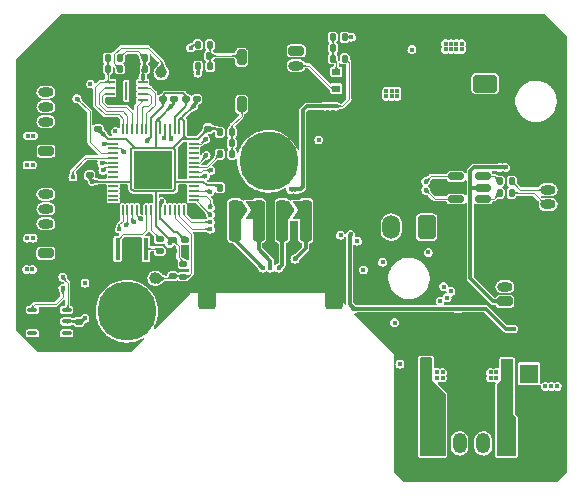
<source format=gtl>
%TF.GenerationSoftware,KiCad,Pcbnew,(6.0.6)*%
%TF.CreationDate,2022-08-08T15:32:18+08:00*%
%TF.ProjectId,Stealthburner_Toolhead_PCB,53746561-6c74-4686-9275-726e65725f54,rev?*%
%TF.SameCoordinates,Original*%
%TF.FileFunction,Copper,L1,Top*%
%TF.FilePolarity,Positive*%
%FSLAX46Y46*%
G04 Gerber Fmt 4.6, Leading zero omitted, Abs format (unit mm)*
G04 Created by KiCad (PCBNEW (6.0.6)) date 2022-08-08 15:32:18*
%MOMM*%
%LPD*%
G01*
G04 APERTURE LIST*
G04 Aperture macros list*
%AMRoundRect*
0 Rectangle with rounded corners*
0 $1 Rounding radius*
0 $2 $3 $4 $5 $6 $7 $8 $9 X,Y pos of 4 corners*
0 Add a 4 corners polygon primitive as box body*
4,1,4,$2,$3,$4,$5,$6,$7,$8,$9,$2,$3,0*
0 Add four circle primitives for the rounded corners*
1,1,$1+$1,$2,$3*
1,1,$1+$1,$4,$5*
1,1,$1+$1,$6,$7*
1,1,$1+$1,$8,$9*
0 Add four rect primitives between the rounded corners*
20,1,$1+$1,$2,$3,$4,$5,0*
20,1,$1+$1,$4,$5,$6,$7,0*
20,1,$1+$1,$6,$7,$8,$9,0*
20,1,$1+$1,$8,$9,$2,$3,0*%
%AMFreePoly0*
4,1,6,1.000000,0.000000,0.500000,-0.750000,-0.500000,-0.750000,-0.500000,0.750000,0.500000,0.750000,1.000000,0.000000,1.000000,0.000000,$1*%
%AMFreePoly1*
4,1,6,0.500000,-0.750000,-0.650000,-0.750000,-0.150000,0.000000,-0.650000,0.750000,0.500000,0.750000,0.500000,-0.750000,0.500000,-0.750000,$1*%
G04 Aperture macros list end*
%TA.AperFunction,SMDPad,CuDef*%
%ADD10RoundRect,0.140000X-0.170000X0.140000X-0.170000X-0.140000X0.170000X-0.140000X0.170000X0.140000X0*%
%TD*%
%TA.AperFunction,SMDPad,CuDef*%
%ADD11RoundRect,0.140000X0.170000X-0.140000X0.170000X0.140000X-0.170000X0.140000X-0.170000X-0.140000X0*%
%TD*%
%TA.AperFunction,ComponentPad*%
%ADD12RoundRect,0.200000X-0.200000X-0.450000X0.200000X-0.450000X0.200000X0.450000X-0.200000X0.450000X0*%
%TD*%
%TA.AperFunction,ComponentPad*%
%ADD13O,0.800000X1.300000*%
%TD*%
%TA.AperFunction,SMDPad,CuDef*%
%ADD14R,0.812800X0.177800*%
%TD*%
%TA.AperFunction,SMDPad,CuDef*%
%ADD15R,0.177800X0.812800*%
%TD*%
%TA.AperFunction,SMDPad,CuDef*%
%ADD16R,3.200400X3.200400*%
%TD*%
%TA.AperFunction,SMDPad,CuDef*%
%ADD17RoundRect,0.140000X-0.140000X-0.170000X0.140000X-0.170000X0.140000X0.170000X-0.140000X0.170000X0*%
%TD*%
%TA.AperFunction,SMDPad,CuDef*%
%ADD18FreePoly0,0.000000*%
%TD*%
%TA.AperFunction,SMDPad,CuDef*%
%ADD19FreePoly1,0.000000*%
%TD*%
%TA.AperFunction,ComponentPad*%
%ADD20RoundRect,0.250001X0.499999X0.759999X-0.499999X0.759999X-0.499999X-0.759999X0.499999X-0.759999X0*%
%TD*%
%TA.AperFunction,ComponentPad*%
%ADD21O,1.500000X2.020000*%
%TD*%
%TA.AperFunction,SMDPad,CuDef*%
%ADD22RoundRect,0.135000X0.135000X0.185000X-0.135000X0.185000X-0.135000X-0.185000X0.135000X-0.185000X0*%
%TD*%
%TA.AperFunction,ComponentPad*%
%ADD23RoundRect,0.200000X0.450000X-0.200000X0.450000X0.200000X-0.450000X0.200000X-0.450000X-0.200000X0*%
%TD*%
%TA.AperFunction,ComponentPad*%
%ADD24O,1.300000X0.800000*%
%TD*%
%TA.AperFunction,ComponentPad*%
%ADD25R,1.600000X1.600000*%
%TD*%
%TA.AperFunction,ComponentPad*%
%ADD26C,1.600000*%
%TD*%
%TA.AperFunction,ComponentPad*%
%ADD27C,1.000000*%
%TD*%
%TA.AperFunction,SMDPad,CuDef*%
%ADD28RoundRect,0.135000X-0.135000X-0.185000X0.135000X-0.185000X0.135000X0.185000X-0.135000X0.185000X0*%
%TD*%
%TA.AperFunction,SMDPad,CuDef*%
%ADD29RoundRect,0.250000X-0.250000X-1.500000X0.250000X-1.500000X0.250000X1.500000X-0.250000X1.500000X0*%
%TD*%
%TA.AperFunction,SMDPad,CuDef*%
%ADD30RoundRect,0.250001X-0.499999X-1.449999X0.499999X-1.449999X0.499999X1.449999X-0.499999X1.449999X0*%
%TD*%
%TA.AperFunction,ComponentPad*%
%ADD31C,5.000000*%
%TD*%
%TA.AperFunction,SMDPad,CuDef*%
%ADD32R,0.700000X0.600000*%
%TD*%
%TA.AperFunction,ComponentPad*%
%ADD33RoundRect,0.200000X-0.450000X0.200000X-0.450000X-0.200000X0.450000X-0.200000X0.450000X0.200000X0*%
%TD*%
%TA.AperFunction,SMDPad,CuDef*%
%ADD34RoundRect,0.140000X0.140000X0.170000X-0.140000X0.170000X-0.140000X-0.170000X0.140000X-0.170000X0*%
%TD*%
%TA.AperFunction,SMDPad,CuDef*%
%ADD35RoundRect,0.135000X-0.185000X0.135000X-0.185000X-0.135000X0.185000X-0.135000X0.185000X0.135000X0*%
%TD*%
%TA.AperFunction,SMDPad,CuDef*%
%ADD36R,0.400000X1.900000*%
%TD*%
%TA.AperFunction,SMDPad,CuDef*%
%ADD37RoundRect,0.100000X-0.300000X-0.100000X0.300000X-0.100000X0.300000X0.100000X-0.300000X0.100000X0*%
%TD*%
%TA.AperFunction,SMDPad,CuDef*%
%ADD38R,1.500000X2.400000*%
%TD*%
%TA.AperFunction,ComponentPad*%
%ADD39RoundRect,0.250001X-0.759999X0.499999X-0.759999X-0.499999X0.759999X-0.499999X0.759999X0.499999X0*%
%TD*%
%TA.AperFunction,ComponentPad*%
%ADD40O,2.020000X1.500000*%
%TD*%
%TA.AperFunction,SMDPad,CuDef*%
%ADD41R,0.812800X0.254000*%
%TD*%
%TA.AperFunction,SMDPad,CuDef*%
%ADD42R,0.203200X1.600200*%
%TD*%
%TA.AperFunction,SMDPad,CuDef*%
%ADD43RoundRect,0.150000X-0.512500X-0.150000X0.512500X-0.150000X0.512500X0.150000X-0.512500X0.150000X0*%
%TD*%
%TA.AperFunction,ComponentPad*%
%ADD44RoundRect,0.250000X0.350000X0.625000X-0.350000X0.625000X-0.350000X-0.625000X0.350000X-0.625000X0*%
%TD*%
%TA.AperFunction,ComponentPad*%
%ADD45O,1.200000X1.750000*%
%TD*%
%TA.AperFunction,ViaPad*%
%ADD46C,0.450000*%
%TD*%
%TA.AperFunction,Conductor*%
%ADD47C,0.120000*%
%TD*%
%TA.AperFunction,Conductor*%
%ADD48C,0.300000*%
%TD*%
%TA.AperFunction,Conductor*%
%ADD49C,0.200000*%
%TD*%
G04 APERTURE END LIST*
D10*
%TO.P,C24,1*%
%TO.N,+3V3*%
X113434800Y-115296400D03*
%TO.P,C24,2*%
%TO.N,GND*%
X113434800Y-116256400D03*
%TD*%
D11*
%TO.P,C16,1*%
%TO.N,+1V1*%
X114554000Y-103400800D03*
%TO.P,C16,2*%
%TO.N,GND*%
X114554000Y-102440800D03*
%TD*%
D12*
%TO.P,J4,1,Pin_1*%
%TO.N,Net-(C13-Pad1)*%
X119278400Y-103835200D03*
D13*
%TO.P,J4,2,Pin_2*%
%TO.N,GND*%
X120528400Y-103835200D03*
%TD*%
D14*
%TO.P,U7,1,IOVDD*%
%TO.N,+3V3*%
X108407200Y-106772075D03*
%TO.P,U7,2,GPIO0*%
%TO.N,/FAN1_PWM*%
X108407200Y-107172125D03*
%TO.P,U7,3,GPIO1*%
%TO.N,/FAN2_PWM*%
X108407200Y-107572175D03*
%TO.P,U7,4,GPIO2*%
%TO.N,/FAN2_DET*%
X108407200Y-107972225D03*
%TO.P,U7,5,GPIO3*%
%TO.N,/FAN1_DET*%
X108407200Y-108372275D03*
%TO.P,U7,6,GPIO4*%
%TO.N,/IIC0_SDA*%
X108407200Y-108772325D03*
%TO.P,U7,7,GPIO5*%
%TO.N,/IIC0_SCL*%
X108407200Y-109172375D03*
%TO.P,U7,8,GPIO6*%
%TO.N,unconnected-(U7-Pad8)*%
X108407200Y-109572425D03*
%TO.P,U7,9,GPIO7*%
%TO.N,unconnected-(U7-Pad9)*%
X108407200Y-109972475D03*
%TO.P,U7,10,IOVDD*%
%TO.N,+3V3*%
X108407200Y-110372525D03*
%TO.P,U7,11,GPIO8*%
%TO.N,unconnected-(U7-Pad11)*%
X108407200Y-110772575D03*
%TO.P,U7,12,GPIO9*%
%TO.N,unconnected-(U7-Pad12)*%
X108407200Y-111172625D03*
%TO.P,U7,13,GPIO10*%
%TO.N,unconnected-(U7-Pad13)*%
X108407200Y-111572675D03*
%TO.P,U7,14,GPIO11*%
%TO.N,unconnected-(U7-Pad14)*%
X108407200Y-111972725D03*
D15*
%TO.P,U7,15,GPIO12*%
%TO.N,/E-EN*%
X109210475Y-112776000D03*
%TO.P,U7,16,GPIO13*%
%TO.N,/UART*%
X109610525Y-112776000D03*
%TO.P,U7,17,GPIO14*%
%TO.N,/E-STEP*%
X110010575Y-112776000D03*
%TO.P,U7,18,GPIO15*%
%TO.N,/E-DIR*%
X110410625Y-112776000D03*
%TO.P,U7,19,TESTEN*%
%TO.N,GND*%
X110810675Y-112776000D03*
%TO.P,U7,20,XIN*%
%TO.N,Net-(U7-Pad20)*%
X111210725Y-112776000D03*
%TO.P,U7,21,XOUT*%
%TO.N,Net-(R11-Pad1)*%
X111610775Y-112776000D03*
%TO.P,U7,22,IOVDD*%
%TO.N,+3V3*%
X112010825Y-112776000D03*
%TO.P,U7,23,DVDD*%
%TO.N,+1V1*%
X112410875Y-112776000D03*
%TO.P,U7,24,SWCLK*%
%TO.N,unconnected-(U7-Pad24)*%
X112810925Y-112776000D03*
%TO.P,U7,25,SWD*%
%TO.N,unconnected-(U7-Pad25)*%
X113210975Y-112776000D03*
%TO.P,U7,26,RUN*%
%TO.N,/RUN*%
X113611025Y-112776000D03*
%TO.P,U7,27,GPIO16*%
%TO.N,/SPI0_MISO*%
X114011075Y-112776000D03*
%TO.P,U7,28,GPIO17*%
%TO.N,/SPI0_CS1*%
X114411125Y-112776000D03*
D14*
%TO.P,U7,29,GPIO18*%
%TO.N,/SPI0_CLK*%
X115214400Y-111972725D03*
%TO.P,U7,30,GPIO19*%
%TO.N,/SPI0_MOSI*%
X115214400Y-111572675D03*
%TO.P,U7,31,GPIO20*%
%TO.N,/SPI0_CS2*%
X115214400Y-111172625D03*
%TO.P,U7,32,GPIO21*%
%TO.N,unconnected-(U7-Pad32)*%
X115214400Y-110772575D03*
%TO.P,U7,33,IOVDD*%
%TO.N,+3V3*%
X115214400Y-110372525D03*
%TO.P,U7,34,GPIO22*%
%TO.N,/NEO*%
X115214400Y-109972475D03*
%TO.P,U7,35,GPIO23*%
%TO.N,/HE*%
X115214400Y-109572425D03*
%TO.P,U7,36,GPIO24*%
%TO.N,/X-*%
X115214400Y-109172375D03*
%TO.P,U7,37,GPIO25*%
%TO.N,/PROBE*%
X115214400Y-108772325D03*
%TO.P,U7,38,GPIO26_ADC0*%
%TO.N,unconnected-(U7-Pad38)*%
X115214400Y-108372275D03*
%TO.P,U7,39,GPIO27_ADC1*%
%TO.N,unconnected-(U7-Pad39)*%
X115214400Y-107972225D03*
%TO.P,U7,40,GPIO28_ADC2*%
%TO.N,unconnected-(U7-Pad40)*%
X115214400Y-107572175D03*
%TO.P,U7,41,GPIO29_ADC3*%
%TO.N,/NTC*%
X115214400Y-107172125D03*
%TO.P,U7,42,IOVDD*%
%TO.N,+3V3*%
X115214400Y-106772075D03*
D15*
%TO.P,U7,43,ADC_AVDD*%
X114411125Y-105968800D03*
%TO.P,U7,44,VREG_IN*%
X114011075Y-105968800D03*
%TO.P,U7,45,VREG_VOUT*%
%TO.N,+1V1*%
X113611025Y-105968800D03*
%TO.P,U7,46,USB_DM*%
%TO.N,/D-*%
X113210975Y-105968800D03*
%TO.P,U7,47,USB_DP*%
%TO.N,/D+*%
X112810925Y-105968800D03*
%TO.P,U7,48,USB_VDD*%
%TO.N,+3V3*%
X112410875Y-105968800D03*
%TO.P,U7,49,IOVDD*%
X112010825Y-105968800D03*
%TO.P,U7,50,DVDD*%
%TO.N,+1V1*%
X111610775Y-105968800D03*
%TO.P,U7,51,QSPI_SD3*%
%TO.N,/QSPI_SD3*%
X111210725Y-105968800D03*
%TO.P,U7,52,QSPI_SCLK*%
%TO.N,/QSPI_CLK*%
X110810675Y-105968800D03*
%TO.P,U7,53,QSPI_SD0*%
%TO.N,/QSPI_SD0*%
X110410625Y-105968800D03*
%TO.P,U7,54,QSPI_SD2*%
%TO.N,/QSPI_SD2*%
X110010575Y-105968800D03*
%TO.P,U7,55,QSPI_SD1*%
%TO.N,/QSPI_SD1*%
X109610525Y-105968800D03*
%TO.P,U7,56,QSPI_SS*%
%TO.N,/QSPI_CS*%
X109210475Y-105968800D03*
D16*
%TO.P,U7,57,GND*%
%TO.N,GND*%
X111810800Y-109372400D03*
%TD*%
D17*
%TO.P,C19,1*%
%TO.N,+3V3*%
X117477600Y-110896400D03*
%TO.P,C19,2*%
%TO.N,GND*%
X118437600Y-110896400D03*
%TD*%
D18*
%TO.P,JP4,1,A*%
%TO.N,/FORCE-*%
X118793600Y-112826800D03*
D19*
%TO.P,JP4,2,B*%
%TO.N,/RTDIN-*%
X120243600Y-112826800D03*
%TD*%
D20*
%TO.P,J9,1,Pin_1*%
%TO.N,Net-(J9-Pad1)*%
X134951600Y-114241600D03*
D21*
%TO.P,J9,2,Pin_2*%
%TO.N,+24V*%
X131951600Y-114241600D03*
%TD*%
D22*
%TO.P,R5,1*%
%TO.N,Net-(J3-Pad1)*%
X108968000Y-100838000D03*
%TO.P,R5,2*%
%TO.N,/QSPI_CS*%
X107948000Y-100838000D03*
%TD*%
D23*
%TO.P,J7,1,Pin_1*%
%TO.N,Net-(J7-Pad1)*%
X102710400Y-116444400D03*
D24*
%TO.P,J7,2,Pin_2*%
%TO.N,GND*%
X102710400Y-115194400D03*
%TO.P,J7,3,Pin_3*%
%TO.N,Net-(J7-Pad3)*%
X102710400Y-113944400D03*
%TO.P,J7,4,Pin_4*%
%TO.N,Net-(D3-Pad2)*%
X102710400Y-112694400D03*
%TO.P,J7,5,Pin_5*%
%TO.N,/FAN1_DET*%
X102710400Y-111444400D03*
%TD*%
D18*
%TO.P,JP3,1,A*%
%TO.N,/RTDIN+*%
X122756000Y-112826800D03*
D19*
%TO.P,JP3,2,B*%
%TO.N,/FORCE+*%
X124206000Y-112826800D03*
%TD*%
D25*
%TO.P,C32,1*%
%TO.N,+24V*%
X143611600Y-126630421D03*
D26*
%TO.P,C32,2*%
%TO.N,GND*%
X143611600Y-129130421D03*
%TD*%
D27*
%TO.P,J3,1,Pin_1*%
%TO.N,Net-(J3-Pad1)*%
X112471200Y-101142800D03*
%TD*%
D11*
%TO.P,C18,1*%
%TO.N,+3V3*%
X115468400Y-103400800D03*
%TO.P,C18,2*%
%TO.N,GND*%
X115468400Y-102440800D03*
%TD*%
D28*
%TO.P,R14,1*%
%TO.N,/NTC*%
X115579600Y-98806000D03*
%TO.P,R14,2*%
%TO.N,Net-(C17-Pad1)*%
X116599600Y-98806000D03*
%TD*%
D22*
%TO.P,R7,1*%
%TO.N,/PROBE*%
X128018000Y-98145600D03*
%TO.P,R7,2*%
%TO.N,Net-(C11-Pad1)*%
X126998000Y-98145600D03*
%TD*%
D29*
%TO.P,J11,1,Pin_1*%
%TO.N,/FORCE-*%
X118716800Y-113685200D03*
%TO.P,J11,2,Pin_2*%
%TO.N,/RTDIN-*%
X120716800Y-113685200D03*
%TO.P,J11,3,Pin_3*%
%TO.N,/RTDIN+*%
X122716800Y-113685200D03*
%TO.P,J11,4,Pin_4*%
%TO.N,/FORCE+*%
X124716800Y-113685200D03*
D30*
%TO.P,J11,MP,MountPin*%
%TO.N,GND*%
X116366800Y-119435200D03*
X127066800Y-119435200D03*
%TD*%
D11*
%TO.P,C15,1*%
%TO.N,+1V1*%
X112623600Y-103400800D03*
%TO.P,C15,2*%
%TO.N,GND*%
X112623600Y-102440800D03*
%TD*%
%TO.P,C23,1*%
%TO.N,+3V3*%
X106426000Y-109852400D03*
%TO.P,C23,2*%
%TO.N,GND*%
X106426000Y-108892400D03*
%TD*%
D31*
%TO.P,H2,1,1*%
%TO.N,unconnected-(H2-Pad1)*%
X121564400Y-108661200D03*
%TD*%
D32*
%TO.P,D2,1,K*%
%TO.N,Net-(D2-Pad1)*%
X127304800Y-102503200D03*
%TO.P,D2,2,A*%
%TO.N,Net-(C11-Pad1)*%
X127304800Y-101103200D03*
%TD*%
D28*
%TO.P,R12,1*%
%TO.N,/X-*%
X117447600Y-108051600D03*
%TO.P,R12,2*%
%TO.N,Net-(C13-Pad1)*%
X118467600Y-108051600D03*
%TD*%
D33*
%TO.P,J2,1,Pin_1*%
%TO.N,+24V*%
X123901200Y-99314000D03*
D24*
%TO.P,J2,2,Pin_2*%
%TO.N,Net-(D2-Pad1)*%
X123901200Y-100564000D03*
%TO.P,J2,3,Pin_3*%
%TO.N,GND*%
X123901200Y-101814000D03*
%TD*%
D11*
%TO.P,C4,1*%
%TO.N,/RUN*%
X113436400Y-118386800D03*
%TO.P,C4,2*%
%TO.N,GND*%
X113436400Y-117426800D03*
%TD*%
D23*
%TO.P,J8,1,Pin_1*%
%TO.N,+5V*%
X141572400Y-120528400D03*
D24*
%TO.P,J8,2,Pin_2*%
%TO.N,Net-(J8-Pad2)*%
X141572400Y-119278400D03*
%TO.P,J8,3,Pin_3*%
%TO.N,GND*%
X141572400Y-118028400D03*
%TD*%
D31*
%TO.P,H1,1,1*%
%TO.N,unconnected-(H1-Pad1)*%
X109575600Y-121361200D03*
%TD*%
D10*
%TO.P,C29,1*%
%TO.N,+3V3*%
X105511600Y-122252800D03*
%TO.P,C29,2*%
%TO.N,GND*%
X105511600Y-123212800D03*
%TD*%
D34*
%TO.P,C13,1*%
%TO.N,Net-(C13-Pad1)*%
X118437600Y-107137200D03*
%TO.P,C13,2*%
%TO.N,GND*%
X117477600Y-107137200D03*
%TD*%
D27*
%TO.P,TP1,1,1*%
%TO.N,/RUN*%
X111963200Y-118567200D03*
%TD*%
D22*
%TO.P,R4,1*%
%TO.N,+3V3*%
X108968000Y-99923600D03*
%TO.P,R4,2*%
%TO.N,/QSPI_CS*%
X107948000Y-99923600D03*
%TD*%
D35*
%TO.P,R11,1*%
%TO.N,Net-(R11-Pad1)*%
X112369600Y-115266400D03*
%TO.P,R11,2*%
%TO.N,Net-(R11-Pad2)*%
X112369600Y-116286400D03*
%TD*%
D28*
%TO.P,R8,1*%
%TO.N,Net-(R8-Pad1)*%
X141120400Y-110337600D03*
%TO.P,R8,2*%
%TO.N,Net-(J5-Pad3)*%
X142140400Y-110337600D03*
%TD*%
D36*
%TO.P,Y1,1,1*%
%TO.N,Net-(U7-Pad20)*%
X108780400Y-116081200D03*
%TO.P,Y1,2,2*%
%TO.N,GND*%
X109980400Y-116081200D03*
%TO.P,Y1,3,3*%
%TO.N,Net-(R11-Pad2)*%
X111180400Y-116081200D03*
%TD*%
D22*
%TO.P,R6,1*%
%TO.N,+3V3*%
X128018000Y-99974400D03*
%TO.P,R6,2*%
%TO.N,Net-(C11-Pad1)*%
X126998000Y-99974400D03*
%TD*%
D34*
%TO.P,C17,1*%
%TO.N,Net-(C17-Pad1)*%
X116558000Y-99720400D03*
%TO.P,C17,2*%
%TO.N,GND*%
X115598000Y-99720400D03*
%TD*%
D37*
%TO.P,U9,1,SDA*%
%TO.N,/IIC0_SDA*%
X101572400Y-121224800D03*
%TO.P,U9,2,GND*%
%TO.N,GND*%
X101572400Y-122224800D03*
%TO.P,U9,3,NC*%
%TO.N,unconnected-(U9-Pad3)*%
X101572400Y-123224800D03*
%TO.P,U9,4,NC*%
%TO.N,unconnected-(U9-Pad4)*%
X104472400Y-123224800D03*
%TO.P,U9,5,VDD*%
%TO.N,+3V3*%
X104472400Y-122224800D03*
%TO.P,U9,6,SCL*%
%TO.N,/IIC0_SCL*%
X104472400Y-121224800D03*
D38*
%TO.P,U9,7,PAD*%
%TO.N,GND*%
X103022400Y-122224800D03*
%TD*%
D23*
%TO.P,J10,1,Pin_1*%
%TO.N,Net-(J10-Pad1)*%
X102717600Y-107797600D03*
D24*
%TO.P,J10,2,Pin_2*%
%TO.N,GND*%
X102717600Y-106547600D03*
%TO.P,J10,3,Pin_3*%
%TO.N,Net-(J10-Pad3)*%
X102717600Y-105297600D03*
%TO.P,J10,4,Pin_4*%
%TO.N,Net-(D5-Pad2)*%
X102717600Y-104047600D03*
%TO.P,J10,5,Pin_5*%
%TO.N,/FAN2_DET*%
X102717600Y-102797600D03*
%TD*%
D23*
%TO.P,J5,1,Pin_1*%
%TO.N,GND*%
X145230000Y-113568800D03*
D24*
%TO.P,J5,2,Pin_2*%
%TO.N,Net-(J5-Pad2)*%
X145230000Y-112318800D03*
%TO.P,J5,3,Pin_3*%
%TO.N,Net-(J5-Pad3)*%
X145230000Y-111068800D03*
%TD*%
D22*
%TO.P,R10,1*%
%TO.N,Net-(J5-Pad2)*%
X142140400Y-111353600D03*
%TO.P,R10,2*%
%TO.N,Net-(R10-Pad2)*%
X141120400Y-111353600D03*
%TD*%
D39*
%TO.P,J1,1,Pin_1*%
%TO.N,+24V*%
X139895600Y-102081200D03*
D40*
%TO.P,J1,2,Pin_2*%
%TO.N,GND*%
X139895600Y-105081200D03*
%TD*%
D11*
%TO.P,C21,1*%
%TO.N,+3V3*%
X113538000Y-103400800D03*
%TO.P,C21,2*%
%TO.N,GND*%
X113538000Y-102440800D03*
%TD*%
%TO.P,C20,1*%
%TO.N,+3V3*%
X116433600Y-105890000D03*
%TO.P,C20,2*%
%TO.N,GND*%
X116433600Y-104930000D03*
%TD*%
D41*
%TO.P,U4,1,~{CS}*%
%TO.N,/QSPI_CS*%
X108126400Y-101967599D03*
%TO.P,U4,2,DO_IO1*%
%TO.N,/QSPI_SD1*%
X108126400Y-102467600D03*
%TO.P,U4,3,~{WP}_IO2*%
%TO.N,/QSPI_SD2*%
X108126400Y-102967600D03*
%TO.P,U4,4,GND*%
%TO.N,GND*%
X108126400Y-103467601D03*
%TO.P,U4,5,DI_IO0*%
%TO.N,/QSPI_SD0*%
X110923200Y-103467601D03*
%TO.P,U4,6,CLK*%
%TO.N,/QSPI_CLK*%
X110923200Y-102967600D03*
%TO.P,U4,7,~{HOLD}_IO3*%
%TO.N,/QSPI_SD3*%
X110923200Y-102467600D03*
%TO.P,U4,8,VCC*%
%TO.N,+3V3*%
X110923200Y-101967599D03*
D42*
%TO.P,U4,9,EPAD*%
%TO.N,unconnected-(U4-Pad9)*%
X109524800Y-102717600D03*
%TD*%
D28*
%TO.P,R15,1*%
%TO.N,+3V3*%
X115590800Y-100634800D03*
%TO.P,R15,2*%
%TO.N,Net-(C17-Pad1)*%
X116610800Y-100634800D03*
%TD*%
D34*
%TO.P,C3,1*%
%TO.N,+3V3*%
X111071600Y-99923600D03*
%TO.P,C3,2*%
%TO.N,GND*%
X110111600Y-99923600D03*
%TD*%
D17*
%TO.P,C11,1*%
%TO.N,Net-(C11-Pad1)*%
X127028000Y-99060000D03*
%TO.P,C11,2*%
%TO.N,GND*%
X127988000Y-99060000D03*
%TD*%
D11*
%TO.P,C22,1*%
%TO.N,+3V3*%
X107137200Y-105940800D03*
%TO.P,C22,2*%
%TO.N,GND*%
X107137200Y-104980800D03*
%TD*%
D43*
%TO.P,U5,1,I/O1*%
%TO.N,/D-*%
X137444900Y-109946400D03*
%TO.P,U5,2,GND*%
%TO.N,GND*%
X137444900Y-110896400D03*
%TO.P,U5,3,I/O2*%
%TO.N,/D+*%
X137444900Y-111846400D03*
%TO.P,U5,4,I/O2*%
%TO.N,Net-(R10-Pad2)*%
X139719900Y-111846400D03*
%TO.P,U5,5,VBUS*%
%TO.N,+5V*%
X139719900Y-110896400D03*
%TO.P,U5,6,I/O1*%
%TO.N,Net-(R8-Pad1)*%
X139719900Y-109946400D03*
%TD*%
D35*
%TO.P,R1,1*%
%TO.N,+3V3*%
X114350800Y-117396800D03*
%TO.P,R1,2*%
%TO.N,/RUN*%
X114350800Y-118416800D03*
%TD*%
D34*
%TO.P,C2,1*%
%TO.N,+3V3*%
X111071600Y-100838000D03*
%TO.P,C2,2*%
%TO.N,GND*%
X110111600Y-100838000D03*
%TD*%
D10*
%TO.P,C14,1*%
%TO.N,+1V1*%
X114452400Y-115293200D03*
%TO.P,C14,2*%
%TO.N,GND*%
X114452400Y-116253200D03*
%TD*%
D12*
%TO.P,J6,1,Pin_1*%
%TO.N,Net-(C17-Pad1)*%
X119278400Y-99872800D03*
D13*
%TO.P,J6,2,Pin_2*%
%TO.N,GND*%
X120528400Y-99872800D03*
%TD*%
D28*
%TO.P,R9,1*%
%TO.N,+3V3*%
X117447600Y-106220800D03*
%TO.P,R9,2*%
%TO.N,Net-(C13-Pad1)*%
X118467600Y-106220800D03*
%TD*%
D44*
%TO.P,J12,1,Pin_1*%
%TO.N,/E-A2*%
X141734800Y-132546000D03*
D45*
%TO.P,J12,2,Pin_2*%
%TO.N,/E-A1*%
X139734800Y-132546000D03*
%TO.P,J12,3,Pin_3*%
%TO.N,/E-B1*%
X137734800Y-132546000D03*
%TO.P,J12,4,Pin_4*%
%TO.N,/E-B2*%
X135734800Y-132546000D03*
%TD*%
D46*
%TO.N,+24V*%
X135839200Y-127000000D03*
X137007600Y-98704400D03*
X137007600Y-99187000D03*
X145491200Y-127711200D03*
X132232400Y-122326400D03*
X137464800Y-98704400D03*
X140817600Y-126542800D03*
X137922000Y-98704400D03*
X101168200Y-106502200D03*
X101625400Y-115163600D03*
X140360400Y-127000000D03*
X140360400Y-126542800D03*
X136296400Y-127000000D03*
X136550400Y-98704400D03*
X137464800Y-99187000D03*
X140817600Y-127000000D03*
X135839200Y-126542800D03*
X136550400Y-99187000D03*
X137922000Y-99187000D03*
X145999200Y-127711200D03*
X101142800Y-115163600D03*
X136296400Y-126542800D03*
X101650800Y-106502200D03*
X144983200Y-127711200D03*
%TO.N,GND*%
X130048000Y-96875600D03*
X137007600Y-125577600D03*
X137668000Y-124942600D03*
X123850400Y-106781600D03*
X144627600Y-106883200D03*
X112217200Y-109778800D03*
X125730000Y-105562400D03*
X144983200Y-133807200D03*
X137668000Y-123621800D03*
X138988800Y-124942600D03*
X113893600Y-120142000D03*
X139649200Y-124282200D03*
X138988800Y-123621800D03*
X101498400Y-112725200D03*
X113030000Y-110591600D03*
X138328400Y-122961400D03*
X112572800Y-99060000D03*
X137007600Y-124942600D03*
X111353600Y-96621600D03*
X144576800Y-129235200D03*
X110591600Y-108966000D03*
X110591600Y-109778800D03*
X137668000Y-125577600D03*
X137007600Y-122961400D03*
X133426200Y-128752600D03*
X145542000Y-133807200D03*
X130657600Y-96875600D03*
X118059200Y-103225600D03*
X101549200Y-102666800D03*
X126288800Y-111201200D03*
X100634800Y-119583200D03*
X112979200Y-99415600D03*
X143560800Y-122783600D03*
X113487200Y-101701600D03*
X138379200Y-119786400D03*
X133426200Y-128244600D03*
X112217200Y-108966000D03*
X107645200Y-99060000D03*
X105816400Y-124460000D03*
X111404400Y-110591600D03*
X114198400Y-109016800D03*
X110591600Y-110591600D03*
X145440400Y-130302000D03*
X139649200Y-125577600D03*
X138328400Y-125577600D03*
X143510000Y-106883200D03*
X133299200Y-100584000D03*
X135788400Y-110845600D03*
X137007600Y-124282200D03*
X133934200Y-128752600D03*
X133934200Y-128244600D03*
X105664000Y-115519200D03*
X111404400Y-108153200D03*
X145999200Y-114858800D03*
X115011200Y-112674400D03*
X106324400Y-124460000D03*
X142544800Y-99872800D03*
X133299200Y-101142800D03*
X112217200Y-110591600D03*
X113030000Y-109778800D03*
X112217200Y-108153200D03*
X113030000Y-108966000D03*
X118059200Y-102666800D03*
X145186400Y-106883200D03*
X111404400Y-108966000D03*
X101549200Y-103733600D03*
X144068800Y-106883200D03*
X101498400Y-112217200D03*
X126339600Y-107594400D03*
X137007600Y-123621800D03*
X105613200Y-107137200D03*
X128981200Y-118110000D03*
X114046000Y-101701600D03*
X133299200Y-100025200D03*
X107086400Y-99060000D03*
X125730000Y-105003600D03*
X142951200Y-106883200D03*
X114604800Y-101701600D03*
X126339600Y-108153200D03*
X111404400Y-109778800D03*
X133426200Y-127736600D03*
X105664000Y-114401600D03*
X136245600Y-117754400D03*
X123494800Y-106426000D03*
X110591600Y-108153200D03*
X100634800Y-119024400D03*
X111810800Y-102108000D03*
X129438400Y-96875600D03*
X138988800Y-124282200D03*
X138988800Y-125577600D03*
X108204000Y-99060000D03*
X139649200Y-123621800D03*
X105664000Y-114960400D03*
X101549200Y-103225600D03*
X109626400Y-100380800D03*
X139649200Y-122961400D03*
X133934200Y-127736600D03*
X144881600Y-114858800D03*
X144576800Y-128727200D03*
X114300000Y-119735600D03*
X118059200Y-102158800D03*
X137668000Y-124282200D03*
X145948400Y-130302000D03*
X113030000Y-108153200D03*
X138328400Y-124282200D03*
X105308400Y-124460000D03*
X142544800Y-100431600D03*
X138328400Y-123621800D03*
X137668000Y-122961400D03*
X138328400Y-124942600D03*
X115366800Y-105003600D03*
X145440400Y-114858800D03*
X139649200Y-124942600D03*
X105613200Y-106578400D03*
X144576800Y-129743200D03*
X144932400Y-130302000D03*
X114503200Y-116636800D03*
X101498400Y-113233200D03*
X138988800Y-122961400D03*
X142544800Y-99314000D03*
X113436400Y-116789200D03*
%TO.N,+12V*%
X133705600Y-99212400D03*
X132435600Y-103174800D03*
X131978400Y-103174800D03*
X101574600Y-117805200D03*
X131521200Y-102717600D03*
X101092000Y-117805200D03*
X132435600Y-102717600D03*
X101600000Y-108966000D03*
X131521200Y-103174800D03*
X131978400Y-102717600D03*
X101117400Y-108966000D03*
%TO.N,+5V*%
X125816400Y-106847600D03*
X141122400Y-109169200D03*
X108585000Y-106121200D03*
X141630400Y-109169200D03*
%TO.N,+1V1*%
X112522000Y-112064800D03*
X111285427Y-106902277D03*
%TO.N,/FAN1_DET*%
X105003600Y-109982000D03*
%TO.N,/D+*%
X134874000Y-111099600D03*
X112674400Y-106730800D03*
%TO.N,/D-*%
X113334800Y-106745381D03*
X134874000Y-110388400D03*
%TO.N,/NEO*%
X136396000Y-119280400D03*
X116211661Y-109911035D03*
%TO.N,/FAN1_PWM*%
X107641673Y-107162600D03*
%TO.N,/FORCE+*%
X123799600Y-116941600D03*
%TO.N,/RTDIN+*%
X122428000Y-117703600D03*
%TO.N,/PROBE*%
X116281200Y-108153200D03*
X128574800Y-98145600D03*
%TO.N,/E-EN*%
X108915200Y-114401600D03*
X132689600Y-125831600D03*
%TO.N,/E-STEP*%
X110134400Y-113842800D03*
X136675951Y-120201243D03*
%TO.N,/E-DIR*%
X137007600Y-119684800D03*
X110744000Y-113538000D03*
%TO.N,/UART*%
X109524800Y-114096800D03*
X136093200Y-120497600D03*
%TO.N,/IIC0_SDA*%
X104140000Y-119430800D03*
X107442000Y-108813600D03*
%TO.N,/IIC0_SCL*%
X104140000Y-118465600D03*
X107543600Y-109423200D03*
%TO.N,/SPI0_MISO*%
X116636800Y-114401600D03*
X129590800Y-117856000D03*
%TO.N,/SPI0_CS1*%
X116636800Y-113792000D03*
%TO.N,/SPI0_CLK*%
X131216400Y-117195600D03*
X116636800Y-113182400D03*
%TO.N,/SPI0_MOSI*%
X116636800Y-112572800D03*
X129082800Y-115417600D03*
%TO.N,/E-B2*%
X134670800Y-126034800D03*
X135128000Y-126034800D03*
X134670800Y-125577600D03*
X135128000Y-125577600D03*
%TO.N,/E-A2*%
X141528800Y-126085600D03*
X141986000Y-126085600D03*
X141528800Y-125628400D03*
X141986000Y-125628400D03*
%TO.N,/RTDIN-*%
X121716800Y-117703600D03*
%TO.N,/FORCE-*%
X121056400Y-117703600D03*
%TO.N,/FAN2_DET*%
X105333800Y-103352600D03*
%TO.N,/FAN2_PWM*%
X109321600Y-107873800D03*
%TO.N,/HE*%
X135077200Y-116382800D03*
X116687600Y-109423200D03*
%TO.N,/NTC*%
X116230400Y-106781600D03*
X114960400Y-99060000D03*
%TO.N,/SPI0_CS2*%
X127660400Y-114909600D03*
X116621374Y-111234152D03*
%TO.N,+3V3*%
X106645075Y-110372525D03*
X126337997Y-103986478D03*
X128795431Y-121151326D03*
X110923200Y-101522400D03*
X106021600Y-118971600D03*
X126795197Y-103986478D03*
X123444000Y-111048800D03*
X107506800Y-106310400D03*
X127252397Y-103986478D03*
X128524000Y-114858800D03*
X106019600Y-121970800D03*
X113309400Y-104013000D03*
X137566400Y-121158000D03*
X115570000Y-101193600D03*
X113182400Y-115620800D03*
X142316200Y-122859800D03*
X106476800Y-102108000D03*
X123901200Y-111048800D03*
X115214400Y-103987600D03*
%TD*%
D47*
%TO.N,/RUN*%
X113436400Y-118386800D02*
X114320800Y-118386800D01*
X114320800Y-118386800D02*
X114350800Y-118416800D01*
X113611025Y-112776000D02*
X113611025Y-113458625D01*
X114755200Y-118416800D02*
X114350800Y-118416800D01*
X113256000Y-118567200D02*
X113436400Y-118386800D01*
X111963200Y-118567200D02*
X113256000Y-118567200D01*
X113611025Y-113458625D02*
X115011200Y-114858800D01*
X115011200Y-118160800D02*
X114755200Y-118416800D01*
X115011200Y-114858800D02*
X115011200Y-118160800D01*
%TO.N,Net-(C11-Pad1)*%
X126998000Y-98145600D02*
X126998000Y-99974400D01*
X127304800Y-100281200D02*
X127304800Y-101103200D01*
X126998000Y-99974400D02*
X127304800Y-100281200D01*
%TO.N,Net-(C13-Pad1)*%
X118467600Y-105611200D02*
X118467600Y-106220800D01*
X119278400Y-103835200D02*
X119278400Y-104800400D01*
X118467600Y-106220800D02*
X118467600Y-108051600D01*
X119278400Y-104800400D02*
X118467600Y-105611200D01*
D48*
%TO.N,+5V*%
X138633200Y-111302800D02*
X138633200Y-110896400D01*
X138633200Y-110896400D02*
X139719900Y-110896400D01*
X138938000Y-109169200D02*
X141630400Y-109169200D01*
X138633200Y-110896400D02*
X138633200Y-109474000D01*
X138633200Y-109474000D02*
X138938000Y-109169200D01*
X141572400Y-120528400D02*
X140594400Y-120528400D01*
X138633200Y-118567200D02*
X138633200Y-111302800D01*
X140594400Y-120528400D02*
X138633200Y-118567200D01*
D49*
%TO.N,+1V1*%
X112471200Y-104140000D02*
X111610775Y-105000425D01*
X113611025Y-105968800D02*
X113611025Y-104879775D01*
X112623600Y-103400800D02*
X112623600Y-103987600D01*
X112623600Y-103400800D02*
X112623600Y-103124000D01*
X111610775Y-105000425D02*
X111610775Y-105968800D01*
X114350800Y-102920800D02*
X114554000Y-103124000D01*
X113538000Y-114655600D02*
X113814800Y-114655600D01*
X113814800Y-114655600D02*
X114452400Y-115293200D01*
X112410875Y-112776000D02*
X112410875Y-112175925D01*
X112410875Y-112776000D02*
X112410875Y-113528475D01*
X114554000Y-103936800D02*
X114554000Y-103400800D01*
X112471200Y-113588800D02*
X113538000Y-114655600D01*
X114452400Y-104038400D02*
X114554000Y-103936800D01*
X112410875Y-113528475D02*
X112471200Y-113588800D01*
X111610775Y-106576929D02*
X111285427Y-106902277D01*
X111610775Y-105968800D02*
X111610775Y-106576929D01*
X114554000Y-103124000D02*
X114554000Y-103400800D01*
X112826800Y-102920800D02*
X114350800Y-102920800D01*
X112623600Y-103124000D02*
X112826800Y-102920800D01*
X112623600Y-103987600D02*
X112471200Y-104140000D01*
X112410875Y-112175925D02*
X112522000Y-112064800D01*
X113611025Y-104879775D02*
X114452400Y-104038400D01*
D47*
%TO.N,Net-(C17-Pad1)*%
X119126000Y-99720400D02*
X119278400Y-99872800D01*
X116599600Y-98806000D02*
X116599600Y-100623600D01*
X116599600Y-100623600D02*
X116610800Y-100634800D01*
X116558000Y-99720400D02*
X119126000Y-99720400D01*
%TO.N,/FAN1_DET*%
X105968800Y-108483400D02*
X105003600Y-109448600D01*
X106079925Y-108372275D02*
X105968800Y-108483400D01*
X108407200Y-108372275D02*
X106079925Y-108372275D01*
X105003600Y-109448600D02*
X105003600Y-109982000D01*
%TO.N,/D+*%
X112810925Y-105968800D02*
X112810925Y-106594275D01*
X134874000Y-111099600D02*
X135620800Y-111846400D01*
X112810925Y-106594275D02*
X112674400Y-106730800D01*
X135620800Y-111846400D02*
X137444900Y-111846400D01*
%TO.N,/D-*%
X135316000Y-109946400D02*
X137444900Y-109946400D01*
X134874000Y-110388400D02*
X135316000Y-109946400D01*
X113210975Y-105968800D02*
X113210975Y-106621556D01*
X113210975Y-106621556D02*
X113334800Y-106745381D01*
%TO.N,Net-(J3-Pad1)*%
X112471200Y-100177600D02*
X112471200Y-101142800D01*
X108483400Y-100353400D02*
X108483400Y-99618800D01*
X108968000Y-100838000D02*
X108483400Y-100353400D01*
X108483400Y-99618800D02*
X109042200Y-99060000D01*
X111353600Y-99060000D02*
X112471200Y-100177600D01*
X109042200Y-99060000D02*
X111353600Y-99060000D01*
%TO.N,/NEO*%
X115214400Y-109972475D02*
X116150221Y-109972475D01*
X116150221Y-109972475D02*
X116211661Y-109911035D01*
%TO.N,/FAN1_PWM*%
X108407200Y-107172125D02*
X107651198Y-107172125D01*
X107651198Y-107172125D02*
X107641673Y-107162600D01*
D48*
%TO.N,/FORCE+*%
X124716800Y-113685200D02*
X124716800Y-116024400D01*
X124716800Y-116024400D02*
X123799600Y-116941600D01*
%TO.N,/RTDIN+*%
X122716800Y-113685200D02*
X122716800Y-117414800D01*
X122716800Y-117414800D02*
X122428000Y-117703600D01*
D47*
%TO.N,/QSPI_CS*%
X109210475Y-105044875D02*
X109210475Y-105968800D01*
X108063599Y-101967599D02*
X107950000Y-101854000D01*
X107948000Y-100838000D02*
X107948000Y-101598000D01*
X107328401Y-101967599D02*
X106883200Y-102412800D01*
X107948000Y-101598000D02*
X107950000Y-101600000D01*
X106883200Y-103886000D02*
X107696000Y-104698800D01*
X108864400Y-104698800D02*
X109210475Y-105044875D01*
X107950000Y-101854000D02*
X107950000Y-101600000D01*
X107948000Y-99923600D02*
X107948000Y-100838000D01*
X107696000Y-104698800D02*
X108864400Y-104698800D01*
X108126400Y-101967599D02*
X108063599Y-101967599D01*
X106883200Y-102412800D02*
X106883200Y-103886000D01*
X108126400Y-101967599D02*
X107328401Y-101967599D01*
%TO.N,/PROBE*%
X128018000Y-98145600D02*
X128574800Y-98145600D01*
X115662075Y-108772325D02*
X116281200Y-108153200D01*
X115214400Y-108772325D02*
X115662075Y-108772325D01*
%TO.N,/X-*%
X117447600Y-108051600D02*
X116326825Y-109172375D01*
X116326825Y-109172375D02*
X115214400Y-109172375D01*
%TO.N,/E-EN*%
X109210475Y-112776000D02*
X109210475Y-113699925D01*
X109210475Y-113699925D02*
X108915200Y-113995200D01*
X108915200Y-113995200D02*
X108915200Y-114401600D01*
%TO.N,/E-STEP*%
X110010575Y-113718975D02*
X110134400Y-113842800D01*
X110010575Y-112776000D02*
X110010575Y-113718975D01*
%TO.N,/E-DIR*%
X110410625Y-112776000D02*
X110410625Y-113204625D01*
X110410625Y-113204625D02*
X110744000Y-113538000D01*
%TO.N,/UART*%
X109524800Y-114096800D02*
X109610525Y-114011075D01*
X109610525Y-114011075D02*
X109610525Y-112776000D01*
%TO.N,/QSPI_SD1*%
X109220000Y-104394000D02*
X107797600Y-104394000D01*
X107188000Y-102870000D02*
X107590400Y-102467600D01*
X107590400Y-102467600D02*
X108126400Y-102467600D01*
X109610525Y-104784525D02*
X109220000Y-104394000D01*
X109610525Y-105968800D02*
X109610525Y-104784525D01*
X107797600Y-104394000D02*
X107188000Y-103784400D01*
X107188000Y-103784400D02*
X107188000Y-102870000D01*
%TO.N,/QSPI_SD2*%
X107649200Y-102967600D02*
X107492800Y-103124000D01*
X109524800Y-104089200D02*
X110010575Y-104574975D01*
X107899200Y-104089200D02*
X109524800Y-104089200D01*
X107492800Y-103682800D02*
X107899200Y-104089200D01*
X107492800Y-103124000D02*
X107492800Y-103682800D01*
X108126400Y-102967600D02*
X107649200Y-102967600D01*
X110010575Y-104574975D02*
X110010575Y-105968800D01*
%TO.N,/QSPI_SD0*%
X110410625Y-104016175D02*
X110410625Y-105968800D01*
X110923200Y-103503600D02*
X110410625Y-104016175D01*
X110923200Y-103467601D02*
X110923200Y-103503600D01*
%TO.N,/QSPI_CLK*%
X111353600Y-103987600D02*
X110947200Y-103987600D01*
X110810675Y-104124125D02*
X110810675Y-105968800D01*
X111451200Y-102967600D02*
X111607600Y-103124000D01*
X110923200Y-102967600D02*
X111451200Y-102967600D01*
X111607600Y-103733600D02*
X111353600Y-103987600D01*
X110947200Y-103987600D02*
X110810675Y-104124125D01*
X111607600Y-103124000D02*
X111607600Y-103733600D01*
%TO.N,/QSPI_SD3*%
X110923200Y-102467600D02*
X111510000Y-102467600D01*
X111210725Y-104587675D02*
X111210725Y-105968800D01*
X111912400Y-103886000D02*
X111210725Y-104587675D01*
X111510000Y-102467600D02*
X111912400Y-102870000D01*
X111912400Y-102870000D02*
X111912400Y-103886000D01*
%TO.N,/IIC0_SDA*%
X101752400Y-120751600D02*
X103581200Y-120751600D01*
X104140000Y-120192800D02*
X104140000Y-119430800D01*
X107483275Y-108772325D02*
X107442000Y-108813600D01*
X108407200Y-108772325D02*
X107483275Y-108772325D01*
X101600000Y-121197200D02*
X101600000Y-120904000D01*
X101600000Y-120904000D02*
X101752400Y-120751600D01*
X103581200Y-120751600D02*
X104140000Y-120192800D01*
X101572400Y-121224800D02*
X101600000Y-121197200D01*
%TO.N,/IIC0_SCL*%
X104550000Y-121147200D02*
X104550000Y-118926400D01*
X107543600Y-109423200D02*
X107794425Y-109172375D01*
X107794425Y-109172375D02*
X108407200Y-109172375D01*
X104140000Y-118516400D02*
X104140000Y-118465600D01*
X104550000Y-118926400D02*
X104444800Y-118821200D01*
X104444800Y-118821200D02*
X104140000Y-118516400D01*
X104472400Y-121224800D02*
X104550000Y-121147200D01*
%TO.N,/SPI0_MISO*%
X116636800Y-114401600D02*
X115110275Y-114401600D01*
X115110275Y-114401600D02*
X114011075Y-113302400D01*
X114011075Y-113302400D02*
X114011075Y-112776000D01*
%TO.N,/SPI0_CS1*%
X116636800Y-113792000D02*
X115011200Y-113792000D01*
X115011200Y-113792000D02*
X114411125Y-113191925D01*
X114411125Y-113191925D02*
X114411125Y-112776000D01*
%TO.N,/SPI0_CLK*%
X116636800Y-113182400D02*
X115427125Y-111972725D01*
X115427125Y-111972725D02*
X115214400Y-111972725D01*
%TO.N,/SPI0_MOSI*%
X116246275Y-111572675D02*
X115214400Y-111572675D01*
X116636800Y-112572800D02*
X116636800Y-111963200D01*
X116636800Y-111963200D02*
X116246275Y-111572675D01*
D48*
%TO.N,/RTDIN-*%
X120716800Y-113685200D02*
X120716800Y-116094000D01*
X121716800Y-117094000D02*
X121716800Y-117703600D01*
X120716800Y-116094000D02*
X121716800Y-117094000D01*
%TO.N,/FORCE-*%
X118716800Y-113685200D02*
X118716800Y-115364000D01*
X118716800Y-115364000D02*
X121056400Y-117703600D01*
D47*
%TO.N,/FAN2_DET*%
X107362625Y-107972225D02*
X108407200Y-107972225D01*
X105333800Y-103352600D02*
X106426000Y-104444800D01*
X106426000Y-107035600D02*
X107362625Y-107972225D01*
X106426000Y-104444800D02*
X106426000Y-107035600D01*
%TO.N,/FAN2_PWM*%
X108407200Y-107572175D02*
X109019975Y-107572175D01*
X109019975Y-107572175D02*
X109321600Y-107873800D01*
%TO.N,Net-(D2-Pad1)*%
X124022800Y-100584000D02*
X125018800Y-100584000D01*
X126938000Y-102503200D02*
X127304800Y-102503200D01*
X125018800Y-100584000D02*
X126938000Y-102503200D01*
%TO.N,/HE*%
X115214400Y-109572425D02*
X115827175Y-109572425D01*
X115976400Y-109423200D02*
X116687600Y-109423200D01*
X115827175Y-109572425D02*
X115976400Y-109423200D01*
%TO.N,Net-(U7-Pad20)*%
X109252800Y-114858800D02*
X110845600Y-114858800D01*
X108780400Y-116081200D02*
X108780400Y-115331200D01*
X110845600Y-114858800D02*
X111210725Y-114493675D01*
X111210725Y-114493675D02*
X111210725Y-112776000D01*
X108780400Y-115331200D02*
X109252800Y-114858800D01*
%TO.N,Net-(J5-Pad2)*%
X142140400Y-111353600D02*
X144018000Y-111353600D01*
X144983200Y-112318800D02*
X145230000Y-112318800D01*
X144018000Y-111353600D02*
X144983200Y-112318800D01*
%TO.N,/NTC*%
X115214400Y-98806000D02*
X114960400Y-99060000D01*
X116230400Y-106781600D02*
X115839875Y-107172125D01*
X115839875Y-107172125D02*
X115214400Y-107172125D01*
X115579600Y-98806000D02*
X115214400Y-98806000D01*
%TO.N,Net-(J5-Pad3)*%
X142871600Y-111068800D02*
X145230000Y-111068800D01*
X142140400Y-110337600D02*
X142871600Y-111068800D01*
%TO.N,/SPI0_CS2*%
X116559847Y-111172625D02*
X116621374Y-111234152D01*
X115214400Y-111172625D02*
X116559847Y-111172625D01*
%TO.N,Net-(R8-Pad1)*%
X140729200Y-109946400D02*
X139719900Y-109946400D01*
X141120400Y-110337600D02*
X140729200Y-109946400D01*
%TO.N,Net-(R10-Pad2)*%
X140627600Y-111846400D02*
X139719900Y-111846400D01*
X141120400Y-111353600D02*
X140627600Y-111846400D01*
%TO.N,Net-(R11-Pad1)*%
X112369600Y-115266400D02*
X112369600Y-115214400D01*
X111610775Y-114455575D02*
X111610775Y-112776000D01*
X112369600Y-115214400D02*
X111610775Y-114455575D01*
%TO.N,Net-(R11-Pad2)*%
X111180400Y-116081200D02*
X112164400Y-116081200D01*
X112164400Y-116081200D02*
X112369600Y-116286400D01*
D48*
%TO.N,+3V3*%
X137559726Y-121151326D02*
X128795431Y-121151326D01*
D47*
X128018000Y-99974400D02*
X128371600Y-100328000D01*
D48*
X128422400Y-114960400D02*
X128422400Y-120778295D01*
D49*
X112014000Y-107543600D02*
X110236000Y-107543600D01*
X113674525Y-110372525D02*
X113639600Y-110337600D01*
X105737600Y-122252800D02*
X106019600Y-121970800D01*
X114258725Y-106772075D02*
X113487200Y-107543600D01*
X104472400Y-122224800D02*
X105483600Y-122224800D01*
D47*
X108968000Y-99923600D02*
X108968000Y-99870800D01*
D49*
X106645075Y-110372525D02*
X108407200Y-110372525D01*
X113434800Y-115368400D02*
X113434800Y-115296400D01*
X115214400Y-110372525D02*
X116011325Y-110372525D01*
X113487200Y-107543600D02*
X112014000Y-107543600D01*
X115214400Y-110372525D02*
X113674525Y-110372525D01*
X112010825Y-111255175D02*
X112064800Y-111201200D01*
X115551525Y-106772075D02*
X116433600Y-105890000D01*
D47*
X128371600Y-103428800D02*
X127813922Y-103986478D01*
D48*
X124460000Y-110845600D02*
X124460000Y-104343200D01*
D49*
X106426000Y-109852400D02*
X106426000Y-110153450D01*
D47*
X114350800Y-117195600D02*
X113944400Y-116789200D01*
D49*
X109931200Y-110337600D02*
X109931200Y-107652578D01*
X114411125Y-106486325D02*
X114696875Y-106772075D01*
X108407200Y-110372525D02*
X109896275Y-110372525D01*
X114696875Y-106772075D02*
X114258725Y-106772075D01*
X112217200Y-105105200D02*
X112010825Y-105311575D01*
X112010825Y-114114543D02*
X112010825Y-112776000D01*
X114249200Y-104952800D02*
X115214400Y-103987600D01*
X113639600Y-110337600D02*
X113639600Y-107696000D01*
X110923200Y-101522400D02*
X110923200Y-100986400D01*
D47*
X114350800Y-117396800D02*
X114350800Y-117195600D01*
D49*
X107506800Y-106310400D02*
X107137200Y-105940800D01*
D48*
X139954000Y-121158000D02*
X141655800Y-122859800D01*
X123901200Y-111048800D02*
X124256800Y-111048800D01*
X137566400Y-121158000D02*
X137559726Y-121151326D01*
D49*
X108407200Y-106772075D02*
X109464475Y-106772075D01*
D48*
X124460000Y-104343200D02*
X124815600Y-103987600D01*
D47*
X115590800Y-100634800D02*
X115590800Y-101172800D01*
D49*
X112010825Y-112776000D02*
X112010825Y-111255175D01*
X113309400Y-104013000D02*
X112420400Y-104902000D01*
X105511600Y-122252800D02*
X105737600Y-122252800D01*
X116969600Y-105890000D02*
X117116800Y-105890000D01*
X116332000Y-110693200D02*
X117274400Y-110693200D01*
X115214400Y-106772075D02*
X115551525Y-106772075D01*
X114011075Y-105968800D02*
X114011075Y-105190925D01*
D47*
X109474000Y-99364800D02*
X110512800Y-99364800D01*
D48*
X124815600Y-103987600D02*
X127251275Y-103987600D01*
D49*
X113182400Y-115620800D02*
X113182400Y-115286118D01*
X109931200Y-107652578D02*
X110040178Y-107543600D01*
X109931200Y-110998000D02*
X110134400Y-111201200D01*
X114011075Y-105190925D02*
X114249200Y-104952800D01*
D47*
X127813922Y-103986478D02*
X127252397Y-103986478D01*
D49*
X113538000Y-103400800D02*
X113538000Y-103784400D01*
X106426000Y-110153450D02*
X106645075Y-110372525D01*
X114249200Y-105054400D02*
X114249200Y-104952800D01*
X110040178Y-107543600D02*
X110236000Y-107543600D01*
X112410875Y-105968800D02*
X112410875Y-105298875D01*
X117274400Y-110693200D02*
X117477600Y-110896400D01*
D48*
X137566400Y-121158000D02*
X139954000Y-121158000D01*
D49*
X116433600Y-105890000D02*
X116969600Y-105890000D01*
D48*
X124256800Y-111048800D02*
X124460000Y-110845600D01*
X128422400Y-120778295D02*
X128795431Y-121151326D01*
D49*
X107968475Y-106772075D02*
X107506800Y-106310400D01*
D48*
X127251275Y-103987600D02*
X127252397Y-103986478D01*
D49*
X112010825Y-107540425D02*
X112014000Y-107543600D01*
D47*
X115590800Y-101172800D02*
X115570000Y-101193600D01*
D49*
X105483600Y-122224800D02*
X105511600Y-122252800D01*
X110923200Y-100986400D02*
X111071600Y-100838000D01*
D47*
X113944400Y-115806000D02*
X113434800Y-115296400D01*
D49*
X112410875Y-105298875D02*
X112217200Y-105105200D01*
X111071600Y-99923600D02*
X111071600Y-100838000D01*
X113487200Y-111201200D02*
X113639600Y-111048800D01*
X112420400Y-104902000D02*
X112217200Y-105105200D01*
X114411125Y-105968800D02*
X114411125Y-105216325D01*
X113639600Y-107696000D02*
X113487200Y-107543600D01*
X109931200Y-110490000D02*
X109931200Y-110998000D01*
X117116800Y-105890000D02*
X117447600Y-106220800D01*
D47*
X110512800Y-99364800D02*
X111071600Y-99923600D01*
D49*
X115214400Y-103987600D02*
X115468400Y-103733600D01*
X112010825Y-105311575D02*
X112010825Y-105968800D01*
X112010825Y-105968800D02*
X112010825Y-107540425D01*
X110923200Y-101967599D02*
X110923200Y-101522400D01*
X108407200Y-106772075D02*
X107968475Y-106772075D01*
D47*
X128371600Y-100328000D02*
X128371600Y-103428800D01*
D49*
X114411125Y-106619675D02*
X114411125Y-105968800D01*
X114411125Y-105216325D02*
X114249200Y-105054400D01*
X112064800Y-111201200D02*
X113487200Y-111201200D01*
X109931200Y-110490000D02*
X109931200Y-110337600D01*
X116011325Y-110372525D02*
X116332000Y-110693200D01*
X113182400Y-115286118D02*
X112010825Y-114114543D01*
D48*
X128524000Y-114858800D02*
X128422400Y-114960400D01*
D49*
X109896275Y-110372525D02*
X109931200Y-110337600D01*
X109464475Y-106772075D02*
X110236000Y-107543600D01*
X114411125Y-105968800D02*
X114411125Y-106486325D01*
D48*
X123444000Y-111048800D02*
X123901200Y-111048800D01*
D49*
X114696875Y-106772075D02*
X115214400Y-106772075D01*
X113182400Y-115620800D02*
X113434800Y-115368400D01*
X113538000Y-103784400D02*
X113309400Y-104013000D01*
D47*
X108968000Y-99870800D02*
X109474000Y-99364800D01*
D49*
X110134400Y-111201200D02*
X112064800Y-111201200D01*
D47*
X113944400Y-116789200D02*
X113944400Y-115806000D01*
D49*
X114258725Y-106772075D02*
X114411125Y-106619675D01*
X113639600Y-111048800D02*
X113639600Y-110337600D01*
X115468400Y-103733600D02*
X115468400Y-103400800D01*
D48*
X141655800Y-122859800D02*
X142316200Y-122859800D01*
%TD*%
%TA.AperFunction,Conductor*%
%TO.N,/HE*%
G36*
X116595618Y-109226560D02*
G01*
X116791331Y-109414767D01*
X116794919Y-109422971D01*
X116791331Y-109431633D01*
X116611334Y-109604728D01*
X116595619Y-109619840D01*
X116587280Y-109623105D01*
X116582049Y-109621755D01*
X116549782Y-109604728D01*
X116549137Y-109604361D01*
X116515697Y-109583906D01*
X116515274Y-109583635D01*
X116485789Y-109563813D01*
X116485695Y-109563749D01*
X116458508Y-109545085D01*
X116458447Y-109545043D01*
X116442317Y-109534741D01*
X116431909Y-109528094D01*
X116431900Y-109528089D01*
X116431725Y-109527977D01*
X116403750Y-109513028D01*
X116372686Y-109500637D01*
X116372340Y-109500547D01*
X116372338Y-109500546D01*
X116337016Y-109491325D01*
X116337012Y-109491324D01*
X116336697Y-109491242D01*
X116336370Y-109491196D01*
X116336368Y-109491196D01*
X116294243Y-109485324D01*
X116294238Y-109485324D01*
X116293947Y-109485283D01*
X116277004Y-109484596D01*
X116253826Y-109483655D01*
X116245698Y-109479896D01*
X116242600Y-109471965D01*
X116242600Y-109374434D01*
X116246027Y-109366161D01*
X116253825Y-109362744D01*
X116293947Y-109361116D01*
X116294238Y-109361075D01*
X116294243Y-109361075D01*
X116336368Y-109355203D01*
X116336370Y-109355203D01*
X116336697Y-109355157D01*
X116337012Y-109355075D01*
X116337016Y-109355074D01*
X116372338Y-109345853D01*
X116372340Y-109345852D01*
X116372686Y-109345762D01*
X116403750Y-109333371D01*
X116431725Y-109318422D01*
X116431900Y-109318310D01*
X116431909Y-109318305D01*
X116442317Y-109311658D01*
X116458447Y-109301356D01*
X116485752Y-109282611D01*
X116515274Y-109262764D01*
X116515697Y-109262493D01*
X116549137Y-109242038D01*
X116549782Y-109241671D01*
X116582049Y-109224645D01*
X116590965Y-109223815D01*
X116595618Y-109226560D01*
G37*
%TD.AperFunction*%
%TD*%
%TA.AperFunction,Conductor*%
%TO.N,Net-(R10-Pad2)*%
G36*
X141212033Y-111261644D02*
G01*
X141215621Y-111270306D01*
X141209173Y-111600139D01*
X141205585Y-111608343D01*
X141200862Y-111611109D01*
X141156842Y-111624422D01*
X141155978Y-111624648D01*
X141109557Y-111634898D01*
X141108923Y-111635019D01*
X141092243Y-111637743D01*
X141066439Y-111641957D01*
X141066207Y-111641992D01*
X141026647Y-111647641D01*
X141026622Y-111647645D01*
X141026559Y-111647654D01*
X141009141Y-111650620D01*
X140988949Y-111654059D01*
X140988937Y-111654062D01*
X140988717Y-111654099D01*
X140988495Y-111654155D01*
X140988484Y-111654157D01*
X140951999Y-111663310D01*
X140951996Y-111663311D01*
X140951661Y-111663395D01*
X140914228Y-111677625D01*
X140875258Y-111698878D01*
X140874958Y-111699097D01*
X140874951Y-111699101D01*
X140844896Y-111721000D01*
X140833589Y-111729238D01*
X140833355Y-111729452D01*
X140796317Y-111763257D01*
X140787897Y-111766303D01*
X140780157Y-111762888D01*
X140711112Y-111693843D01*
X140707685Y-111685570D01*
X140710743Y-111677683D01*
X140744547Y-111640645D01*
X140744551Y-111640640D01*
X140744761Y-111640410D01*
X140756245Y-111624648D01*
X140774898Y-111599048D01*
X140774902Y-111599041D01*
X140775121Y-111598741D01*
X140796374Y-111559771D01*
X140810604Y-111522338D01*
X140819900Y-111485282D01*
X140826345Y-111447440D01*
X140832007Y-111407792D01*
X140832042Y-111407560D01*
X140838979Y-111365079D01*
X140839101Y-111364443D01*
X140849350Y-111318023D01*
X140849576Y-111317158D01*
X140862891Y-111273138D01*
X140868566Y-111266211D01*
X140873861Y-111264827D01*
X141203694Y-111258379D01*
X141212033Y-111261644D01*
G37*
%TD.AperFunction*%
%TD*%
%TA.AperFunction,Conductor*%
%TO.N,+3V3*%
G36*
X116563075Y-105641802D02*
G01*
X116604301Y-105662907D01*
X116604648Y-105663093D01*
X116638898Y-105682265D01*
X116646487Y-105686513D01*
X116646666Y-105686615D01*
X116684124Y-105708457D01*
X116719153Y-105728361D01*
X116719263Y-105728417D01*
X116719274Y-105728423D01*
X116748115Y-105743116D01*
X116753763Y-105745994D01*
X116790042Y-105761067D01*
X116790299Y-105761146D01*
X116790306Y-105761148D01*
X116805965Y-105765930D01*
X116830077Y-105773293D01*
X116857250Y-105778676D01*
X116875698Y-105782331D01*
X116875704Y-105782332D01*
X116875957Y-105782382D01*
X116929768Y-105788047D01*
X116978822Y-105789548D01*
X116982258Y-105789653D01*
X116990422Y-105793332D01*
X116993600Y-105801348D01*
X116993600Y-105978652D01*
X116990173Y-105986925D01*
X116982258Y-105990347D01*
X116929768Y-105991952D01*
X116875957Y-105997617D01*
X116875704Y-105997667D01*
X116875698Y-105997668D01*
X116857250Y-106001323D01*
X116830077Y-106006706D01*
X116805965Y-106014069D01*
X116790306Y-106018851D01*
X116790299Y-106018853D01*
X116790042Y-106018932D01*
X116753763Y-106034005D01*
X116753559Y-106034109D01*
X116719274Y-106051576D01*
X116719263Y-106051582D01*
X116719153Y-106051638D01*
X116684124Y-106071542D01*
X116684086Y-106071564D01*
X116684081Y-106071567D01*
X116646666Y-106093384D01*
X116646487Y-106093486D01*
X116604648Y-106116906D01*
X116604301Y-106117093D01*
X116563075Y-106138198D01*
X116554150Y-106138917D01*
X116549634Y-106136216D01*
X116542968Y-106129805D01*
X116293600Y-105890000D01*
X116393718Y-105793721D01*
X116393719Y-105793721D01*
X116549635Y-105643784D01*
X116557973Y-105640519D01*
X116563075Y-105641802D01*
G37*
%TD.AperFunction*%
%TD*%
%TA.AperFunction,Conductor*%
%TO.N,+3V3*%
G36*
X123549301Y-110849586D02*
G01*
X123573909Y-110860777D01*
X123603755Y-110872315D01*
X123603948Y-110872375D01*
X123603963Y-110872380D01*
X123623283Y-110878362D01*
X123632594Y-110881246D01*
X123641842Y-110883382D01*
X123661230Y-110887862D01*
X123661238Y-110887863D01*
X123661413Y-110887904D01*
X123661590Y-110887932D01*
X123661600Y-110887934D01*
X123671691Y-110889533D01*
X123672600Y-110889677D01*
X123672601Y-110889677D01*
X123691195Y-110892623D01*
X123722924Y-110895736D01*
X123757585Y-110897577D01*
X123796162Y-110898478D01*
X123839638Y-110898775D01*
X123877306Y-110898794D01*
X123885577Y-110902225D01*
X123889000Y-110910494D01*
X123889000Y-111187106D01*
X123885573Y-111195379D01*
X123877306Y-111198806D01*
X123857703Y-111198815D01*
X123839638Y-111198824D01*
X123796162Y-111199121D01*
X123757585Y-111200022D01*
X123722924Y-111201863D01*
X123691195Y-111204976D01*
X123672601Y-111207922D01*
X123672600Y-111207922D01*
X123671691Y-111208066D01*
X123661600Y-111209665D01*
X123661590Y-111209667D01*
X123661413Y-111209695D01*
X123661238Y-111209736D01*
X123661230Y-111209737D01*
X123641842Y-111214217D01*
X123632594Y-111216353D01*
X123623283Y-111219237D01*
X123603963Y-111225219D01*
X123603948Y-111225224D01*
X123603755Y-111225284D01*
X123573909Y-111236822D01*
X123554180Y-111245795D01*
X123549305Y-111248012D01*
X123540355Y-111248318D01*
X123536351Y-111245795D01*
X123514013Y-111224314D01*
X123340269Y-111057233D01*
X123336681Y-111049029D01*
X123340269Y-111040367D01*
X123454480Y-110930536D01*
X123536352Y-110851804D01*
X123544690Y-110848539D01*
X123549301Y-110849586D01*
G37*
%TD.AperFunction*%
%TD*%
%TA.AperFunction,Conductor*%
%TO.N,/X-*%
G36*
X115260381Y-109095657D02*
G01*
X115264831Y-109097683D01*
X115264848Y-109097690D01*
X115264986Y-109097753D01*
X115265120Y-109097805D01*
X115265127Y-109097808D01*
X115275940Y-109102007D01*
X115275953Y-109102011D01*
X115276119Y-109102076D01*
X115276308Y-109102135D01*
X115286719Y-109105390D01*
X115286727Y-109105392D01*
X115286912Y-109105450D01*
X115290706Y-109106342D01*
X115297532Y-109107947D01*
X115297542Y-109107949D01*
X115297725Y-109107992D01*
X115308920Y-109109821D01*
X115309087Y-109109838D01*
X115309100Y-109109840D01*
X115320177Y-109110983D01*
X115320860Y-109111054D01*
X115333906Y-109111808D01*
X115348420Y-109112201D01*
X115364764Y-109112351D01*
X115371615Y-109112360D01*
X115379884Y-109115798D01*
X115383300Y-109124060D01*
X115383300Y-109220689D01*
X115379873Y-109228962D01*
X115371615Y-109232389D01*
X115364764Y-109232398D01*
X115348420Y-109232548D01*
X115333906Y-109232941D01*
X115320860Y-109233695D01*
X115320743Y-109233707D01*
X115320744Y-109233707D01*
X115309100Y-109234909D01*
X115309087Y-109234911D01*
X115308920Y-109234928D01*
X115297725Y-109236757D01*
X115297542Y-109236800D01*
X115297532Y-109236802D01*
X115290706Y-109238407D01*
X115286912Y-109239299D01*
X115286727Y-109239357D01*
X115286719Y-109239359D01*
X115278387Y-109241964D01*
X115276119Y-109242673D01*
X115275953Y-109242738D01*
X115275940Y-109242742D01*
X115269638Y-109245190D01*
X115264986Y-109246996D01*
X115260380Y-109249093D01*
X115251432Y-109249403D01*
X115247423Y-109246878D01*
X115243123Y-109242742D01*
X115178719Y-109180808D01*
X115175131Y-109172604D01*
X115178719Y-109163942D01*
X115220191Y-109124060D01*
X115247424Y-109097872D01*
X115255762Y-109094607D01*
X115260381Y-109095657D01*
G37*
%TD.AperFunction*%
%TD*%
%TA.AperFunction,Conductor*%
%TO.N,Net-(U7-Pad20)*%
G36*
X108837415Y-115694627D02*
G01*
X108840832Y-115702450D01*
X108842117Y-115735863D01*
X108847038Y-115773172D01*
X108854819Y-115804687D01*
X108865115Y-115831967D01*
X108877581Y-115856571D01*
X108891873Y-115880058D01*
X108891927Y-115880139D01*
X108891934Y-115880151D01*
X108907613Y-115903938D01*
X108907645Y-115903987D01*
X108924433Y-115929734D01*
X108924664Y-115930103D01*
X108942081Y-115959124D01*
X108942411Y-115959712D01*
X108956485Y-115986557D01*
X108957292Y-115995476D01*
X108954556Y-116000100D01*
X108788833Y-116172431D01*
X108780629Y-116176019D01*
X108771967Y-116172431D01*
X108606243Y-116000099D01*
X108602978Y-115991760D01*
X108604314Y-115986557D01*
X108618388Y-115959712D01*
X108618714Y-115959131D01*
X108636135Y-115930103D01*
X108636366Y-115929734D01*
X108653122Y-115904036D01*
X108653154Y-115903987D01*
X108668865Y-115880151D01*
X108668872Y-115880139D01*
X108668926Y-115880058D01*
X108683218Y-115856571D01*
X108695684Y-115831967D01*
X108705980Y-115804687D01*
X108713761Y-115773172D01*
X108718682Y-115735863D01*
X108719967Y-115702449D01*
X108723709Y-115694315D01*
X108731658Y-115691200D01*
X108829142Y-115691200D01*
X108837415Y-115694627D01*
G37*
%TD.AperFunction*%
%TD*%
%TA.AperFunction,Conductor*%
%TO.N,/QSPI_CS*%
G36*
X108164045Y-101942735D02*
G01*
X108164045Y-101942736D01*
X108164982Y-101943637D01*
X108181131Y-101959166D01*
X108184719Y-101967370D01*
X108181130Y-101976033D01*
X108179538Y-101977563D01*
X108179537Y-101977564D01*
X108164570Y-101991958D01*
X108164569Y-101991958D01*
X108163277Y-101993201D01*
X108163276Y-101993201D01*
X108076972Y-102076196D01*
X108068633Y-102079461D01*
X108063669Y-102078247D01*
X108050807Y-102071876D01*
X108050712Y-102071829D01*
X108032819Y-102062762D01*
X108032804Y-102062754D01*
X108032777Y-102062741D01*
X108016434Y-102054654D01*
X108000884Y-102047586D01*
X108000738Y-102047530D01*
X108000730Y-102047526D01*
X107985526Y-102041632D01*
X107985523Y-102041631D01*
X107985327Y-102041555D01*
X107968960Y-102036579D01*
X107968730Y-102036529D01*
X107968722Y-102036527D01*
X107951217Y-102032728D01*
X107951209Y-102032727D01*
X107950985Y-102032678D01*
X107940831Y-102031278D01*
X107930784Y-102029893D01*
X107930773Y-102029892D01*
X107930600Y-102029868D01*
X107930431Y-102029856D01*
X107930423Y-102029855D01*
X107907135Y-102028178D01*
X107907121Y-102028177D01*
X107907005Y-102028169D01*
X107906894Y-102028167D01*
X107906879Y-102028166D01*
X107898781Y-102027999D01*
X107890858Y-102027836D01*
X107882658Y-102024239D01*
X107879400Y-102016138D01*
X107879400Y-101919059D01*
X107882827Y-101910786D01*
X107890858Y-101907362D01*
X107891103Y-101907357D01*
X107907005Y-101907028D01*
X107907134Y-101907019D01*
X107907151Y-101907018D01*
X107930423Y-101905342D01*
X107930431Y-101905341D01*
X107930600Y-101905329D01*
X107930773Y-101905305D01*
X107930784Y-101905304D01*
X107950768Y-101902549D01*
X107950770Y-101902549D01*
X107950985Y-101902519D01*
X107951182Y-101902476D01*
X107951189Y-101902475D01*
X107951752Y-101902352D01*
X107968960Y-101898618D01*
X107985327Y-101893642D01*
X108000884Y-101887611D01*
X108016434Y-101880543D01*
X108032777Y-101872456D01*
X108050712Y-101863368D01*
X108071042Y-101853299D01*
X108164045Y-101942735D01*
G37*
%TD.AperFunction*%
%TD*%
%TA.AperFunction,Conductor*%
%TO.N,+3V3*%
G36*
X113359845Y-115566180D02*
G01*
X113351162Y-115564620D01*
X113341497Y-115564451D01*
X113331295Y-115565737D01*
X113321004Y-115568542D01*
X113311070Y-115572928D01*
X113301940Y-115578958D01*
X113294061Y-115586698D01*
X113287880Y-115596208D01*
X113283844Y-115607555D01*
X113282400Y-115620800D01*
X113082400Y-115620800D01*
X113084427Y-115573967D01*
X113089929Y-115532612D01*
X113098038Y-115495881D01*
X113107884Y-115462918D01*
X113118600Y-115432869D01*
X113129315Y-115404878D01*
X113139161Y-115378091D01*
X113147270Y-115351652D01*
X113152772Y-115324707D01*
X113154800Y-115296400D01*
X113559317Y-115232406D01*
X113359845Y-115566180D01*
G37*
%TD.AperFunction*%
%TD*%
%TA.AperFunction,Conductor*%
%TO.N,+3V3*%
G36*
X115564788Y-103688775D02*
G01*
X115554984Y-103731096D01*
X115549211Y-103745315D01*
X115549010Y-103745810D01*
X115549009Y-103745812D01*
X115547475Y-103749590D01*
X115543308Y-103759856D01*
X115540827Y-103765966D01*
X115540154Y-103767352D01*
X115530822Y-103783714D01*
X115523235Y-103797017D01*
X115522722Y-103797836D01*
X115503956Y-103825207D01*
X115503866Y-103825336D01*
X115484808Y-103852126D01*
X115467263Y-103879867D01*
X115452816Y-103910420D01*
X115443012Y-103945695D01*
X115442966Y-103946232D01*
X115440109Y-103979372D01*
X115435984Y-103987320D01*
X115431409Y-103989687D01*
X115359647Y-104008431D01*
X115291639Y-104026195D01*
X115291639Y-104026196D01*
X115134851Y-104067149D01*
X115138513Y-103879867D01*
X115140392Y-103783714D01*
X115143980Y-103775510D01*
X115148884Y-103772691D01*
X115171513Y-103766244D01*
X115172448Y-103766019D01*
X115191186Y-103762311D01*
X115203598Y-103759855D01*
X115203998Y-103759782D01*
X115213452Y-103758263D01*
X115235174Y-103754773D01*
X115235203Y-103754768D01*
X115265262Y-103749590D01*
X115265443Y-103749546D01*
X115265450Y-103749545D01*
X115284357Y-103744995D01*
X115284358Y-103744994D01*
X115286620Y-103744450D01*
X115293110Y-103742888D01*
X115317868Y-103733269D01*
X115338656Y-103719343D01*
X115354594Y-103699718D01*
X115364801Y-103673005D01*
X115368400Y-103637811D01*
X115568400Y-103637811D01*
X115564788Y-103688775D01*
G37*
%TD.AperFunction*%
%TD*%
%TA.AperFunction,Conductor*%
%TO.N,/IIC0_SCL*%
G36*
X107890867Y-109115992D02*
G01*
X107894704Y-109124656D01*
X107894704Y-109221845D01*
X107891277Y-109230118D01*
X107884232Y-109233480D01*
X107856493Y-109236408D01*
X107855669Y-109236495D01*
X107826998Y-109248201D01*
X107806902Y-109266511D01*
X107793592Y-109290441D01*
X107785282Y-109319010D01*
X107780183Y-109351234D01*
X107780171Y-109351349D01*
X107780169Y-109351363D01*
X107776506Y-109386132D01*
X107776503Y-109386132D01*
X107776500Y-109386182D01*
X107772501Y-109422395D01*
X107772414Y-109423027D01*
X107766370Y-109459423D01*
X107766113Y-109460595D01*
X107758448Y-109488601D01*
X107752959Y-109495676D01*
X107747392Y-109497210D01*
X107479507Y-109502447D01*
X107471168Y-109499182D01*
X107467580Y-109490978D01*
X107467958Y-109487792D01*
X107541446Y-109206448D01*
X107546852Y-109199310D01*
X107552111Y-109197723D01*
X107586122Y-109195816D01*
X107586123Y-109195816D01*
X107586478Y-109195796D01*
X107622699Y-109189274D01*
X107623030Y-109189173D01*
X107623033Y-109189172D01*
X107636851Y-109184943D01*
X107654112Y-109179661D01*
X107656127Y-109178834D01*
X107682426Y-109168047D01*
X107682446Y-109168038D01*
X107682566Y-109167989D01*
X107682693Y-109167930D01*
X107682709Y-109167923D01*
X107709861Y-109155310D01*
X107709968Y-109155261D01*
X107737667Y-109142733D01*
X107738328Y-109142458D01*
X107743814Y-109140370D01*
X107768142Y-109131112D01*
X107769197Y-109130768D01*
X107791518Y-109124656D01*
X107803155Y-109121470D01*
X107804424Y-109121198D01*
X107818351Y-109119004D01*
X107844556Y-109114875D01*
X107845792Y-109114748D01*
X107882437Y-109112970D01*
X107890867Y-109115992D01*
G37*
%TD.AperFunction*%
%TD*%
%TA.AperFunction,Conductor*%
%TO.N,Net-(C17-Pad1)*%
G36*
X116656683Y-100097027D02*
G01*
X116660098Y-100104779D01*
X116662367Y-100155721D01*
X116662414Y-100156024D01*
X116662414Y-100156028D01*
X116670220Y-100206789D01*
X116670278Y-100207166D01*
X116682752Y-100250209D01*
X116682915Y-100250574D01*
X116682915Y-100250575D01*
X116689319Y-100264944D01*
X116699202Y-100287122D01*
X116719046Y-100320179D01*
X116719188Y-100320376D01*
X116719195Y-100320387D01*
X116724823Y-100328206D01*
X116741699Y-100351653D01*
X116766579Y-100383818D01*
X116792943Y-100418736D01*
X116793253Y-100419168D01*
X116820456Y-100458981D01*
X116820885Y-100459658D01*
X116844447Y-100499865D01*
X116845674Y-100508735D01*
X116843114Y-100513535D01*
X116624434Y-100760575D01*
X116616384Y-100764498D01*
X116607582Y-100761271D01*
X116369286Y-100533111D01*
X116365680Y-100524914D01*
X116366835Y-100519586D01*
X116387653Y-100476336D01*
X116388056Y-100475572D01*
X116412544Y-100433045D01*
X116412879Y-100432498D01*
X116437034Y-100395405D01*
X116437172Y-100395198D01*
X116460328Y-100361241D01*
X116460334Y-100361232D01*
X116460366Y-100361185D01*
X116481849Y-100328036D01*
X116486301Y-100319957D01*
X116500737Y-100293762D01*
X116500741Y-100293755D01*
X116500893Y-100293478D01*
X116516845Y-100255133D01*
X116519744Y-100244561D01*
X116528956Y-100210968D01*
X116528958Y-100210959D01*
X116529050Y-100210623D01*
X116529559Y-100207166D01*
X116536807Y-100157884D01*
X116536807Y-100157883D01*
X116536853Y-100157571D01*
X116539119Y-100104798D01*
X116542897Y-100096680D01*
X116550808Y-100093600D01*
X116648410Y-100093600D01*
X116656683Y-100097027D01*
G37*
%TD.AperFunction*%
%TD*%
%TA.AperFunction,Conductor*%
%TO.N,/SPI0_CS2*%
G36*
X116581621Y-111016179D02*
G01*
X116585370Y-111020069D01*
X116723577Y-111253786D01*
X116724838Y-111262651D01*
X116719063Y-111270037D01*
X116480066Y-111399036D01*
X116471158Y-111399950D01*
X116466543Y-111397310D01*
X116442123Y-111374611D01*
X116441773Y-111374271D01*
X116415527Y-111347749D01*
X116415413Y-111347632D01*
X116391802Y-111323100D01*
X116391777Y-111323075D01*
X116391736Y-111323032D01*
X116391698Y-111322995D01*
X116391674Y-111322970D01*
X116369361Y-111300883D01*
X116369353Y-111300876D01*
X116369216Y-111300740D01*
X116369069Y-111300614D01*
X116369062Y-111300607D01*
X116346658Y-111281324D01*
X116346656Y-111281322D01*
X116346401Y-111281103D01*
X116321775Y-111264403D01*
X116321390Y-111264217D01*
X116321386Y-111264215D01*
X116304367Y-111256008D01*
X116293823Y-111250923D01*
X116293391Y-111250792D01*
X116293387Y-111250790D01*
X116261417Y-111241063D01*
X116261412Y-111241062D01*
X116261028Y-111240945D01*
X116260632Y-111240882D01*
X116260626Y-111240881D01*
X116241885Y-111237917D01*
X116221874Y-111234752D01*
X116221551Y-111234737D01*
X116221547Y-111234737D01*
X116186018Y-111233130D01*
X116177908Y-111229333D01*
X116174847Y-111221442D01*
X116174847Y-111123939D01*
X116178274Y-111115666D01*
X116186155Y-111112246D01*
X116232247Y-111110703D01*
X116232478Y-111110677D01*
X116232482Y-111110677D01*
X116246549Y-111109111D01*
X116280348Y-111105348D01*
X116300753Y-111101270D01*
X116320987Y-111097227D01*
X116320997Y-111097225D01*
X116321240Y-111097176D01*
X116321479Y-111097107D01*
X116321486Y-111097105D01*
X116333975Y-111093483D01*
X116357010Y-111086803D01*
X116368230Y-111082704D01*
X116389670Y-111074872D01*
X116389691Y-111074864D01*
X116389748Y-111074843D01*
X116421542Y-111061912D01*
X116454283Y-111048707D01*
X116454695Y-111048550D01*
X116468908Y-111043432D01*
X116490330Y-111035718D01*
X116490986Y-111035504D01*
X116502695Y-111032076D01*
X116531765Y-111023565D01*
X116532561Y-111023362D01*
X116572808Y-111014592D01*
X116581621Y-111016179D01*
G37*
%TD.AperFunction*%
%TD*%
%TA.AperFunction,Conductor*%
%TO.N,Net-(R11-Pad2)*%
G36*
X111275041Y-115905113D02*
G01*
X111293439Y-115914759D01*
X111301887Y-115919188D01*
X111302475Y-115919518D01*
X111331496Y-115936935D01*
X111331865Y-115937166D01*
X111357612Y-115953954D01*
X111381541Y-115969726D01*
X111381624Y-115969777D01*
X111381639Y-115969786D01*
X111404829Y-115983897D01*
X111405028Y-115984018D01*
X111429632Y-115996484D01*
X111429920Y-115996593D01*
X111429923Y-115996594D01*
X111456588Y-116006658D01*
X111456592Y-116006659D01*
X111456912Y-116006780D01*
X111488427Y-116014561D01*
X111525736Y-116019482D01*
X111526011Y-116019493D01*
X111526016Y-116019493D01*
X111541283Y-116020080D01*
X111559151Y-116020767D01*
X111567285Y-116024509D01*
X111570400Y-116032458D01*
X111570400Y-116129942D01*
X111566973Y-116138215D01*
X111559150Y-116141632D01*
X111538032Y-116142444D01*
X111526015Y-116142906D01*
X111526009Y-116142907D01*
X111525736Y-116142917D01*
X111525475Y-116142951D01*
X111525468Y-116142952D01*
X111511184Y-116144836D01*
X111488427Y-116147838D01*
X111456912Y-116155619D01*
X111456592Y-116155740D01*
X111456588Y-116155741D01*
X111429923Y-116165805D01*
X111429632Y-116165915D01*
X111405028Y-116178381D01*
X111404831Y-116178501D01*
X111404829Y-116178502D01*
X111381639Y-116192613D01*
X111381624Y-116192622D01*
X111381541Y-116192673D01*
X111381460Y-116192727D01*
X111381448Y-116192734D01*
X111357661Y-116208413D01*
X111357612Y-116208445D01*
X111331865Y-116225233D01*
X111331496Y-116225464D01*
X111302475Y-116242881D01*
X111301887Y-116243211D01*
X111275043Y-116257285D01*
X111266124Y-116258092D01*
X111261500Y-116255356D01*
X111230176Y-116225233D01*
X111089169Y-116089633D01*
X111085581Y-116081429D01*
X111089169Y-116072767D01*
X111143243Y-116020767D01*
X111261501Y-115907043D01*
X111269840Y-115903778D01*
X111275041Y-115905113D01*
G37*
%TD.AperFunction*%
%TD*%
%TA.AperFunction,Conductor*%
%TO.N,/E-STEP*%
G36*
X110067774Y-113427402D02*
G01*
X110071183Y-113435032D01*
X110072772Y-113463899D01*
X110079197Y-113497130D01*
X110089594Y-113524744D01*
X110089881Y-113525214D01*
X110089883Y-113525217D01*
X110103427Y-113547355D01*
X110103430Y-113547359D01*
X110103709Y-113547815D01*
X110121288Y-113567421D01*
X110142076Y-113584638D01*
X110165821Y-113600541D01*
X110192267Y-113616207D01*
X110204675Y-113623295D01*
X110221048Y-113632648D01*
X110221209Y-113632741D01*
X110245113Y-113646904D01*
X110250484Y-113654070D01*
X110250622Y-113659264D01*
X110214550Y-113839666D01*
X110197562Y-113924624D01*
X110192579Y-113932065D01*
X110183795Y-113933803D01*
X110182403Y-113933434D01*
X109917609Y-113845525D01*
X109910837Y-113839666D01*
X109909598Y-113834153D01*
X109910545Y-113792884D01*
X109910573Y-113792301D01*
X109913662Y-113749934D01*
X109913718Y-113749364D01*
X109918263Y-113712207D01*
X109918327Y-113711753D01*
X109923877Y-113677569D01*
X109923917Y-113677339D01*
X109929987Y-113644147D01*
X109936063Y-113610068D01*
X109936065Y-113610056D01*
X109936081Y-113609966D01*
X109939907Y-113584638D01*
X109941662Y-113573018D01*
X109941664Y-113573003D01*
X109941681Y-113572890D01*
X109946292Y-113530888D01*
X109949422Y-113481927D01*
X109950347Y-113435442D01*
X109953938Y-113427239D01*
X109962045Y-113423975D01*
X110059501Y-113423975D01*
X110067774Y-113427402D01*
G37*
%TD.AperFunction*%
%TD*%
%TA.AperFunction,Conductor*%
%TO.N,/D-*%
G36*
X113219408Y-105933119D02*
G01*
X113285478Y-106001823D01*
X113288743Y-106010162D01*
X113287694Y-106014779D01*
X113285890Y-106018739D01*
X113285667Y-106019231D01*
X113285596Y-106019386D01*
X113283790Y-106024038D01*
X113281342Y-106030340D01*
X113281338Y-106030353D01*
X113281273Y-106030519D01*
X113277899Y-106041312D01*
X113275357Y-106052125D01*
X113273528Y-106063320D01*
X113272295Y-106075260D01*
X113271541Y-106088306D01*
X113271539Y-106088390D01*
X113271148Y-106102820D01*
X113270998Y-106119164D01*
X113270989Y-106126015D01*
X113267551Y-106134284D01*
X113259289Y-106137700D01*
X113162660Y-106137700D01*
X113154387Y-106134273D01*
X113150960Y-106126015D01*
X113150951Y-106119164D01*
X113150801Y-106102820D01*
X113150410Y-106088390D01*
X113150408Y-106088306D01*
X113149654Y-106075260D01*
X113148421Y-106063320D01*
X113146592Y-106052125D01*
X113144050Y-106041312D01*
X113140676Y-106030519D01*
X113140611Y-106030353D01*
X113140607Y-106030340D01*
X113136408Y-106019527D01*
X113136405Y-106019520D01*
X113136353Y-106019386D01*
X113136290Y-106019248D01*
X113136283Y-106019231D01*
X113134257Y-106014781D01*
X113133947Y-106005831D01*
X113136472Y-106001823D01*
X113202542Y-105933119D01*
X113210746Y-105929531D01*
X113219408Y-105933119D01*
G37*
%TD.AperFunction*%
%TD*%
%TA.AperFunction,Conductor*%
%TO.N,/E-B2*%
G36*
X135346399Y-125278433D02*
G01*
X135375192Y-125290359D01*
X135412512Y-125324556D01*
X135415241Y-125330408D01*
X135427167Y-125359201D01*
X135432800Y-125387519D01*
X135432800Y-127212579D01*
X135440412Y-127250847D01*
X135462089Y-127283289D01*
X136515957Y-128337157D01*
X136525159Y-128348370D01*
X136534610Y-128362514D01*
X136545660Y-128389191D01*
X136548978Y-128405873D01*
X136550400Y-128420309D01*
X136550400Y-133540081D01*
X136544767Y-133568399D01*
X136532841Y-133597192D01*
X136498644Y-133634512D01*
X136492792Y-133637241D01*
X136463999Y-133649167D01*
X136435681Y-133654800D01*
X134480719Y-133654800D01*
X134452401Y-133649167D01*
X134423608Y-133637241D01*
X134386288Y-133603044D01*
X134383559Y-133597192D01*
X134371633Y-133568399D01*
X134366000Y-133540081D01*
X134366000Y-125387519D01*
X134371633Y-125359201D01*
X134383559Y-125330408D01*
X134417756Y-125293088D01*
X134423608Y-125290359D01*
X134452401Y-125278433D01*
X134480719Y-125272800D01*
X135318081Y-125272800D01*
X135346399Y-125278433D01*
G37*
%TD.AperFunction*%
%TD*%
%TA.AperFunction,Conductor*%
%TO.N,+3V3*%
G36*
X113202097Y-115168814D02*
G01*
X113226444Y-115205162D01*
X113243325Y-115239729D01*
X113254991Y-115272870D01*
X113263692Y-115304941D01*
X113271679Y-115336298D01*
X113281203Y-115367297D01*
X113294514Y-115398293D01*
X113313862Y-115429643D01*
X113341499Y-115461701D01*
X113202847Y-115698394D01*
X113202082Y-115699701D01*
X113202081Y-115699701D01*
X113190213Y-115719962D01*
X113183075Y-115725368D01*
X113174204Y-115724143D01*
X113171685Y-115722158D01*
X113127250Y-115675950D01*
X112985818Y-115528879D01*
X112982553Y-115520540D01*
X112983955Y-115515213D01*
X112994563Y-115495555D01*
X112994907Y-115494961D01*
X113004548Y-115479421D01*
X113010872Y-115469227D01*
X113010990Y-115469040D01*
X113027132Y-115444085D01*
X113027167Y-115444031D01*
X113027191Y-115443992D01*
X113027206Y-115443968D01*
X113041919Y-115419889D01*
X113041924Y-115419880D01*
X113042045Y-115419682D01*
X113049599Y-115404826D01*
X113054018Y-115396137D01*
X113054019Y-115396135D01*
X113054210Y-115395759D01*
X113062299Y-115371955D01*
X113064947Y-115347961D01*
X113062969Y-115336298D01*
X113060932Y-115324295D01*
X113060792Y-115323468D01*
X113048647Y-115298535D01*
X113048647Y-115298534D01*
X113048468Y-115298168D01*
X113026612Y-115271752D01*
X113168034Y-115130330D01*
X113202097Y-115168814D01*
G37*
%TD.AperFunction*%
%TD*%
%TA.AperFunction,Conductor*%
%TO.N,+3V3*%
G36*
X115652791Y-100792354D02*
G01*
X115658457Y-100837918D01*
X115667333Y-100876454D01*
X115678958Y-100909922D01*
X115692868Y-100940282D01*
X115708600Y-100969496D01*
X115715579Y-100981757D01*
X115715579Y-100981758D01*
X115716409Y-100983216D01*
X115716409Y-100983217D01*
X115725647Y-100999445D01*
X115725738Y-100999608D01*
X115743545Y-101032085D01*
X115743790Y-101032556D01*
X115761936Y-101069538D01*
X115762236Y-101070201D01*
X115777246Y-101106305D01*
X115777257Y-101115259D01*
X115774113Y-101119630D01*
X115569089Y-101297668D01*
X115560596Y-101300505D01*
X115552291Y-101296154D01*
X115382388Y-101084312D01*
X115379885Y-101075714D01*
X115381674Y-101070664D01*
X115401416Y-101039961D01*
X115401765Y-101039449D01*
X115424842Y-101007425D01*
X115425051Y-101007143D01*
X115430898Y-100999523D01*
X115446897Y-100978670D01*
X115467050Y-100952147D01*
X115485067Y-100925935D01*
X115500594Y-100898270D01*
X115513283Y-100867388D01*
X115522780Y-100831525D01*
X115528736Y-100788917D01*
X115530800Y-100737800D01*
X115650800Y-100737800D01*
X115652791Y-100792354D01*
G37*
%TD.AperFunction*%
%TD*%
%TA.AperFunction,Conductor*%
%TO.N,+3V3*%
G36*
X111173599Y-100350501D02*
G01*
X111179384Y-100403135D01*
X111188635Y-100447959D01*
X111201032Y-100487032D01*
X111216256Y-100522411D01*
X111233988Y-100556156D01*
X111234056Y-100556272D01*
X111253864Y-100590249D01*
X111253908Y-100590324D01*
X111275622Y-100626850D01*
X111275745Y-100627061D01*
X111298919Y-100667961D01*
X111299145Y-100668380D01*
X111319779Y-100708518D01*
X111320513Y-100717442D01*
X111317807Y-100721974D01*
X111071600Y-100978000D01*
X110825394Y-100721976D01*
X110822129Y-100713637D01*
X110823421Y-100708518D01*
X110844064Y-100668362D01*
X110844280Y-100667961D01*
X110867454Y-100627061D01*
X110867577Y-100626850D01*
X110889291Y-100590324D01*
X110889335Y-100590249D01*
X110909143Y-100556272D01*
X110909211Y-100556156D01*
X110926943Y-100522411D01*
X110942167Y-100487032D01*
X110954564Y-100447959D01*
X110963815Y-100403135D01*
X110969600Y-100350501D01*
X110971600Y-100288000D01*
X111171600Y-100288000D01*
X111173599Y-100350501D01*
G37*
%TD.AperFunction*%
%TD*%
%TA.AperFunction,Conductor*%
%TO.N,/QSPI_SD2*%
G36*
X110067162Y-105803327D02*
G01*
X110070589Y-105811585D01*
X110070598Y-105818435D01*
X110070748Y-105834779D01*
X110071141Y-105849293D01*
X110071895Y-105862339D01*
X110073128Y-105874279D01*
X110074957Y-105885474D01*
X110077499Y-105896287D01*
X110080873Y-105907080D01*
X110080938Y-105907246D01*
X110080942Y-105907259D01*
X110083390Y-105913561D01*
X110085196Y-105918213D01*
X110085256Y-105918346D01*
X110085262Y-105918359D01*
X110087293Y-105922819D01*
X110087603Y-105931769D01*
X110085078Y-105935777D01*
X110019008Y-106004481D01*
X110010804Y-106008069D01*
X110002142Y-106004481D01*
X109936072Y-105935777D01*
X109932807Y-105927438D01*
X109933856Y-105922820D01*
X109935890Y-105918352D01*
X109935893Y-105918344D01*
X109935953Y-105918213D01*
X109936005Y-105918080D01*
X109936008Y-105918072D01*
X109940207Y-105907259D01*
X109940211Y-105907246D01*
X109940276Y-105907080D01*
X109943650Y-105896287D01*
X109946192Y-105885474D01*
X109948021Y-105874279D01*
X109949254Y-105862339D01*
X109950008Y-105849293D01*
X109950401Y-105834779D01*
X109950551Y-105818435D01*
X109950560Y-105811585D01*
X109953998Y-105803316D01*
X109962260Y-105799900D01*
X110058889Y-105799900D01*
X110067162Y-105803327D01*
G37*
%TD.AperFunction*%
%TD*%
%TA.AperFunction,Conductor*%
%TO.N,+5V*%
G36*
X141404052Y-120174177D02*
G01*
X141763631Y-120519967D01*
X141767219Y-120528171D01*
X141763631Y-120536833D01*
X141404052Y-120882623D01*
X141395713Y-120885888D01*
X141390623Y-120884611D01*
X141329986Y-120853657D01*
X141329658Y-120853482D01*
X141270872Y-120820859D01*
X141270745Y-120820787D01*
X141218102Y-120790523D01*
X141202534Y-120781845D01*
X141168898Y-120763097D01*
X141168886Y-120763090D01*
X141168786Y-120763035D01*
X141119981Y-120738743D01*
X141068796Y-120718023D01*
X141068536Y-120717946D01*
X141068531Y-120717944D01*
X141012606Y-120701333D01*
X141012608Y-120701333D01*
X141012337Y-120701253D01*
X140947713Y-120688807D01*
X140947462Y-120688781D01*
X140947453Y-120688780D01*
X140872239Y-120681085D01*
X140872234Y-120681085D01*
X140872032Y-120681064D01*
X140871103Y-120681036D01*
X140793752Y-120678737D01*
X140785585Y-120675066D01*
X140782400Y-120667042D01*
X140782400Y-120389757D01*
X140785827Y-120381484D01*
X140793751Y-120378063D01*
X140872032Y-120375735D01*
X140872234Y-120375714D01*
X140872239Y-120375714D01*
X140947453Y-120368019D01*
X140947462Y-120368018D01*
X140947713Y-120367992D01*
X141012337Y-120355546D01*
X141026946Y-120351207D01*
X141068531Y-120338855D01*
X141068536Y-120338853D01*
X141068796Y-120338776D01*
X141119981Y-120318056D01*
X141168786Y-120293764D01*
X141168886Y-120293709D01*
X141168898Y-120293702D01*
X141218055Y-120266302D01*
X141218102Y-120266276D01*
X141270772Y-120235997D01*
X141270899Y-120235925D01*
X141329653Y-120203320D01*
X141330011Y-120203129D01*
X141390623Y-120172189D01*
X141399549Y-120171480D01*
X141404052Y-120174177D01*
G37*
%TD.AperFunction*%
%TD*%
%TA.AperFunction,Conductor*%
%TO.N,+3V3*%
G36*
X105415704Y-121993386D02*
G01*
X105419933Y-121996509D01*
X105502100Y-122092487D01*
X105502102Y-122092488D01*
X105650943Y-122266347D01*
X105531925Y-122360433D01*
X105530897Y-122361246D01*
X105530896Y-122361246D01*
X105372264Y-122486649D01*
X105363648Y-122489092D01*
X105358724Y-122487340D01*
X105320422Y-122462951D01*
X105320141Y-122462766D01*
X105280860Y-122436137D01*
X105280798Y-122436095D01*
X105245402Y-122411767D01*
X105245399Y-122411765D01*
X105245303Y-122411699D01*
X105211836Y-122389884D01*
X105178433Y-122370859D01*
X105178192Y-122370750D01*
X105178187Y-122370747D01*
X105143433Y-122354966D01*
X105143424Y-122354963D01*
X105143130Y-122354829D01*
X105142819Y-122354727D01*
X105142816Y-122354726D01*
X105104262Y-122342100D01*
X105104258Y-122342099D01*
X105103959Y-122342001D01*
X105103651Y-122341937D01*
X105103649Y-122341936D01*
X105093285Y-122339767D01*
X105058958Y-122332583D01*
X105006160Y-122326780D01*
X104954929Y-122325159D01*
X104946769Y-122321472D01*
X104943600Y-122313465D01*
X104943600Y-122136187D01*
X104947027Y-122127914D01*
X104954982Y-122124491D01*
X104995942Y-122123377D01*
X105011056Y-122122966D01*
X105027874Y-122121405D01*
X105067766Y-122117703D01*
X105067771Y-122117702D01*
X105067990Y-122117682D01*
X105116652Y-122109273D01*
X105116895Y-122109209D01*
X105116900Y-122109208D01*
X105128825Y-122106072D01*
X105159290Y-122098062D01*
X105198151Y-122084376D01*
X105235484Y-122068538D01*
X105273538Y-122050875D01*
X105314435Y-122031768D01*
X105314656Y-122031667D01*
X105360607Y-122011453D01*
X105361023Y-122011280D01*
X105406750Y-121993235D01*
X105415704Y-121993386D01*
G37*
%TD.AperFunction*%
%TD*%
%TA.AperFunction,Conductor*%
%TO.N,/E-DIR*%
G36*
X110480024Y-113188526D02*
G01*
X110509546Y-113215746D01*
X110509775Y-113215919D01*
X110543716Y-113241556D01*
X110543721Y-113241559D01*
X110543988Y-113241761D01*
X110576079Y-113260566D01*
X110606807Y-113273769D01*
X110637158Y-113282981D01*
X110637371Y-113283028D01*
X110637375Y-113283029D01*
X110668038Y-113289790D01*
X110668056Y-113289794D01*
X110668121Y-113289808D01*
X110668184Y-113289820D01*
X110668210Y-113289825D01*
X110700607Y-113295848D01*
X110700710Y-113295867D01*
X110735608Y-113302705D01*
X110736053Y-113302802D01*
X110774225Y-113312000D01*
X110774884Y-113312181D01*
X110798789Y-113319572D01*
X110809762Y-113322965D01*
X110816654Y-113328683D01*
X110818004Y-113333914D01*
X110823311Y-113605384D01*
X110820046Y-113613723D01*
X110811384Y-113617311D01*
X110539914Y-113612004D01*
X110531710Y-113608416D01*
X110528965Y-113603762D01*
X110525572Y-113592789D01*
X110518181Y-113568884D01*
X110518000Y-113568225D01*
X110508802Y-113530053D01*
X110508704Y-113529602D01*
X110501862Y-113494682D01*
X110501841Y-113494571D01*
X110495825Y-113462210D01*
X110495820Y-113462184D01*
X110495808Y-113462121D01*
X110488981Y-113431158D01*
X110479769Y-113400807D01*
X110466566Y-113370079D01*
X110447761Y-113337988D01*
X110421746Y-113303546D01*
X110394527Y-113274024D01*
X110391439Y-113265620D01*
X110394856Y-113257821D01*
X110463821Y-113188856D01*
X110472094Y-113185429D01*
X110480024Y-113188526D01*
G37*
%TD.AperFunction*%
%TD*%
%TA.AperFunction,Conductor*%
%TO.N,+3V3*%
G36*
X137671701Y-120958786D02*
G01*
X137696309Y-120969977D01*
X137726155Y-120981515D01*
X137726348Y-120981575D01*
X137726363Y-120981580D01*
X137745683Y-120987562D01*
X137754994Y-120990446D01*
X137764242Y-120992582D01*
X137783630Y-120997062D01*
X137783638Y-120997063D01*
X137783813Y-120997104D01*
X137783990Y-120997132D01*
X137784000Y-120997134D01*
X137813418Y-121001795D01*
X137813595Y-121001823D01*
X137813776Y-121001841D01*
X137813778Y-121001841D01*
X137845178Y-121004922D01*
X137845192Y-121004923D01*
X137845324Y-121004936D01*
X137879985Y-121006777D01*
X137880057Y-121006779D01*
X137880065Y-121006779D01*
X137893370Y-121007090D01*
X137918562Y-121007678D01*
X137962038Y-121007975D01*
X137999706Y-121007994D01*
X138007977Y-121011425D01*
X138011400Y-121019694D01*
X138011400Y-121296306D01*
X138007973Y-121304579D01*
X137999707Y-121308006D01*
X137962038Y-121308024D01*
X137918562Y-121308321D01*
X137893370Y-121308909D01*
X137880065Y-121309220D01*
X137880057Y-121309220D01*
X137879985Y-121309222D01*
X137845324Y-121311063D01*
X137845192Y-121311076D01*
X137845178Y-121311077D01*
X137813778Y-121314158D01*
X137813595Y-121314176D01*
X137813419Y-121314204D01*
X137813418Y-121314204D01*
X137784000Y-121318865D01*
X137783990Y-121318867D01*
X137783813Y-121318895D01*
X137783638Y-121318936D01*
X137783630Y-121318937D01*
X137764242Y-121323417D01*
X137754994Y-121325553D01*
X137745683Y-121328437D01*
X137726363Y-121334419D01*
X137726348Y-121334424D01*
X137726155Y-121334484D01*
X137696309Y-121346022D01*
X137696156Y-121346092D01*
X137696155Y-121346092D01*
X137671704Y-121357212D01*
X137662754Y-121357518D01*
X137658750Y-121354995D01*
X137649420Y-121346022D01*
X137453900Y-121158000D01*
X137568015Y-121048261D01*
X137658752Y-120961004D01*
X137667090Y-120957739D01*
X137671701Y-120958786D01*
G37*
%TD.AperFunction*%
%TD*%
%TA.AperFunction,Conductor*%
%TO.N,Net-(R8-Pad1)*%
G36*
X140796317Y-109927943D02*
G01*
X140833354Y-109961747D01*
X140833359Y-109961751D01*
X140833589Y-109961961D01*
X140833846Y-109962148D01*
X140874951Y-109992098D01*
X140874958Y-109992102D01*
X140875258Y-109992321D01*
X140914228Y-110013574D01*
X140951661Y-110027804D01*
X140951996Y-110027888D01*
X140951999Y-110027889D01*
X140988484Y-110037042D01*
X140988495Y-110037044D01*
X140988717Y-110037100D01*
X140988937Y-110037137D01*
X140988949Y-110037140D01*
X141009141Y-110040579D01*
X141026559Y-110043545D01*
X141026622Y-110043554D01*
X141026647Y-110043558D01*
X141066207Y-110049207D01*
X141066439Y-110049242D01*
X141092243Y-110053456D01*
X141108923Y-110056180D01*
X141109557Y-110056301D01*
X141155977Y-110066551D01*
X141156841Y-110066777D01*
X141200862Y-110080091D01*
X141207789Y-110085766D01*
X141209173Y-110091061D01*
X141215621Y-110420894D01*
X141212356Y-110429233D01*
X141203694Y-110432821D01*
X140873861Y-110426373D01*
X140865657Y-110422785D01*
X140862891Y-110418062D01*
X140849577Y-110374041D01*
X140849351Y-110373177D01*
X140839101Y-110326757D01*
X140838979Y-110326120D01*
X140832042Y-110283639D01*
X140832007Y-110283407D01*
X140826358Y-110243847D01*
X140826354Y-110243822D01*
X140826345Y-110243759D01*
X140819900Y-110205917D01*
X140810604Y-110168861D01*
X140796374Y-110131428D01*
X140775121Y-110092458D01*
X140774902Y-110092158D01*
X140774898Y-110092151D01*
X140744948Y-110051046D01*
X140744761Y-110050789D01*
X140743350Y-110049242D01*
X140710743Y-110013517D01*
X140707697Y-110005097D01*
X140711112Y-109997357D01*
X140780157Y-109928312D01*
X140788430Y-109924885D01*
X140796317Y-109927943D01*
G37*
%TD.AperFunction*%
%TD*%
%TA.AperFunction,Conductor*%
%TO.N,+3V3*%
G36*
X127159046Y-103789953D02*
G01*
X127364895Y-103985908D01*
X127252672Y-104094929D01*
X127251078Y-104096478D01*
X127251077Y-104096478D01*
X127239246Y-104107972D01*
X127181964Y-104163620D01*
X127161048Y-104183939D01*
X127152726Y-104187246D01*
X127148106Y-104186222D01*
X127123261Y-104175074D01*
X127093194Y-104163620D01*
X127064156Y-104154774D01*
X127063946Y-104154726D01*
X127063937Y-104154724D01*
X127035353Y-104148243D01*
X127035343Y-104148241D01*
X127035153Y-104148198D01*
X127034964Y-104148169D01*
X127034955Y-104148167D01*
X127005371Y-104143585D01*
X127005358Y-104143583D01*
X127005194Y-104143558D01*
X126997248Y-104142801D01*
X126973414Y-104140528D01*
X126973394Y-104140527D01*
X126973283Y-104140516D01*
X126938430Y-104138735D01*
X126938347Y-104138733D01*
X126938316Y-104138732D01*
X126899639Y-104137880D01*
X126855918Y-104137614D01*
X126817972Y-104137603D01*
X126809699Y-104134174D01*
X126806275Y-104125903D01*
X126806275Y-103849294D01*
X126809702Y-103841021D01*
X126817968Y-103837594D01*
X126855613Y-103837573D01*
X126855667Y-103837573D01*
X126899179Y-103837270D01*
X126899212Y-103837269D01*
X126899238Y-103837269D01*
X126925643Y-103836642D01*
X126937792Y-103836354D01*
X126965921Y-103834840D01*
X126972376Y-103834493D01*
X126972380Y-103834493D01*
X126972486Y-103834487D01*
X126972577Y-103834478D01*
X126972590Y-103834477D01*
X126987079Y-103833038D01*
X127004243Y-103831334D01*
X127004412Y-103831307D01*
X127004419Y-103831306D01*
X127015040Y-103829603D01*
X127034043Y-103826556D01*
X127062867Y-103819819D01*
X127064143Y-103819419D01*
X127091510Y-103810844D01*
X127091520Y-103810841D01*
X127091697Y-103810785D01*
X127121513Y-103799117D01*
X127146085Y-103787800D01*
X127155033Y-103787452D01*
X127159046Y-103789953D01*
G37*
%TD.AperFunction*%
%TD*%
%TA.AperFunction,Conductor*%
%TO.N,Net-(D2-Pad1)*%
G36*
X124100553Y-100217565D02*
G01*
X124125545Y-100232774D01*
X124164996Y-100256782D01*
X124165835Y-100257344D01*
X124225183Y-100300885D01*
X124225765Y-100301341D01*
X124276901Y-100344080D01*
X124277120Y-100344267D01*
X124323673Y-100385160D01*
X124369028Y-100422909D01*
X124416702Y-100456310D01*
X124417030Y-100456481D01*
X124417035Y-100456484D01*
X124469906Y-100484034D01*
X124469911Y-100484036D01*
X124470306Y-100484242D01*
X124533451Y-100505582D01*
X124533878Y-100505658D01*
X124533881Y-100505659D01*
X124609384Y-100519144D01*
X124609391Y-100519145D01*
X124609745Y-100519208D01*
X124610105Y-100519227D01*
X124610109Y-100519227D01*
X124637959Y-100520661D01*
X124691703Y-100523429D01*
X124699788Y-100527276D01*
X124702800Y-100535113D01*
X124702800Y-100632867D01*
X124699373Y-100641140D01*
X124691682Y-100644553D01*
X124606603Y-100648781D01*
X124527532Y-100662283D01*
X124527143Y-100662407D01*
X124527139Y-100662408D01*
X124505170Y-100669412D01*
X124461804Y-100683237D01*
X124405633Y-100710378D01*
X124405352Y-100710557D01*
X124405348Y-100710559D01*
X124355403Y-100742334D01*
X124355395Y-100742339D01*
X124355237Y-100742440D01*
X124355076Y-100742559D01*
X124306831Y-100778155D01*
X124256776Y-100816147D01*
X124256432Y-100816397D01*
X124201207Y-100855233D01*
X124200496Y-100855696D01*
X124136178Y-100894282D01*
X124135234Y-100894791D01*
X124065153Y-100928512D01*
X124056213Y-100929011D01*
X124051562Y-100925988D01*
X123912402Y-100778155D01*
X123709787Y-100562912D01*
X123706611Y-100554540D01*
X123710626Y-100546067D01*
X124086792Y-100218734D01*
X124095282Y-100215888D01*
X124100553Y-100217565D01*
G37*
%TD.AperFunction*%
%TD*%
%TA.AperFunction,Conductor*%
%TO.N,/NEO*%
G36*
X116070397Y-109746114D02*
G01*
X116309361Y-109875177D01*
X116315012Y-109882123D01*
X116313870Y-109891428D01*
X116175601Y-110125109D01*
X116168439Y-110130484D01*
X116163038Y-110130582D01*
X116147624Y-110127218D01*
X116122794Y-110121799D01*
X116122009Y-110121599D01*
X116081236Y-110109646D01*
X116080610Y-110109441D01*
X116056904Y-110100896D01*
X116044961Y-110096590D01*
X116044548Y-110096432D01*
X116011831Y-110083220D01*
X116011800Y-110083207D01*
X116000229Y-110078496D01*
X115980049Y-110070280D01*
X115947324Y-110058312D01*
X115911567Y-110047932D01*
X115891139Y-110043846D01*
X115870940Y-110039805D01*
X115870935Y-110039804D01*
X115870689Y-110039755D01*
X115870437Y-110039727D01*
X115870431Y-110039726D01*
X115847030Y-110037119D01*
X115822604Y-110034397D01*
X115822367Y-110034389D01*
X115822366Y-110034389D01*
X115817646Y-110034231D01*
X115776528Y-110032854D01*
X115768376Y-110029153D01*
X115765221Y-110021161D01*
X115765221Y-109923657D01*
X115768648Y-109915384D01*
X115776391Y-109911969D01*
X115800425Y-109910882D01*
X115811913Y-109910362D01*
X115811916Y-109910362D01*
X115812240Y-109910347D01*
X115832326Y-109907169D01*
X115850983Y-109904218D01*
X115850989Y-109904217D01*
X115851385Y-109904154D01*
X115851769Y-109904037D01*
X115851774Y-109904036D01*
X115866114Y-109899672D01*
X115884173Y-109894177D01*
X115884579Y-109893981D01*
X115884582Y-109893980D01*
X115911732Y-109880886D01*
X115912120Y-109880699D01*
X115936740Y-109864003D01*
X115936997Y-109863782D01*
X115959397Y-109844503D01*
X115959404Y-109844497D01*
X115959551Y-109844370D01*
X115982068Y-109822084D01*
X116005808Y-109797426D01*
X116032101Y-109770866D01*
X116032452Y-109770525D01*
X116056873Y-109747836D01*
X116065267Y-109744716D01*
X116070397Y-109746114D01*
G37*
%TD.AperFunction*%
%TD*%
%TA.AperFunction,Conductor*%
%TO.N,+3V3*%
G36*
X106092032Y-121894818D02*
G01*
X106095620Y-121903022D01*
X106095242Y-121906208D01*
X106079543Y-121966310D01*
X106021644Y-122187974D01*
X106016239Y-122195111D01*
X106011557Y-122196650D01*
X105978016Y-122200196D01*
X105943622Y-122212128D01*
X105943102Y-122212441D01*
X105943099Y-122212442D01*
X105914734Y-122229491D01*
X105914728Y-122229495D01*
X105914369Y-122229711D01*
X105888207Y-122251064D01*
X105863088Y-122274300D01*
X105836962Y-122297536D01*
X105807780Y-122318887D01*
X105773493Y-122336472D01*
X105732052Y-122348404D01*
X105681409Y-122352800D01*
X105681409Y-122152800D01*
X105718522Y-122148617D01*
X105745521Y-122136790D01*
X105764150Y-122118402D01*
X105776160Y-122094536D01*
X105783297Y-122066276D01*
X105787308Y-122034704D01*
X105789943Y-122000904D01*
X105792918Y-121966310D01*
X105792998Y-121965618D01*
X105797976Y-121931604D01*
X105798242Y-121930306D01*
X105804805Y-121905494D01*
X105810233Y-121898372D01*
X105815885Y-121896789D01*
X106083693Y-121891553D01*
X106092032Y-121894818D01*
G37*
%TD.AperFunction*%
%TD*%
%TA.AperFunction,Conductor*%
%TO.N,/FAN1_DET*%
G36*
X105060638Y-109540427D02*
G01*
X105064055Y-109548226D01*
X105065683Y-109588347D01*
X105071642Y-109631097D01*
X105081037Y-109667086D01*
X105093428Y-109698150D01*
X105108377Y-109726125D01*
X105108489Y-109726300D01*
X105108494Y-109726309D01*
X105115141Y-109736717D01*
X105125443Y-109752847D01*
X105125485Y-109752908D01*
X105144149Y-109780095D01*
X105144213Y-109780189D01*
X105164035Y-109809674D01*
X105164306Y-109810097D01*
X105184761Y-109843537D01*
X105185128Y-109844182D01*
X105202155Y-109876449D01*
X105202985Y-109885365D01*
X105200240Y-109890019D01*
X105012033Y-110085731D01*
X105003829Y-110089319D01*
X104995167Y-110085731D01*
X104806960Y-109890019D01*
X104803695Y-109881680D01*
X104805045Y-109876449D01*
X104822071Y-109844182D01*
X104822438Y-109843537D01*
X104842893Y-109810097D01*
X104843164Y-109809674D01*
X104862986Y-109780189D01*
X104863050Y-109780095D01*
X104881714Y-109752908D01*
X104881756Y-109752847D01*
X104892058Y-109736717D01*
X104898705Y-109726309D01*
X104898710Y-109726300D01*
X104898822Y-109726125D01*
X104913771Y-109698150D01*
X104926162Y-109667086D01*
X104935557Y-109631097D01*
X104941516Y-109588347D01*
X104943144Y-109548225D01*
X104946903Y-109540098D01*
X104954834Y-109537000D01*
X105052365Y-109537000D01*
X105060638Y-109540427D01*
G37*
%TD.AperFunction*%
%TD*%
%TA.AperFunction,Conductor*%
%TO.N,Net-(C17-Pad1)*%
G36*
X119253458Y-99477025D02*
G01*
X119256856Y-99481433D01*
X119309610Y-99600682D01*
X119454740Y-99928748D01*
X119458577Y-99937422D01*
X119458790Y-99946374D01*
X119452189Y-99953032D01*
X119186435Y-100058380D01*
X118988568Y-100136817D01*
X118979615Y-100136680D01*
X118975263Y-100133423D01*
X118951453Y-100104792D01*
X118933028Y-100082637D01*
X118932590Y-100082077D01*
X118892620Y-100027592D01*
X118892424Y-100027316D01*
X118857050Y-99976050D01*
X118829597Y-99937422D01*
X118823549Y-99928912D01*
X118789199Y-99886846D01*
X118751182Y-99850645D01*
X118746948Y-99847835D01*
X118707154Y-99821423D01*
X118707150Y-99821421D01*
X118706674Y-99821105D01*
X118652855Y-99799021D01*
X118652331Y-99798911D01*
X118587329Y-99785276D01*
X118587327Y-99785276D01*
X118586904Y-99785187D01*
X118586478Y-99785162D01*
X118586472Y-99785161D01*
X118517009Y-99781051D01*
X118508953Y-99777141D01*
X118506000Y-99769371D01*
X118506000Y-99671595D01*
X118509427Y-99663322D01*
X118517183Y-99659906D01*
X118550567Y-99658430D01*
X118611369Y-99655743D01*
X118659587Y-99648743D01*
X118698768Y-99643056D01*
X118698773Y-99643055D01*
X118699076Y-99643011D01*
X118773193Y-99624065D01*
X118837789Y-99600762D01*
X118837966Y-99600685D01*
X118837973Y-99600682D01*
X118896935Y-99574962D01*
X118954554Y-99548593D01*
X118954878Y-99548452D01*
X118992891Y-99532597D01*
X119014740Y-99523484D01*
X119015585Y-99523169D01*
X119081815Y-99501361D01*
X119082957Y-99501048D01*
X119159823Y-99484113D01*
X119161040Y-99483911D01*
X119244856Y-99474538D01*
X119253458Y-99477025D01*
G37*
%TD.AperFunction*%
%TD*%
%TA.AperFunction,Conductor*%
%TO.N,/FORCE-*%
G36*
X118725233Y-113443969D02*
G01*
X119160966Y-113897077D01*
X119164231Y-113905416D01*
X119162905Y-113910602D01*
X119120939Y-113990946D01*
X119120628Y-113991502D01*
X119076298Y-114066166D01*
X119076094Y-114066499D01*
X119033762Y-114132527D01*
X119033755Y-114132522D01*
X119033746Y-114132552D01*
X118994355Y-114193650D01*
X118958775Y-114253673D01*
X118927836Y-114316536D01*
X118902355Y-114386179D01*
X118883145Y-114466544D01*
X118871022Y-114561570D01*
X118871012Y-114561837D01*
X118871012Y-114561838D01*
X118867219Y-114663934D01*
X118863487Y-114672075D01*
X118855527Y-114675200D01*
X118578073Y-114675200D01*
X118569800Y-114671773D01*
X118566381Y-114663934D01*
X118562587Y-114561839D01*
X118562587Y-114561838D01*
X118562577Y-114561570D01*
X118550454Y-114466544D01*
X118531244Y-114386179D01*
X118505763Y-114316536D01*
X118474824Y-114253673D01*
X118439244Y-114193650D01*
X118399853Y-114132552D01*
X118399847Y-114132520D01*
X118399837Y-114132527D01*
X118357511Y-114066508D01*
X118357301Y-114066166D01*
X118312971Y-113991502D01*
X118312660Y-113990946D01*
X118270696Y-113910604D01*
X118269904Y-113901684D01*
X118272634Y-113897077D01*
X118708367Y-113443969D01*
X118716571Y-113440381D01*
X118725233Y-113443969D01*
G37*
%TD.AperFunction*%
%TD*%
%TA.AperFunction,Conductor*%
%TO.N,+3V3*%
G36*
X111024324Y-101127462D02*
G01*
X111027653Y-101170121D01*
X111033121Y-101206872D01*
X111040660Y-101239211D01*
X111050206Y-101268633D01*
X111050289Y-101268836D01*
X111050290Y-101268838D01*
X111061628Y-101296481D01*
X111061637Y-101296500D01*
X111061691Y-101296633D01*
X111075049Y-101324707D01*
X111090214Y-101354350D01*
X111107120Y-101387057D01*
X111118441Y-101409765D01*
X111122019Y-101416942D01*
X111122643Y-101425875D01*
X111119981Y-101430272D01*
X110923200Y-101634900D01*
X110726419Y-101430272D01*
X110723154Y-101421933D01*
X110724381Y-101416942D01*
X110730138Y-101405392D01*
X110739279Y-101387057D01*
X110756185Y-101354350D01*
X110771350Y-101324707D01*
X110784708Y-101296633D01*
X110784762Y-101296500D01*
X110784771Y-101296481D01*
X110796109Y-101268838D01*
X110796110Y-101268836D01*
X110796193Y-101268633D01*
X110805739Y-101239211D01*
X110806768Y-101234800D01*
X110813222Y-101207113D01*
X110813223Y-101207109D01*
X110813278Y-101206872D01*
X110818746Y-101170121D01*
X110822075Y-101127462D01*
X110823200Y-101077400D01*
X111023200Y-101077400D01*
X111024324Y-101127462D01*
G37*
%TD.AperFunction*%
%TD*%
%TA.AperFunction,Conductor*%
%TO.N,Net-(U7-Pad20)*%
G36*
X111219158Y-112740319D02*
G01*
X111285228Y-112809023D01*
X111288493Y-112817362D01*
X111287444Y-112821979D01*
X111285640Y-112825939D01*
X111285417Y-112826431D01*
X111285346Y-112826586D01*
X111283540Y-112831238D01*
X111281092Y-112837540D01*
X111281088Y-112837553D01*
X111281023Y-112837719D01*
X111277649Y-112848512D01*
X111275107Y-112859325D01*
X111273278Y-112870520D01*
X111272045Y-112882460D01*
X111271291Y-112895506D01*
X111271289Y-112895590D01*
X111270898Y-112910020D01*
X111270748Y-112926364D01*
X111270739Y-112933215D01*
X111267301Y-112941484D01*
X111259039Y-112944900D01*
X111162410Y-112944900D01*
X111154137Y-112941473D01*
X111150710Y-112933215D01*
X111150701Y-112926364D01*
X111150551Y-112910020D01*
X111150160Y-112895590D01*
X111150158Y-112895506D01*
X111149404Y-112882460D01*
X111148171Y-112870520D01*
X111146342Y-112859325D01*
X111143800Y-112848512D01*
X111140426Y-112837719D01*
X111140361Y-112837553D01*
X111140357Y-112837540D01*
X111136158Y-112826727D01*
X111136155Y-112826720D01*
X111136103Y-112826586D01*
X111136040Y-112826448D01*
X111136033Y-112826431D01*
X111134007Y-112821981D01*
X111133697Y-112813031D01*
X111136222Y-112809023D01*
X111202292Y-112740319D01*
X111210496Y-112736731D01*
X111219158Y-112740319D01*
G37*
%TD.AperFunction*%
%TD*%
%TA.AperFunction,Conductor*%
%TO.N,+3V3*%
G36*
X111194856Y-100951380D02*
G01*
X111219337Y-101066768D01*
X111217702Y-101075572D01*
X111214085Y-101079123D01*
X111185637Y-101096870D01*
X111153274Y-101117334D01*
X111124112Y-101137292D01*
X111098312Y-101157858D01*
X111098082Y-101158088D01*
X111076342Y-101179839D01*
X111076337Y-101179845D01*
X111076037Y-101180145D01*
X111057448Y-101205268D01*
X111057225Y-101205708D01*
X111042924Y-101233912D01*
X111042922Y-101233917D01*
X111042707Y-101234341D01*
X111042563Y-101234800D01*
X111041469Y-101238278D01*
X111041469Y-101238280D01*
X111031978Y-101268478D01*
X111025421Y-101308793D01*
X111023200Y-101356400D01*
X110823200Y-101356400D01*
X110822315Y-101284703D01*
X110819913Y-101223820D01*
X110816374Y-101171351D01*
X110812076Y-101124895D01*
X110807400Y-101082051D01*
X110802734Y-101040516D01*
X110802719Y-101040378D01*
X110798437Y-100997715D01*
X110798413Y-100997437D01*
X110794900Y-100951380D01*
X110794878Y-100951026D01*
X110792492Y-100898971D01*
X110792481Y-100898605D01*
X110792015Y-100866506D01*
X110791724Y-100846541D01*
X110795030Y-100838220D01*
X110799699Y-100835281D01*
X110899280Y-100801846D01*
X110899281Y-100801845D01*
X111145584Y-100719146D01*
X111194856Y-100951380D01*
G37*
%TD.AperFunction*%
%TD*%
%TA.AperFunction,Conductor*%
%TO.N,+1V1*%
G36*
X114361979Y-102823332D02*
G01*
X114391309Y-102828709D01*
X114396176Y-102830825D01*
X114401581Y-102834840D01*
X114422710Y-102850535D01*
X114425899Y-102854136D01*
X114443088Y-102884318D01*
X114444207Y-102887024D01*
X114454786Y-102925740D01*
X114455068Y-102927071D01*
X114461677Y-102970682D01*
X114461708Y-102970899D01*
X114467576Y-103015200D01*
X114467624Y-103015426D01*
X114467624Y-103015428D01*
X114469688Y-103025215D01*
X114476178Y-103055999D01*
X114491069Y-103089600D01*
X114491952Y-103090414D01*
X114491954Y-103090416D01*
X114514676Y-103111347D01*
X114514678Y-103111348D01*
X114515820Y-103112400D01*
X114517338Y-103112734D01*
X114544891Y-103118796D01*
X114552235Y-103123921D01*
X114554077Y-103130126D01*
X114554511Y-103182375D01*
X114557486Y-103540756D01*
X114305090Y-103291050D01*
X114301619Y-103282797D01*
X114302873Y-103277464D01*
X114315317Y-103252800D01*
X114315582Y-103252305D01*
X114335036Y-103217947D01*
X114335080Y-103217870D01*
X114355739Y-103182409D01*
X114375304Y-103147399D01*
X114391593Y-103114179D01*
X114392614Y-103111347D01*
X114402226Y-103084663D01*
X114402444Y-103084058D01*
X114405691Y-103058349D01*
X114404925Y-103055999D01*
X114399759Y-103040167D01*
X114399170Y-103038362D01*
X114380718Y-103025409D01*
X114358228Y-103022224D01*
X114350518Y-103017673D01*
X114348169Y-103010641D01*
X114348169Y-102834840D01*
X114351596Y-102826567D01*
X114359869Y-102823140D01*
X114361979Y-102823332D01*
G37*
%TD.AperFunction*%
%TD*%
%TA.AperFunction,Conductor*%
%TO.N,Net-(J3-Pad1)*%
G36*
X112497255Y-100119965D02*
G01*
X112556492Y-100187561D01*
X112557534Y-100188945D01*
X112561695Y-100195419D01*
X112603470Y-100260415D01*
X112604317Y-100261984D01*
X112634439Y-100329677D01*
X112634963Y-100331094D01*
X112641465Y-100352944D01*
X112654376Y-100396329D01*
X112654603Y-100397220D01*
X112668293Y-100461314D01*
X112681167Y-100524944D01*
X112698188Y-100588606D01*
X112724419Y-100653247D01*
X112764920Y-100719812D01*
X112765233Y-100720175D01*
X112819294Y-100782912D01*
X112822099Y-100791417D01*
X112820527Y-100796462D01*
X112567358Y-101228648D01*
X112479013Y-101379462D01*
X112471875Y-101384868D01*
X112463004Y-101383643D01*
X112460485Y-101381658D01*
X112027499Y-100931406D01*
X112024234Y-100923067D01*
X112025986Y-100917134D01*
X112077953Y-100833265D01*
X112079104Y-100831711D01*
X112110023Y-100796464D01*
X112149712Y-100751220D01*
X112150549Y-100750360D01*
X112183477Y-100719812D01*
X112228968Y-100677608D01*
X112229355Y-100677265D01*
X112257676Y-100653247D01*
X112308645Y-100610023D01*
X112308659Y-100610011D01*
X112308681Y-100609992D01*
X112345062Y-100578132D01*
X112381594Y-100546139D01*
X112441030Y-100483374D01*
X112479979Y-100419324D01*
X112491467Y-100351584D01*
X112468521Y-100277751D01*
X112410543Y-100203576D01*
X112408148Y-100194948D01*
X112411488Y-100188098D01*
X112480183Y-100119403D01*
X112488456Y-100115976D01*
X112497255Y-100119965D01*
G37*
%TD.AperFunction*%
%TD*%
%TA.AperFunction,Conductor*%
%TO.N,/QSPI_CS*%
G36*
X108079354Y-100839592D02*
G01*
X108185102Y-100949557D01*
X108188367Y-100957896D01*
X108186983Y-100963191D01*
X108165266Y-101003739D01*
X108164814Y-101004510D01*
X108139244Y-101044570D01*
X108138880Y-101045107D01*
X108113759Y-101080032D01*
X108113621Y-101080220D01*
X108089572Y-101112283D01*
X108067372Y-101143599D01*
X108047741Y-101176375D01*
X108047600Y-101176690D01*
X108047599Y-101176691D01*
X108031502Y-101212534D01*
X108031500Y-101212540D01*
X108031335Y-101212907D01*
X108018807Y-101255490D01*
X108010810Y-101306423D01*
X108010796Y-101306739D01*
X108008510Y-101356833D01*
X108004709Y-101364942D01*
X107996822Y-101368000D01*
X107899178Y-101368000D01*
X107890905Y-101364573D01*
X107887490Y-101356833D01*
X107885204Y-101306740D01*
X107885203Y-101306731D01*
X107885189Y-101306423D01*
X107877192Y-101255490D01*
X107864664Y-101212907D01*
X107864499Y-101212540D01*
X107864497Y-101212534D01*
X107848400Y-101176691D01*
X107848399Y-101176690D01*
X107848258Y-101176375D01*
X107828627Y-101143599D01*
X107806427Y-101112283D01*
X107782378Y-101080220D01*
X107782240Y-101080032D01*
X107757119Y-101045107D01*
X107756755Y-101044570D01*
X107731185Y-101004510D01*
X107730733Y-101003739D01*
X107709017Y-100963191D01*
X107708132Y-100954280D01*
X107710898Y-100949557D01*
X107816563Y-100839679D01*
X107816563Y-100839678D01*
X107948000Y-100703000D01*
X108079354Y-100839592D01*
G37*
%TD.AperFunction*%
%TD*%
%TA.AperFunction,Conductor*%
%TO.N,/RTDIN-*%
G36*
X121863379Y-117262027D02*
G01*
X121866806Y-117270293D01*
X121866824Y-117307961D01*
X121867121Y-117351437D01*
X121868022Y-117390014D01*
X121869863Y-117424675D01*
X121872976Y-117456404D01*
X121877695Y-117486186D01*
X121884353Y-117515005D01*
X121884418Y-117515214D01*
X121893219Y-117543636D01*
X121893224Y-117543651D01*
X121893284Y-117543844D01*
X121904822Y-117573690D01*
X121904892Y-117573843D01*
X121904892Y-117573844D01*
X121916012Y-117598295D01*
X121916318Y-117607245D01*
X121913795Y-117611249D01*
X121725233Y-117807331D01*
X121717029Y-117810919D01*
X121708367Y-117807331D01*
X121519804Y-117611249D01*
X121516539Y-117602910D01*
X121517587Y-117598296D01*
X121517588Y-117598295D01*
X121528777Y-117573690D01*
X121540315Y-117543844D01*
X121540375Y-117543651D01*
X121540380Y-117543636D01*
X121549181Y-117515214D01*
X121549246Y-117515005D01*
X121555904Y-117486186D01*
X121560623Y-117456404D01*
X121563736Y-117424675D01*
X121565577Y-117390014D01*
X121566478Y-117351437D01*
X121566775Y-117307961D01*
X121566794Y-117270294D01*
X121570225Y-117262023D01*
X121578494Y-117258600D01*
X121855106Y-117258600D01*
X121863379Y-117262027D01*
G37*
%TD.AperFunction*%
%TD*%
%TA.AperFunction,Conductor*%
%TO.N,Net-(J5-Pad2)*%
G36*
X142265591Y-111114617D02*
G01*
X142306139Y-111136333D01*
X142306910Y-111136785D01*
X142346970Y-111162355D01*
X142347507Y-111162719D01*
X142382432Y-111187840D01*
X142382620Y-111187978D01*
X142414643Y-111211997D01*
X142414683Y-111212027D01*
X142445999Y-111234227D01*
X142478775Y-111253858D01*
X142479090Y-111253999D01*
X142479091Y-111254000D01*
X142514934Y-111270097D01*
X142514940Y-111270099D01*
X142515307Y-111270264D01*
X142515695Y-111270378D01*
X142515700Y-111270380D01*
X142549783Y-111280407D01*
X142557890Y-111282792D01*
X142558277Y-111282853D01*
X142558278Y-111282853D01*
X142584938Y-111287039D01*
X142608823Y-111290789D01*
X142609131Y-111290803D01*
X142609140Y-111290804D01*
X142644299Y-111292409D01*
X142659234Y-111293090D01*
X142667342Y-111296891D01*
X142670400Y-111304778D01*
X142670400Y-111402422D01*
X142666973Y-111410695D01*
X142659234Y-111414110D01*
X142608823Y-111416410D01*
X142571340Y-111422295D01*
X142558278Y-111424346D01*
X142558277Y-111424346D01*
X142557890Y-111424407D01*
X142557512Y-111424518D01*
X142557513Y-111424518D01*
X142515700Y-111436819D01*
X142515695Y-111436821D01*
X142515307Y-111436935D01*
X142514940Y-111437100D01*
X142514934Y-111437102D01*
X142479091Y-111453199D01*
X142478775Y-111453341D01*
X142445999Y-111472972D01*
X142414683Y-111495172D01*
X142414643Y-111495202D01*
X142382620Y-111519221D01*
X142382432Y-111519359D01*
X142347507Y-111544480D01*
X142346970Y-111544844D01*
X142306910Y-111570414D01*
X142306139Y-111570866D01*
X142283068Y-111583223D01*
X142265590Y-111592583D01*
X142256680Y-111593468D01*
X142251957Y-111590702D01*
X142079146Y-111424518D01*
X142014169Y-111362033D01*
X142010581Y-111353829D01*
X142014169Y-111345167D01*
X142067793Y-111293600D01*
X142251957Y-111116498D01*
X142260296Y-111113233D01*
X142265591Y-111114617D01*
G37*
%TD.AperFunction*%
%TD*%
%TA.AperFunction,Conductor*%
%TO.N,/IIC0_SCL*%
G36*
X104606899Y-120840627D02*
G01*
X104610321Y-120848569D01*
X104611478Y-120889606D01*
X104611493Y-120889774D01*
X104611494Y-120889784D01*
X104615515Y-120933599D01*
X104615532Y-120933781D01*
X104621590Y-120971576D01*
X104621633Y-120971767D01*
X104627418Y-120997462D01*
X104629079Y-121004842D01*
X104629120Y-121004991D01*
X104637414Y-121035381D01*
X104637428Y-121035432D01*
X104646045Y-121065129D01*
X104646100Y-121065326D01*
X104654350Y-121095737D01*
X104654478Y-121096257D01*
X104661833Y-121129292D01*
X104661970Y-121130009D01*
X104667925Y-121167689D01*
X104668020Y-121168461D01*
X104671295Y-121204653D01*
X104668628Y-121213201D01*
X104664337Y-121216424D01*
X104460045Y-121305879D01*
X104445322Y-121312326D01*
X104436369Y-121312505D01*
X104429736Y-121305879D01*
X104390050Y-121204653D01*
X104342427Y-121083184D01*
X104342598Y-121074231D01*
X104345708Y-121070029D01*
X104365414Y-121053151D01*
X104365626Y-121052973D01*
X104389694Y-121033343D01*
X104411632Y-121015247D01*
X104411704Y-121015188D01*
X104431375Y-120997462D01*
X104448523Y-120979042D01*
X104462965Y-120958804D01*
X104474517Y-120935625D01*
X104482996Y-120908380D01*
X104488218Y-120875946D01*
X104489487Y-120848362D01*
X104493291Y-120840255D01*
X104501175Y-120837200D01*
X104598626Y-120837200D01*
X104606899Y-120840627D01*
G37*
%TD.AperFunction*%
%TD*%
%TA.AperFunction,Conductor*%
%TO.N,/E-A2*%
G36*
X142204399Y-125380033D02*
G01*
X142233192Y-125391959D01*
X142270512Y-125426156D01*
X142273241Y-125432008D01*
X142285167Y-125460801D01*
X142290800Y-125489119D01*
X142290800Y-130108179D01*
X142298412Y-130146447D01*
X142320089Y-130178889D01*
X142510357Y-130369157D01*
X142519559Y-130380370D01*
X142529010Y-130394514D01*
X142540060Y-130421191D01*
X142543378Y-130437873D01*
X142544800Y-130452309D01*
X142544800Y-133540081D01*
X142539167Y-133568399D01*
X142527241Y-133597192D01*
X142493044Y-133634512D01*
X142487192Y-133637241D01*
X142458399Y-133649167D01*
X142430081Y-133654800D01*
X140983119Y-133654800D01*
X140954801Y-133649167D01*
X140926008Y-133637241D01*
X140888688Y-133603044D01*
X140885959Y-133597192D01*
X140874033Y-133568399D01*
X140868400Y-133540081D01*
X140868400Y-127658309D01*
X140869822Y-127643873D01*
X140873140Y-127627191D01*
X140884190Y-127600514D01*
X140893641Y-127586370D01*
X140902843Y-127575157D01*
X141194711Y-127283289D01*
X141216388Y-127250847D01*
X141224000Y-127212579D01*
X141224000Y-125489119D01*
X141229633Y-125460801D01*
X141241559Y-125432008D01*
X141275756Y-125394688D01*
X141281608Y-125391959D01*
X141310401Y-125380033D01*
X141338719Y-125374400D01*
X142176081Y-125374400D01*
X142204399Y-125380033D01*
G37*
%TD.AperFunction*%
%TD*%
%TA.AperFunction,Conductor*%
%TO.N,/HE*%
G36*
X115260381Y-109495707D02*
G01*
X115264831Y-109497733D01*
X115264848Y-109497740D01*
X115264986Y-109497803D01*
X115265120Y-109497855D01*
X115265127Y-109497858D01*
X115275940Y-109502057D01*
X115275953Y-109502061D01*
X115276119Y-109502126D01*
X115276308Y-109502185D01*
X115286719Y-109505440D01*
X115286727Y-109505442D01*
X115286912Y-109505500D01*
X115290706Y-109506392D01*
X115297532Y-109507997D01*
X115297542Y-109507999D01*
X115297725Y-109508042D01*
X115308920Y-109509871D01*
X115309087Y-109509888D01*
X115309100Y-109509890D01*
X115320177Y-109511033D01*
X115320860Y-109511104D01*
X115333906Y-109511858D01*
X115348420Y-109512251D01*
X115364764Y-109512401D01*
X115371615Y-109512410D01*
X115379884Y-109515848D01*
X115383300Y-109524110D01*
X115383300Y-109620739D01*
X115379873Y-109629012D01*
X115371615Y-109632439D01*
X115364764Y-109632448D01*
X115348420Y-109632598D01*
X115333906Y-109632991D01*
X115320860Y-109633745D01*
X115320743Y-109633757D01*
X115320744Y-109633757D01*
X115309100Y-109634959D01*
X115309087Y-109634961D01*
X115308920Y-109634978D01*
X115297725Y-109636807D01*
X115297542Y-109636850D01*
X115297532Y-109636852D01*
X115290706Y-109638457D01*
X115286912Y-109639349D01*
X115286727Y-109639407D01*
X115286719Y-109639409D01*
X115278387Y-109642014D01*
X115276119Y-109642723D01*
X115275953Y-109642788D01*
X115275940Y-109642792D01*
X115269638Y-109645240D01*
X115264986Y-109647046D01*
X115260380Y-109649143D01*
X115251432Y-109649453D01*
X115247423Y-109646928D01*
X115243123Y-109642792D01*
X115178719Y-109580858D01*
X115175131Y-109572654D01*
X115178719Y-109563992D01*
X115220191Y-109524110D01*
X115247424Y-109497922D01*
X115255762Y-109494657D01*
X115260381Y-109495707D01*
G37*
%TD.AperFunction*%
%TD*%
%TA.AperFunction,Conductor*%
%TO.N,+1V1*%
G36*
X114142466Y-114841333D02*
G01*
X114179811Y-114876363D01*
X114221119Y-114909490D01*
X114221351Y-114909643D01*
X114221357Y-114909647D01*
X114259108Y-114934481D01*
X114259356Y-114934644D01*
X114295751Y-114953506D01*
X114331534Y-114967758D01*
X114331752Y-114967826D01*
X114331761Y-114967829D01*
X114365584Y-114978350D01*
X114367933Y-114979081D01*
X114368042Y-114979110D01*
X114368043Y-114979110D01*
X114406179Y-114989156D01*
X114447397Y-114999638D01*
X114447633Y-114999701D01*
X114470710Y-115006086D01*
X114492909Y-115012228D01*
X114493347Y-115012359D01*
X114536330Y-115026153D01*
X114543160Y-115031944D01*
X114544452Y-115037064D01*
X114551156Y-115380029D01*
X114547891Y-115388368D01*
X114539229Y-115391956D01*
X114196264Y-115385252D01*
X114188060Y-115381664D01*
X114185353Y-115377129D01*
X114171561Y-115334155D01*
X114171425Y-115333700D01*
X114158901Y-115288433D01*
X114158838Y-115288197D01*
X114148356Y-115246979D01*
X114138310Y-115208843D01*
X114138310Y-115208842D01*
X114138281Y-115208733D01*
X114126958Y-115172334D01*
X114112706Y-115136551D01*
X114093844Y-115100156D01*
X114068690Y-115061919D01*
X114035563Y-115020611D01*
X114000533Y-114983266D01*
X113997373Y-114974890D01*
X114000794Y-114966991D01*
X114126191Y-114841594D01*
X114134464Y-114838167D01*
X114142466Y-114841333D01*
G37*
%TD.AperFunction*%
%TD*%
%TA.AperFunction,Conductor*%
%TO.N,+3V3*%
G36*
X107403659Y-105886991D02*
G01*
X107411449Y-105891408D01*
X107413732Y-105896496D01*
X107419349Y-105927189D01*
X107425813Y-105963342D01*
X107432560Y-105997234D01*
X107440575Y-106029598D01*
X107450843Y-106061163D01*
X107464349Y-106092662D01*
X107482076Y-106124826D01*
X107505011Y-106158385D01*
X107534136Y-106194072D01*
X107570438Y-106232617D01*
X107429017Y-106374038D01*
X107390472Y-106337736D01*
X107354785Y-106308611D01*
X107321226Y-106285676D01*
X107289062Y-106267949D01*
X107257563Y-106254443D01*
X107241512Y-106249222D01*
X107226190Y-106244237D01*
X107226179Y-106244234D01*
X107225998Y-106244175D01*
X107193634Y-106236160D01*
X107159742Y-106229413D01*
X107159712Y-106229408D01*
X107159688Y-106229403D01*
X107123636Y-106222957D01*
X107123589Y-106222949D01*
X107092897Y-106217332D01*
X107085376Y-106212472D01*
X107083391Y-106207259D01*
X107040047Y-105856695D01*
X107042433Y-105848064D01*
X107050223Y-105843647D01*
X107053095Y-105843647D01*
X107403659Y-105886991D01*
G37*
%TD.AperFunction*%
%TD*%
%TA.AperFunction,Conductor*%
%TO.N,Net-(R11-Pad1)*%
G36*
X112059663Y-114818977D02*
G01*
X112100577Y-114856755D01*
X112145233Y-114890772D01*
X112145501Y-114890933D01*
X112145508Y-114890938D01*
X112166062Y-114903301D01*
X112186628Y-114915672D01*
X112186919Y-114915806D01*
X112186926Y-114915809D01*
X112225776Y-114933608D01*
X112226025Y-114933722D01*
X112264684Y-114947192D01*
X112303865Y-114958349D01*
X112344687Y-114969427D01*
X112344966Y-114969507D01*
X112377621Y-114979407D01*
X112388509Y-114982708D01*
X112389166Y-114982929D01*
X112407695Y-114989769D01*
X112436743Y-115000494D01*
X112437539Y-115000821D01*
X112482777Y-115021479D01*
X112483305Y-115021720D01*
X112489407Y-115028274D01*
X112490071Y-115033677D01*
X112453022Y-115361509D01*
X112448688Y-115369345D01*
X112439629Y-115371761D01*
X112113466Y-115321924D01*
X112105805Y-115317287D01*
X112103697Y-115312308D01*
X112096051Y-115267075D01*
X112095953Y-115266367D01*
X112090862Y-115218678D01*
X112090825Y-115218254D01*
X112087775Y-115174758D01*
X112084921Y-115134522D01*
X112084911Y-115134377D01*
X112080367Y-115096156D01*
X112072259Y-115058916D01*
X112058705Y-115021479D01*
X112047495Y-115000643D01*
X112038018Y-114983027D01*
X112038016Y-114983024D01*
X112037824Y-114982667D01*
X112020134Y-114958349D01*
X112007922Y-114941560D01*
X112007917Y-114941553D01*
X112007733Y-114941301D01*
X111984175Y-114915503D01*
X111974090Y-114904459D01*
X111971042Y-114896039D01*
X111974457Y-114888296D01*
X112043453Y-114819300D01*
X112051726Y-114815873D01*
X112059663Y-114818977D01*
G37*
%TD.AperFunction*%
%TD*%
%TA.AperFunction,Conductor*%
%TO.N,/QSPI_SD1*%
G36*
X109667112Y-105803327D02*
G01*
X109670539Y-105811585D01*
X109670548Y-105818435D01*
X109670698Y-105834779D01*
X109671091Y-105849293D01*
X109671845Y-105862339D01*
X109673078Y-105874279D01*
X109674907Y-105885474D01*
X109677449Y-105896287D01*
X109680823Y-105907080D01*
X109680888Y-105907246D01*
X109680892Y-105907259D01*
X109683340Y-105913561D01*
X109685146Y-105918213D01*
X109685206Y-105918346D01*
X109685212Y-105918359D01*
X109687243Y-105922819D01*
X109687553Y-105931769D01*
X109685028Y-105935777D01*
X109618958Y-106004481D01*
X109610754Y-106008069D01*
X109602092Y-106004481D01*
X109536022Y-105935777D01*
X109532757Y-105927438D01*
X109533806Y-105922820D01*
X109535840Y-105918352D01*
X109535843Y-105918344D01*
X109535903Y-105918213D01*
X109535955Y-105918080D01*
X109535958Y-105918072D01*
X109540157Y-105907259D01*
X109540161Y-105907246D01*
X109540226Y-105907080D01*
X109543600Y-105896287D01*
X109546142Y-105885474D01*
X109547971Y-105874279D01*
X109549204Y-105862339D01*
X109549958Y-105849293D01*
X109550351Y-105834779D01*
X109550501Y-105818435D01*
X109550510Y-105811585D01*
X109553948Y-105803316D01*
X109562210Y-105799900D01*
X109658839Y-105799900D01*
X109667112Y-105803327D01*
G37*
%TD.AperFunction*%
%TD*%
%TA.AperFunction,Conductor*%
%TO.N,Net-(J3-Pad1)*%
G36*
X108643917Y-100428343D02*
G01*
X108680954Y-100462147D01*
X108680959Y-100462151D01*
X108681189Y-100462361D01*
X108681446Y-100462548D01*
X108722551Y-100492498D01*
X108722558Y-100492502D01*
X108722858Y-100492721D01*
X108761828Y-100513974D01*
X108799261Y-100528204D01*
X108799596Y-100528288D01*
X108799599Y-100528289D01*
X108836084Y-100537442D01*
X108836095Y-100537444D01*
X108836317Y-100537500D01*
X108836537Y-100537537D01*
X108836549Y-100537540D01*
X108856741Y-100540979D01*
X108874159Y-100543945D01*
X108874222Y-100543954D01*
X108874247Y-100543958D01*
X108913807Y-100549607D01*
X108914039Y-100549642D01*
X108939843Y-100553856D01*
X108956523Y-100556580D01*
X108957157Y-100556701D01*
X109003577Y-100566951D01*
X109004441Y-100567177D01*
X109048462Y-100580491D01*
X109055389Y-100586166D01*
X109056773Y-100591461D01*
X109063221Y-100921294D01*
X109059956Y-100929633D01*
X109051294Y-100933221D01*
X108721461Y-100926773D01*
X108713257Y-100923185D01*
X108710491Y-100918462D01*
X108697177Y-100874441D01*
X108696951Y-100873577D01*
X108686701Y-100827157D01*
X108686579Y-100826520D01*
X108679642Y-100784039D01*
X108679607Y-100783807D01*
X108673958Y-100744247D01*
X108673954Y-100744222D01*
X108673945Y-100744159D01*
X108667500Y-100706317D01*
X108658204Y-100669261D01*
X108643974Y-100631828D01*
X108622721Y-100592858D01*
X108622502Y-100592558D01*
X108622498Y-100592551D01*
X108592548Y-100551446D01*
X108592361Y-100551189D01*
X108590950Y-100549642D01*
X108558343Y-100513917D01*
X108555297Y-100505497D01*
X108558712Y-100497757D01*
X108627757Y-100428712D01*
X108636030Y-100425285D01*
X108643917Y-100428343D01*
G37*
%TD.AperFunction*%
%TD*%
%TA.AperFunction,Conductor*%
%TO.N,/NTC*%
G36*
X115310189Y-98866000D02*
G01*
X115270931Y-98870184D01*
X115242225Y-98882070D01*
X115222242Y-98900651D01*
X115209152Y-98924924D01*
X115208582Y-98926981D01*
X115201127Y-98953884D01*
X115196336Y-98986526D01*
X115196324Y-98986653D01*
X115192959Y-99021766D01*
X115192951Y-99021848D01*
X115189176Y-99058526D01*
X115189090Y-99059174D01*
X115183179Y-99095900D01*
X115182923Y-99097089D01*
X115178127Y-99114740D01*
X115175236Y-99125380D01*
X115169759Y-99132465D01*
X115164174Y-99134010D01*
X114980079Y-99137609D01*
X114896307Y-99139247D01*
X114887968Y-99135982D01*
X114884380Y-99127778D01*
X114884758Y-99124592D01*
X114958251Y-98843229D01*
X114963657Y-98836091D01*
X114968891Y-98834506D01*
X115002816Y-98832530D01*
X115003194Y-98832508D01*
X115003559Y-98832440D01*
X115003564Y-98832439D01*
X115025542Y-98828322D01*
X115039302Y-98825744D01*
X115039629Y-98825640D01*
X115039636Y-98825638D01*
X115070315Y-98815860D01*
X115070579Y-98815776D01*
X115070833Y-98815667D01*
X115070842Y-98815664D01*
X115098753Y-98803727D01*
X115098762Y-98803723D01*
X115098881Y-98803672D01*
X115126066Y-98790500D01*
X115153669Y-98777479D01*
X115154317Y-98777197D01*
X115183963Y-98765438D01*
X115185070Y-98765062D01*
X115186084Y-98764773D01*
X115219473Y-98755256D01*
X115260749Y-98748492D01*
X115310189Y-98746000D01*
X115310189Y-98866000D01*
G37*
%TD.AperFunction*%
%TD*%
%TA.AperFunction,Conductor*%
%TO.N,/SPI0_MISO*%
G36*
X116544818Y-114204960D02*
G01*
X116740531Y-114393167D01*
X116744119Y-114401371D01*
X116740531Y-114410033D01*
X116560534Y-114583128D01*
X116544819Y-114598240D01*
X116536480Y-114601505D01*
X116531249Y-114600155D01*
X116498982Y-114583128D01*
X116498337Y-114582761D01*
X116464897Y-114562306D01*
X116464474Y-114562035D01*
X116434989Y-114542213D01*
X116434895Y-114542149D01*
X116407708Y-114523485D01*
X116407647Y-114523443D01*
X116391517Y-114513141D01*
X116381109Y-114506494D01*
X116381100Y-114506489D01*
X116380925Y-114506377D01*
X116352950Y-114491428D01*
X116321886Y-114479037D01*
X116321540Y-114478947D01*
X116321538Y-114478946D01*
X116286216Y-114469725D01*
X116286212Y-114469724D01*
X116285897Y-114469642D01*
X116285570Y-114469596D01*
X116285568Y-114469596D01*
X116243443Y-114463724D01*
X116243438Y-114463724D01*
X116243147Y-114463683D01*
X116226204Y-114462996D01*
X116203026Y-114462055D01*
X116194898Y-114458296D01*
X116191800Y-114450365D01*
X116191800Y-114352834D01*
X116195227Y-114344561D01*
X116203025Y-114341144D01*
X116243147Y-114339516D01*
X116243438Y-114339475D01*
X116243443Y-114339475D01*
X116285568Y-114333603D01*
X116285570Y-114333603D01*
X116285897Y-114333557D01*
X116286212Y-114333475D01*
X116286216Y-114333474D01*
X116321538Y-114324253D01*
X116321540Y-114324252D01*
X116321886Y-114324162D01*
X116352950Y-114311771D01*
X116380925Y-114296822D01*
X116381100Y-114296710D01*
X116381109Y-114296705D01*
X116391517Y-114290058D01*
X116407647Y-114279756D01*
X116434952Y-114261011D01*
X116464474Y-114241164D01*
X116464897Y-114240893D01*
X116498337Y-114220438D01*
X116498982Y-114220071D01*
X116531249Y-114203045D01*
X116540165Y-114202215D01*
X116544818Y-114204960D01*
G37*
%TD.AperFunction*%
%TD*%
%TA.AperFunction,Conductor*%
%TO.N,/RTDIN-*%
G36*
X120725233Y-113443969D02*
G01*
X121160966Y-113897077D01*
X121164231Y-113905416D01*
X121162905Y-113910602D01*
X121120939Y-113990946D01*
X121120628Y-113991502D01*
X121076298Y-114066166D01*
X121076094Y-114066499D01*
X121033762Y-114132527D01*
X121033755Y-114132522D01*
X121033746Y-114132552D01*
X120994355Y-114193650D01*
X120958775Y-114253673D01*
X120927836Y-114316536D01*
X120902355Y-114386179D01*
X120883145Y-114466544D01*
X120871022Y-114561570D01*
X120871012Y-114561837D01*
X120871012Y-114561838D01*
X120867219Y-114663934D01*
X120863487Y-114672075D01*
X120855527Y-114675200D01*
X120578073Y-114675200D01*
X120569800Y-114671773D01*
X120566381Y-114663934D01*
X120562587Y-114561839D01*
X120562587Y-114561838D01*
X120562577Y-114561570D01*
X120550454Y-114466544D01*
X120531244Y-114386179D01*
X120505763Y-114316536D01*
X120474824Y-114253673D01*
X120439244Y-114193650D01*
X120399853Y-114132552D01*
X120399847Y-114132520D01*
X120399837Y-114132527D01*
X120357511Y-114066508D01*
X120357301Y-114066166D01*
X120312971Y-113991502D01*
X120312660Y-113990946D01*
X120270696Y-113910604D01*
X120269904Y-113901684D01*
X120272634Y-113897077D01*
X120708367Y-113443969D01*
X120716571Y-113440381D01*
X120725233Y-113443969D01*
G37*
%TD.AperFunction*%
%TD*%
%TA.AperFunction,Conductor*%
%TO.N,+3V3*%
G36*
X111167879Y-99883718D02*
G01*
X111167879Y-99883719D01*
X111169410Y-99885311D01*
X111317806Y-100039624D01*
X111321071Y-100047963D01*
X111319778Y-100053083D01*
X111299154Y-100093200D01*
X111298929Y-100093619D01*
X111275745Y-100134538D01*
X111275622Y-100134749D01*
X111253908Y-100171275D01*
X111233988Y-100205443D01*
X111216256Y-100239188D01*
X111201032Y-100274567D01*
X111188635Y-100313640D01*
X111179384Y-100358464D01*
X111173599Y-100411098D01*
X111171600Y-100473600D01*
X110971600Y-100473600D01*
X110969600Y-100411098D01*
X110963815Y-100358464D01*
X110954564Y-100313640D01*
X110942167Y-100274567D01*
X110926943Y-100239188D01*
X110909211Y-100205443D01*
X110889291Y-100171275D01*
X110867577Y-100134749D01*
X110867454Y-100134538D01*
X110844280Y-100093638D01*
X110844054Y-100093219D01*
X110823421Y-100053082D01*
X110822687Y-100044159D01*
X110825394Y-100039624D01*
X110846224Y-100017964D01*
X110846224Y-100017963D01*
X111071600Y-99783600D01*
X111167879Y-99883718D01*
G37*
%TD.AperFunction*%
%TD*%
%TA.AperFunction,Conductor*%
%TO.N,/E-EN*%
G36*
X109218908Y-112740319D02*
G01*
X109284978Y-112809023D01*
X109288243Y-112817362D01*
X109287194Y-112821979D01*
X109285390Y-112825939D01*
X109285167Y-112826431D01*
X109285096Y-112826586D01*
X109283290Y-112831238D01*
X109280842Y-112837540D01*
X109280838Y-112837553D01*
X109280773Y-112837719D01*
X109277399Y-112848512D01*
X109274857Y-112859325D01*
X109273028Y-112870520D01*
X109271795Y-112882460D01*
X109271041Y-112895506D01*
X109271039Y-112895590D01*
X109270648Y-112910020D01*
X109270498Y-112926364D01*
X109270489Y-112933215D01*
X109267051Y-112941484D01*
X109258789Y-112944900D01*
X109162160Y-112944900D01*
X109153887Y-112941473D01*
X109150460Y-112933215D01*
X109150451Y-112926364D01*
X109150301Y-112910020D01*
X109149910Y-112895590D01*
X109149908Y-112895506D01*
X109149154Y-112882460D01*
X109147921Y-112870520D01*
X109146092Y-112859325D01*
X109143550Y-112848512D01*
X109140176Y-112837719D01*
X109140111Y-112837553D01*
X109140107Y-112837540D01*
X109135908Y-112826727D01*
X109135905Y-112826720D01*
X109135853Y-112826586D01*
X109135790Y-112826448D01*
X109135783Y-112826431D01*
X109133757Y-112821981D01*
X109133447Y-112813031D01*
X109135972Y-112809023D01*
X109202042Y-112740319D01*
X109210246Y-112736731D01*
X109218908Y-112740319D01*
G37*
%TD.AperFunction*%
%TD*%
%TA.AperFunction,Conductor*%
%TO.N,+3V3*%
G36*
X115291639Y-104026195D02*
G01*
X115290638Y-104077428D01*
X115288400Y-104191890D01*
X115284812Y-104200094D01*
X115280414Y-104202756D01*
X115248856Y-104213315D01*
X115248695Y-104213368D01*
X115231530Y-104218835D01*
X115213667Y-104224525D01*
X115182078Y-104234731D01*
X115182062Y-104234736D01*
X115181983Y-104234762D01*
X115152687Y-104245168D01*
X115152554Y-104245223D01*
X115152553Y-104245224D01*
X115124972Y-104256760D01*
X115124966Y-104256763D01*
X115124767Y-104256846D01*
X115097213Y-104270900D01*
X115097009Y-104271027D01*
X115069220Y-104288308D01*
X115069211Y-104288314D01*
X115069015Y-104288436D01*
X115039161Y-104310557D01*
X115006643Y-104338367D01*
X114978716Y-104365068D01*
X114970371Y-104368307D01*
X114962360Y-104364883D01*
X114837117Y-104239640D01*
X114833690Y-104231367D01*
X114836933Y-104223283D01*
X114863632Y-104195356D01*
X114891442Y-104162838D01*
X114913563Y-104132984D01*
X114913685Y-104132788D01*
X114913691Y-104132779D01*
X114930972Y-104104990D01*
X114931099Y-104104786D01*
X114945153Y-104077232D01*
X114956831Y-104049312D01*
X114967237Y-104020016D01*
X114967606Y-104018876D01*
X114977474Y-103988332D01*
X114988628Y-103953312D01*
X114988677Y-103953163D01*
X114999244Y-103921585D01*
X115005119Y-103914827D01*
X115010110Y-103913600D01*
X115048527Y-103912849D01*
X115137902Y-103911102D01*
X115293949Y-103908051D01*
X115291639Y-104026195D01*
G37*
%TD.AperFunction*%
%TD*%
%TA.AperFunction,Conductor*%
%TO.N,/D-*%
G36*
X137320282Y-109682313D02*
G01*
X137544109Y-109897556D01*
X137586131Y-109937967D01*
X137589719Y-109946171D01*
X137586131Y-109954833D01*
X137375095Y-110157777D01*
X137320283Y-110210487D01*
X137311944Y-110213752D01*
X137306625Y-110212355D01*
X137260173Y-110187333D01*
X137259378Y-110186861D01*
X137214562Y-110157777D01*
X137213981Y-110157375D01*
X137175097Y-110128663D01*
X137174872Y-110128493D01*
X137139353Y-110100918D01*
X137139303Y-110100879D01*
X137104636Y-110075288D01*
X137089120Y-110065578D01*
X137068653Y-110052769D01*
X137068649Y-110052767D01*
X137068360Y-110052586D01*
X137027861Y-110033559D01*
X137027471Y-110033439D01*
X136980907Y-110019112D01*
X136980904Y-110019111D01*
X136980526Y-110018995D01*
X136980137Y-110018931D01*
X136980132Y-110018930D01*
X136924062Y-110009731D01*
X136924059Y-110009731D01*
X136923744Y-110009679D01*
X136866042Y-110006931D01*
X136857943Y-110003114D01*
X136854900Y-109995244D01*
X136854900Y-109897556D01*
X136858327Y-109889283D01*
X136866043Y-109885869D01*
X136923744Y-109883120D01*
X136924059Y-109883068D01*
X136924062Y-109883068D01*
X136980132Y-109873869D01*
X136980137Y-109873868D01*
X136980526Y-109873804D01*
X136980904Y-109873688D01*
X136980907Y-109873687D01*
X137027471Y-109859360D01*
X137027861Y-109859240D01*
X137068360Y-109840213D01*
X137068649Y-109840032D01*
X137068653Y-109840030D01*
X137104455Y-109817624D01*
X137104636Y-109817511D01*
X137139303Y-109791920D01*
X137174881Y-109764299D01*
X137175097Y-109764136D01*
X137213981Y-109735424D01*
X137214562Y-109735022D01*
X137259379Y-109705938D01*
X137260183Y-109705461D01*
X137306624Y-109680445D01*
X137315533Y-109679539D01*
X137320282Y-109682313D01*
G37*
%TD.AperFunction*%
%TD*%
%TA.AperFunction,Conductor*%
%TO.N,Net-(C13-Pad1)*%
G36*
X118598954Y-106222392D02*
G01*
X118704702Y-106332357D01*
X118707967Y-106340696D01*
X118706583Y-106345991D01*
X118684866Y-106386539D01*
X118684414Y-106387310D01*
X118658844Y-106427370D01*
X118658480Y-106427907D01*
X118633359Y-106462832D01*
X118633221Y-106463020D01*
X118609172Y-106495083D01*
X118586972Y-106526399D01*
X118567341Y-106559175D01*
X118567200Y-106559490D01*
X118567199Y-106559491D01*
X118551102Y-106595334D01*
X118551100Y-106595340D01*
X118550935Y-106595707D01*
X118538407Y-106638290D01*
X118530410Y-106689223D01*
X118530396Y-106689539D01*
X118528110Y-106739633D01*
X118524309Y-106747742D01*
X118516422Y-106750800D01*
X118418778Y-106750800D01*
X118410505Y-106747373D01*
X118407090Y-106739633D01*
X118404804Y-106689540D01*
X118404803Y-106689531D01*
X118404789Y-106689223D01*
X118396792Y-106638290D01*
X118384264Y-106595707D01*
X118384099Y-106595340D01*
X118384097Y-106595334D01*
X118368000Y-106559491D01*
X118367999Y-106559490D01*
X118367858Y-106559175D01*
X118348227Y-106526399D01*
X118326027Y-106495083D01*
X118301978Y-106463020D01*
X118301840Y-106462832D01*
X118276719Y-106427907D01*
X118276355Y-106427370D01*
X118250785Y-106387310D01*
X118250333Y-106386539D01*
X118228617Y-106345991D01*
X118227732Y-106337080D01*
X118230498Y-106332357D01*
X118336163Y-106222479D01*
X118336163Y-106222478D01*
X118467600Y-106085800D01*
X118598954Y-106222392D01*
G37*
%TD.AperFunction*%
%TD*%
%TA.AperFunction,Conductor*%
%TO.N,GND*%
G36*
X144954575Y-96167813D02*
G01*
X144959335Y-96172174D01*
X146827826Y-98040665D01*
X146849218Y-98086541D01*
X146849500Y-98092991D01*
X146849500Y-134907009D01*
X146832187Y-134954575D01*
X146827826Y-134959335D01*
X145959335Y-135827826D01*
X145913459Y-135849218D01*
X145907009Y-135849500D01*
X133092991Y-135849500D01*
X133045425Y-135832187D01*
X133040665Y-135827826D01*
X132172174Y-134959335D01*
X132150782Y-134913459D01*
X132150500Y-134907009D01*
X132150500Y-133540081D01*
X134210500Y-133540081D01*
X134212138Y-133556710D01*
X134212948Y-133564933D01*
X134213488Y-133570419D01*
X134219121Y-133598737D01*
X134227969Y-133627904D01*
X134239895Y-133656697D01*
X134242630Y-133662912D01*
X134245359Y-133668764D01*
X134281235Y-133717691D01*
X134318555Y-133751888D01*
X134321277Y-133753622D01*
X134359526Y-133777989D01*
X134364103Y-133780905D01*
X134392896Y-133792831D01*
X134394633Y-133793358D01*
X134394636Y-133793359D01*
X134420309Y-133801147D01*
X134422063Y-133801679D01*
X134423859Y-133802036D01*
X134423858Y-133802036D01*
X134448590Y-133806956D01*
X134448595Y-133806957D01*
X134450381Y-133807312D01*
X134452188Y-133807490D01*
X134452195Y-133807491D01*
X134464090Y-133808662D01*
X134480719Y-133810300D01*
X136435681Y-133810300D01*
X136452310Y-133808662D01*
X136464205Y-133807491D01*
X136464212Y-133807490D01*
X136466019Y-133807312D01*
X136467805Y-133806957D01*
X136467810Y-133806956D01*
X136492542Y-133802036D01*
X136492541Y-133802036D01*
X136494337Y-133801679D01*
X136496091Y-133801147D01*
X136521764Y-133793359D01*
X136521767Y-133793358D01*
X136523504Y-133792831D01*
X136552297Y-133780905D01*
X136552663Y-133780744D01*
X136552691Y-133780732D01*
X136555566Y-133779467D01*
X136558512Y-133778170D01*
X136564364Y-133775441D01*
X136567295Y-133773292D01*
X136567298Y-133773290D01*
X136596729Y-133751710D01*
X136613291Y-133739565D01*
X136647488Y-133702245D01*
X136657495Y-133686537D01*
X136674766Y-133659427D01*
X136674767Y-133659425D01*
X136676505Y-133656697D01*
X136688431Y-133627904D01*
X136697279Y-133598737D01*
X136702912Y-133570419D01*
X136703453Y-133564933D01*
X136704262Y-133556710D01*
X136705900Y-133540081D01*
X136705900Y-132864822D01*
X136984300Y-132864822D01*
X136984548Y-132866947D01*
X136984548Y-132866951D01*
X136989696Y-132911105D01*
X136999457Y-132994828D01*
X137000924Y-132998869D01*
X137000924Y-132998870D01*
X137033355Y-133088214D01*
X137059169Y-133159331D01*
X137155123Y-133305685D01*
X137158247Y-133308644D01*
X137279052Y-133423085D01*
X137279055Y-133423087D01*
X137282172Y-133426040D01*
X137285883Y-133428196D01*
X137285885Y-133428197D01*
X137366110Y-133474795D01*
X137433502Y-133513939D01*
X137600993Y-133564667D01*
X137605280Y-133564933D01*
X137771368Y-133575237D01*
X137771371Y-133575237D01*
X137775662Y-133575503D01*
X137948140Y-133545866D01*
X137957499Y-133541884D01*
X138020245Y-133515185D01*
X138109173Y-133477346D01*
X138112637Y-133474797D01*
X138112640Y-133474795D01*
X138246665Y-133376163D01*
X138246667Y-133376161D01*
X138250124Y-133373617D01*
X138363432Y-133240245D01*
X138443019Y-133084384D01*
X138484615Y-132914394D01*
X138485300Y-132903352D01*
X138485300Y-132864822D01*
X138984300Y-132864822D01*
X138984548Y-132866947D01*
X138984548Y-132866951D01*
X138989696Y-132911105D01*
X138999457Y-132994828D01*
X139000924Y-132998869D01*
X139000924Y-132998870D01*
X139033355Y-133088214D01*
X139059169Y-133159331D01*
X139155123Y-133305685D01*
X139158247Y-133308644D01*
X139279052Y-133423085D01*
X139279055Y-133423087D01*
X139282172Y-133426040D01*
X139285883Y-133428196D01*
X139285885Y-133428197D01*
X139366110Y-133474795D01*
X139433502Y-133513939D01*
X139600993Y-133564667D01*
X139605280Y-133564933D01*
X139771368Y-133575237D01*
X139771371Y-133575237D01*
X139775662Y-133575503D01*
X139948140Y-133545866D01*
X139957499Y-133541884D01*
X140020245Y-133515185D01*
X140109173Y-133477346D01*
X140112637Y-133474797D01*
X140112640Y-133474795D01*
X140246665Y-133376163D01*
X140246667Y-133376161D01*
X140250124Y-133373617D01*
X140363432Y-133240245D01*
X140443019Y-133084384D01*
X140484615Y-132914394D01*
X140485300Y-132903352D01*
X140485300Y-132227178D01*
X140480677Y-132187520D01*
X140470641Y-132101443D01*
X140470143Y-132097172D01*
X140437636Y-132007616D01*
X140411900Y-131936715D01*
X140411899Y-131936712D01*
X140410431Y-131932669D01*
X140314477Y-131786315D01*
X140240079Y-131715837D01*
X140190548Y-131668915D01*
X140190545Y-131668913D01*
X140187428Y-131665960D01*
X140183717Y-131663804D01*
X140183715Y-131663803D01*
X140039813Y-131580219D01*
X140039814Y-131580219D01*
X140036098Y-131578061D01*
X139868607Y-131527333D01*
X139864320Y-131527067D01*
X139698232Y-131516763D01*
X139698229Y-131516763D01*
X139693938Y-131516497D01*
X139521460Y-131546134D01*
X139360427Y-131614654D01*
X139356963Y-131617203D01*
X139356960Y-131617205D01*
X139222935Y-131715837D01*
X139222933Y-131715839D01*
X139219476Y-131718383D01*
X139106168Y-131851755D01*
X139026581Y-132007616D01*
X138984985Y-132177606D01*
X138984300Y-132188648D01*
X138984300Y-132864822D01*
X138485300Y-132864822D01*
X138485300Y-132227178D01*
X138480677Y-132187520D01*
X138470641Y-132101443D01*
X138470143Y-132097172D01*
X138437636Y-132007616D01*
X138411900Y-131936715D01*
X138411899Y-131936712D01*
X138410431Y-131932669D01*
X138314477Y-131786315D01*
X138240079Y-131715837D01*
X138190548Y-131668915D01*
X138190545Y-131668913D01*
X138187428Y-131665960D01*
X138183717Y-131663804D01*
X138183715Y-131663803D01*
X138039813Y-131580219D01*
X138039814Y-131580219D01*
X138036098Y-131578061D01*
X137868607Y-131527333D01*
X137864320Y-131527067D01*
X137698232Y-131516763D01*
X137698229Y-131516763D01*
X137693938Y-131516497D01*
X137521460Y-131546134D01*
X137360427Y-131614654D01*
X137356963Y-131617203D01*
X137356960Y-131617205D01*
X137222935Y-131715837D01*
X137222933Y-131715839D01*
X137219476Y-131718383D01*
X137106168Y-131851755D01*
X137026581Y-132007616D01*
X136984985Y-132177606D01*
X136984300Y-132188648D01*
X136984300Y-132864822D01*
X136705900Y-132864822D01*
X136705900Y-128420309D01*
X136705151Y-128405065D01*
X136703729Y-128390629D01*
X136701491Y-128375539D01*
X136698173Y-128358857D01*
X136689323Y-128329684D01*
X136678273Y-128303007D01*
X136663902Y-128276121D01*
X136659724Y-128269868D01*
X136654950Y-128262723D01*
X136654940Y-128262709D01*
X136654451Y-128261977D01*
X136645364Y-128249724D01*
X136643672Y-128247663D01*
X136636733Y-128239206D01*
X136636720Y-128239191D01*
X136636162Y-128238511D01*
X136625912Y-128227202D01*
X135889833Y-127491123D01*
X135868441Y-127445247D01*
X135881542Y-127396352D01*
X135923006Y-127367318D01*
X135930582Y-127365708D01*
X135937252Y-127364651D01*
X135956682Y-127361574D01*
X135961873Y-127358929D01*
X135961876Y-127358928D01*
X136034205Y-127322074D01*
X136084446Y-127315905D01*
X136101395Y-127322074D01*
X136173724Y-127358928D01*
X136173727Y-127358929D01*
X136178918Y-127361574D01*
X136184670Y-127362485D01*
X136184673Y-127362486D01*
X136290648Y-127379270D01*
X136296400Y-127380181D01*
X136302152Y-127379270D01*
X136408127Y-127362486D01*
X136408130Y-127362485D01*
X136413882Y-127361574D01*
X136419073Y-127358929D01*
X136419076Y-127358928D01*
X136514673Y-127310219D01*
X136514676Y-127310217D01*
X136519865Y-127307573D01*
X136603973Y-127223465D01*
X136606617Y-127218276D01*
X136606619Y-127218273D01*
X136655328Y-127122676D01*
X136655329Y-127122673D01*
X136657974Y-127117482D01*
X136658885Y-127111730D01*
X136658886Y-127111727D01*
X136675670Y-127005752D01*
X136676581Y-127000000D01*
X139980219Y-127000000D01*
X139981130Y-127005752D01*
X139997914Y-127111727D01*
X139997915Y-127111730D01*
X139998826Y-127117482D01*
X140001471Y-127122673D01*
X140001472Y-127122676D01*
X140050181Y-127218273D01*
X140050183Y-127218276D01*
X140052827Y-127223465D01*
X140136935Y-127307573D01*
X140142124Y-127310217D01*
X140142127Y-127310219D01*
X140237724Y-127358928D01*
X140237727Y-127358929D01*
X140242918Y-127361574D01*
X140248670Y-127362485D01*
X140248673Y-127362486D01*
X140354648Y-127379270D01*
X140360400Y-127380181D01*
X140366152Y-127379270D01*
X140472127Y-127362486D01*
X140472130Y-127362485D01*
X140477882Y-127361574D01*
X140483073Y-127358929D01*
X140483076Y-127358928D01*
X140555405Y-127322074D01*
X140605646Y-127315905D01*
X140622595Y-127322074D01*
X140694924Y-127358928D01*
X140694927Y-127358929D01*
X140700118Y-127361574D01*
X140705870Y-127362485D01*
X140705873Y-127362486D01*
X140729066Y-127366159D01*
X140773339Y-127390700D01*
X140791479Y-127437957D01*
X140774698Y-127486186D01*
X140773436Y-127487724D01*
X140764349Y-127499977D01*
X140763860Y-127500709D01*
X140763850Y-127500723D01*
X140759076Y-127507868D01*
X140754898Y-127514121D01*
X140740527Y-127541007D01*
X140739837Y-127542672D01*
X140739834Y-127542679D01*
X140730170Y-127566010D01*
X140729477Y-127567684D01*
X140720627Y-127596857D01*
X140720274Y-127598633D01*
X140720272Y-127598640D01*
X140718558Y-127607257D01*
X140717309Y-127613539D01*
X140715071Y-127628629D01*
X140713649Y-127643065D01*
X140712900Y-127658309D01*
X140712900Y-133540081D01*
X140714538Y-133556710D01*
X140715348Y-133564933D01*
X140715888Y-133570419D01*
X140721521Y-133598737D01*
X140730369Y-133627904D01*
X140742295Y-133656697D01*
X140745030Y-133662912D01*
X140747759Y-133668764D01*
X140783635Y-133717691D01*
X140820955Y-133751888D01*
X140823677Y-133753622D01*
X140861926Y-133777989D01*
X140866503Y-133780905D01*
X140895296Y-133792831D01*
X140897033Y-133793358D01*
X140897036Y-133793359D01*
X140922709Y-133801147D01*
X140924463Y-133801679D01*
X140926259Y-133802036D01*
X140926258Y-133802036D01*
X140950990Y-133806956D01*
X140950995Y-133806957D01*
X140952781Y-133807312D01*
X140954588Y-133807490D01*
X140954595Y-133807491D01*
X140966490Y-133808662D01*
X140983119Y-133810300D01*
X142430081Y-133810300D01*
X142446710Y-133808662D01*
X142458605Y-133807491D01*
X142458612Y-133807490D01*
X142460419Y-133807312D01*
X142462205Y-133806957D01*
X142462210Y-133806956D01*
X142486942Y-133802036D01*
X142486941Y-133802036D01*
X142488737Y-133801679D01*
X142490491Y-133801147D01*
X142516164Y-133793359D01*
X142516167Y-133793358D01*
X142517904Y-133792831D01*
X142546697Y-133780905D01*
X142547063Y-133780744D01*
X142547091Y-133780732D01*
X142549966Y-133779467D01*
X142552912Y-133778170D01*
X142558764Y-133775441D01*
X142561695Y-133773292D01*
X142561698Y-133773290D01*
X142591129Y-133751710D01*
X142607691Y-133739565D01*
X142641888Y-133702245D01*
X142651895Y-133686537D01*
X142669166Y-133659427D01*
X142669167Y-133659425D01*
X142670905Y-133656697D01*
X142682831Y-133627904D01*
X142691679Y-133598737D01*
X142697312Y-133570419D01*
X142697853Y-133564933D01*
X142698662Y-133556710D01*
X142700300Y-133540081D01*
X142700300Y-130452309D01*
X142699551Y-130437065D01*
X142698129Y-130422629D01*
X142695891Y-130407539D01*
X142692573Y-130390857D01*
X142683723Y-130361684D01*
X142672673Y-130335007D01*
X142658302Y-130308121D01*
X142654124Y-130301868D01*
X142649350Y-130294723D01*
X142649340Y-130294709D01*
X142648851Y-130293977D01*
X142639764Y-130281724D01*
X142638072Y-130279663D01*
X142631133Y-130271206D01*
X142631120Y-130271191D01*
X142630562Y-130270511D01*
X142620312Y-130259202D01*
X142467974Y-130106864D01*
X142446582Y-130060988D01*
X142446300Y-130054538D01*
X142446300Y-127445241D01*
X142661100Y-127445241D01*
X142661810Y-127448810D01*
X142661810Y-127448811D01*
X142665071Y-127465202D01*
X142669833Y-127489143D01*
X142703096Y-127538925D01*
X142752878Y-127572188D01*
X142760024Y-127573609D01*
X142760025Y-127573610D01*
X142793210Y-127580211D01*
X142793211Y-127580211D01*
X142796780Y-127580921D01*
X144426420Y-127580921D01*
X144429989Y-127580211D01*
X144429990Y-127580211D01*
X144463175Y-127573610D01*
X144463176Y-127573609D01*
X144470322Y-127572188D01*
X144476380Y-127568140D01*
X144476383Y-127568139D01*
X144502682Y-127550567D01*
X144551850Y-127538536D01*
X144597249Y-127560925D01*
X144617635Y-127607257D01*
X144616882Y-127623671D01*
X144603019Y-127711200D01*
X144603930Y-127716952D01*
X144620714Y-127822927D01*
X144620715Y-127822930D01*
X144621626Y-127828682D01*
X144624271Y-127833873D01*
X144624272Y-127833876D01*
X144672981Y-127929473D01*
X144672983Y-127929476D01*
X144675627Y-127934665D01*
X144759735Y-128018773D01*
X144764924Y-128021417D01*
X144764927Y-128021419D01*
X144860524Y-128070128D01*
X144860527Y-128070129D01*
X144865718Y-128072774D01*
X144871470Y-128073685D01*
X144871473Y-128073686D01*
X144977448Y-128090470D01*
X144983200Y-128091381D01*
X144988952Y-128090470D01*
X145094927Y-128073686D01*
X145094930Y-128073685D01*
X145100682Y-128072774D01*
X145105873Y-128070129D01*
X145105876Y-128070128D01*
X145203605Y-128020332D01*
X145253846Y-128014163D01*
X145270795Y-128020332D01*
X145368524Y-128070128D01*
X145368527Y-128070129D01*
X145373718Y-128072774D01*
X145379470Y-128073685D01*
X145379473Y-128073686D01*
X145485448Y-128090470D01*
X145491200Y-128091381D01*
X145496952Y-128090470D01*
X145602927Y-128073686D01*
X145602930Y-128073685D01*
X145608682Y-128072774D01*
X145613873Y-128070129D01*
X145613876Y-128070128D01*
X145711605Y-128020332D01*
X145761846Y-128014163D01*
X145778795Y-128020332D01*
X145876524Y-128070128D01*
X145876527Y-128070129D01*
X145881718Y-128072774D01*
X145887470Y-128073685D01*
X145887473Y-128073686D01*
X145993448Y-128090470D01*
X145999200Y-128091381D01*
X146004952Y-128090470D01*
X146110927Y-128073686D01*
X146110930Y-128073685D01*
X146116682Y-128072774D01*
X146121873Y-128070129D01*
X146121876Y-128070128D01*
X146217473Y-128021419D01*
X146217476Y-128021417D01*
X146222665Y-128018773D01*
X146306773Y-127934665D01*
X146309417Y-127929476D01*
X146309419Y-127929473D01*
X146358128Y-127833876D01*
X146358129Y-127833873D01*
X146360774Y-127828682D01*
X146361685Y-127822930D01*
X146361686Y-127822927D01*
X146378470Y-127716952D01*
X146379381Y-127711200D01*
X146368590Y-127643065D01*
X146361686Y-127599473D01*
X146361685Y-127599470D01*
X146360774Y-127593718D01*
X146353892Y-127580211D01*
X146309419Y-127492927D01*
X146309417Y-127492924D01*
X146306773Y-127487735D01*
X146222665Y-127403627D01*
X146217476Y-127400983D01*
X146217473Y-127400981D01*
X146121876Y-127352272D01*
X146121873Y-127352271D01*
X146116682Y-127349626D01*
X146110930Y-127348715D01*
X146110927Y-127348714D01*
X146004952Y-127331930D01*
X145999200Y-127331019D01*
X145993448Y-127331930D01*
X145887473Y-127348714D01*
X145887470Y-127348715D01*
X145881718Y-127349626D01*
X145876527Y-127352271D01*
X145876524Y-127352272D01*
X145778795Y-127402068D01*
X145728554Y-127408237D01*
X145711605Y-127402068D01*
X145613876Y-127352272D01*
X145613873Y-127352271D01*
X145608682Y-127349626D01*
X145602930Y-127348715D01*
X145602927Y-127348714D01*
X145496952Y-127331930D01*
X145491200Y-127331019D01*
X145485448Y-127331930D01*
X145379473Y-127348714D01*
X145379470Y-127348715D01*
X145373718Y-127349626D01*
X145368527Y-127352271D01*
X145368524Y-127352272D01*
X145270795Y-127402068D01*
X145220554Y-127408237D01*
X145203605Y-127402068D01*
X145105876Y-127352272D01*
X145105873Y-127352271D01*
X145100682Y-127349626D01*
X145094930Y-127348715D01*
X145094927Y-127348714D01*
X144988952Y-127331930D01*
X144983200Y-127331019D01*
X144977448Y-127331930D01*
X144871473Y-127348714D01*
X144871470Y-127348715D01*
X144865718Y-127349626D01*
X144860527Y-127352271D01*
X144860524Y-127352272D01*
X144764927Y-127400981D01*
X144764924Y-127400983D01*
X144759735Y-127403627D01*
X144688426Y-127474936D01*
X144642550Y-127496328D01*
X144593655Y-127483227D01*
X144564621Y-127441763D01*
X144562100Y-127422610D01*
X144562100Y-125815601D01*
X144553367Y-125771699D01*
X144520104Y-125721917D01*
X144470322Y-125688654D01*
X144463176Y-125687233D01*
X144463175Y-125687232D01*
X144429990Y-125680631D01*
X144429989Y-125680631D01*
X144426420Y-125679921D01*
X142796780Y-125679921D01*
X142793211Y-125680631D01*
X142793210Y-125680631D01*
X142760025Y-125687232D01*
X142760024Y-125687233D01*
X142752878Y-125688654D01*
X142703096Y-125721917D01*
X142669833Y-125771699D01*
X142661100Y-125815601D01*
X142661100Y-127445241D01*
X142446300Y-127445241D01*
X142446300Y-125489119D01*
X142443312Y-125458781D01*
X142437679Y-125430463D01*
X142428831Y-125401296D01*
X142416905Y-125372503D01*
X142414170Y-125366288D01*
X142411441Y-125360436D01*
X142409055Y-125357181D01*
X142377714Y-125314440D01*
X142375565Y-125311509D01*
X142338245Y-125277312D01*
X142298860Y-125252221D01*
X142295427Y-125250034D01*
X142295425Y-125250033D01*
X142292697Y-125248295D01*
X142263904Y-125236369D01*
X142262167Y-125235842D01*
X142262164Y-125235841D01*
X142236491Y-125228053D01*
X142236489Y-125228053D01*
X142234737Y-125227521D01*
X142223848Y-125225355D01*
X142208210Y-125222244D01*
X142208205Y-125222243D01*
X142206419Y-125221888D01*
X142204612Y-125221710D01*
X142204605Y-125221709D01*
X142192710Y-125220538D01*
X142176081Y-125218900D01*
X141338719Y-125218900D01*
X141322090Y-125220538D01*
X141310195Y-125221709D01*
X141310188Y-125221710D01*
X141308381Y-125221888D01*
X141306595Y-125222243D01*
X141306590Y-125222244D01*
X141290952Y-125225355D01*
X141280063Y-125227521D01*
X141278311Y-125228053D01*
X141278309Y-125228053D01*
X141252636Y-125235841D01*
X141252633Y-125235842D01*
X141250896Y-125236369D01*
X141222103Y-125248295D01*
X141221737Y-125248456D01*
X141221709Y-125248468D01*
X141218834Y-125249733D01*
X141215888Y-125251030D01*
X141210036Y-125253759D01*
X141207105Y-125255908D01*
X141207102Y-125255910D01*
X141190378Y-125268173D01*
X141161109Y-125289635D01*
X141158654Y-125292314D01*
X141158653Y-125292315D01*
X141143316Y-125309053D01*
X141126912Y-125326955D01*
X141125178Y-125329677D01*
X141101614Y-125366666D01*
X141097895Y-125372503D01*
X141085969Y-125401296D01*
X141077121Y-125430463D01*
X141071488Y-125458781D01*
X141068500Y-125489119D01*
X141068500Y-126128449D01*
X141051187Y-126176015D01*
X141007350Y-126201325D01*
X140960906Y-126194384D01*
X140958531Y-126193174D01*
X140935082Y-126181226D01*
X140929330Y-126180315D01*
X140929327Y-126180314D01*
X140823352Y-126163530D01*
X140817600Y-126162619D01*
X140811848Y-126163530D01*
X140705873Y-126180314D01*
X140705870Y-126180315D01*
X140700118Y-126181226D01*
X140694927Y-126183871D01*
X140694924Y-126183872D01*
X140622595Y-126220726D01*
X140572354Y-126226895D01*
X140555405Y-126220726D01*
X140483076Y-126183872D01*
X140483073Y-126183871D01*
X140477882Y-126181226D01*
X140472130Y-126180315D01*
X140472127Y-126180314D01*
X140366152Y-126163530D01*
X140360400Y-126162619D01*
X140354648Y-126163530D01*
X140248673Y-126180314D01*
X140248670Y-126180315D01*
X140242918Y-126181226D01*
X140237727Y-126183871D01*
X140237724Y-126183872D01*
X140142127Y-126232581D01*
X140142124Y-126232583D01*
X140136935Y-126235227D01*
X140052827Y-126319335D01*
X140050183Y-126324524D01*
X140050181Y-126324527D01*
X140001472Y-126420124D01*
X139998826Y-126425318D01*
X139997915Y-126431070D01*
X139997914Y-126431073D01*
X139981130Y-126537048D01*
X139980219Y-126542800D01*
X139981130Y-126548552D01*
X139997914Y-126654527D01*
X139997915Y-126654530D01*
X139998826Y-126660282D01*
X140001471Y-126665473D01*
X140001472Y-126665476D01*
X140038326Y-126737805D01*
X140044495Y-126788046D01*
X140038326Y-126804994D01*
X139998826Y-126882518D01*
X139997915Y-126888270D01*
X139997914Y-126888273D01*
X139981130Y-126994248D01*
X139980219Y-127000000D01*
X136676581Y-127000000D01*
X136675670Y-126994248D01*
X136658886Y-126888273D01*
X136658885Y-126888270D01*
X136657974Y-126882518D01*
X136618474Y-126804995D01*
X136612305Y-126754754D01*
X136618474Y-126737805D01*
X136655328Y-126665476D01*
X136655329Y-126665473D01*
X136657974Y-126660282D01*
X136658885Y-126654530D01*
X136658886Y-126654527D01*
X136675670Y-126548552D01*
X136676581Y-126542800D01*
X136675670Y-126537048D01*
X136658886Y-126431073D01*
X136658885Y-126431070D01*
X136657974Y-126425318D01*
X136655328Y-126420124D01*
X136606619Y-126324527D01*
X136606617Y-126324524D01*
X136603973Y-126319335D01*
X136519865Y-126235227D01*
X136514676Y-126232583D01*
X136514673Y-126232581D01*
X136419076Y-126183872D01*
X136419073Y-126183871D01*
X136413882Y-126181226D01*
X136408130Y-126180315D01*
X136408127Y-126180314D01*
X136302152Y-126163530D01*
X136296400Y-126162619D01*
X136290648Y-126163530D01*
X136184673Y-126180314D01*
X136184670Y-126180315D01*
X136178918Y-126181226D01*
X136173727Y-126183871D01*
X136173724Y-126183872D01*
X136101395Y-126220726D01*
X136051154Y-126226895D01*
X136034205Y-126220726D01*
X135961876Y-126183872D01*
X135961873Y-126183871D01*
X135956682Y-126181226D01*
X135950930Y-126180315D01*
X135950927Y-126180314D01*
X135844952Y-126163530D01*
X135839200Y-126162619D01*
X135833448Y-126163530D01*
X135727473Y-126180314D01*
X135727470Y-126180315D01*
X135721718Y-126181226D01*
X135698269Y-126193174D01*
X135695894Y-126194384D01*
X135645653Y-126200552D01*
X135603200Y-126172982D01*
X135588300Y-126128449D01*
X135588300Y-125387519D01*
X135586171Y-125365900D01*
X135585491Y-125358995D01*
X135585490Y-125358988D01*
X135585312Y-125357181D01*
X135579679Y-125328863D01*
X135570831Y-125299696D01*
X135558905Y-125270903D01*
X135556170Y-125264688D01*
X135553441Y-125258836D01*
X135549719Y-125253759D01*
X135519714Y-125212840D01*
X135517565Y-125209909D01*
X135480245Y-125175712D01*
X135440860Y-125150621D01*
X135437427Y-125148434D01*
X135437425Y-125148433D01*
X135434697Y-125146695D01*
X135405904Y-125134769D01*
X135404167Y-125134242D01*
X135404164Y-125134241D01*
X135378491Y-125126453D01*
X135378489Y-125126453D01*
X135376737Y-125125921D01*
X135370350Y-125124650D01*
X135350210Y-125120644D01*
X135350205Y-125120643D01*
X135348419Y-125120288D01*
X135346612Y-125120110D01*
X135346605Y-125120109D01*
X135334710Y-125118938D01*
X135318081Y-125117300D01*
X134480719Y-125117300D01*
X134464090Y-125118938D01*
X134452195Y-125120109D01*
X134452188Y-125120110D01*
X134450381Y-125120288D01*
X134448595Y-125120643D01*
X134448590Y-125120644D01*
X134428450Y-125124650D01*
X134422063Y-125125921D01*
X134420311Y-125126453D01*
X134420309Y-125126453D01*
X134394636Y-125134241D01*
X134394633Y-125134242D01*
X134392896Y-125134769D01*
X134364103Y-125146695D01*
X134363737Y-125146856D01*
X134363709Y-125146868D01*
X134360834Y-125148133D01*
X134357888Y-125149430D01*
X134357500Y-125149611D01*
X134355594Y-125150500D01*
X134352036Y-125152159D01*
X134349105Y-125154308D01*
X134349102Y-125154310D01*
X134316940Y-125177893D01*
X134303109Y-125188035D01*
X134268912Y-125225355D01*
X134267178Y-125228077D01*
X134243614Y-125265066D01*
X134239895Y-125270903D01*
X134227969Y-125299696D01*
X134219121Y-125328863D01*
X134213488Y-125357181D01*
X134213310Y-125358988D01*
X134213309Y-125358995D01*
X134212629Y-125365900D01*
X134210500Y-125387519D01*
X134210500Y-133540081D01*
X132150500Y-133540081D01*
X132150500Y-125831600D01*
X132309419Y-125831600D01*
X132310330Y-125837352D01*
X132327114Y-125943327D01*
X132327115Y-125943330D01*
X132328026Y-125949082D01*
X132330671Y-125954273D01*
X132330672Y-125954276D01*
X132379381Y-126049873D01*
X132379383Y-126049876D01*
X132382027Y-126055065D01*
X132466135Y-126139173D01*
X132471324Y-126141817D01*
X132471327Y-126141819D01*
X132566924Y-126190528D01*
X132566927Y-126190529D01*
X132572118Y-126193174D01*
X132577870Y-126194085D01*
X132577873Y-126194086D01*
X132683848Y-126210870D01*
X132689600Y-126211781D01*
X132695352Y-126210870D01*
X132801327Y-126194086D01*
X132801330Y-126194085D01*
X132807082Y-126193174D01*
X132812273Y-126190529D01*
X132812276Y-126190528D01*
X132907873Y-126141819D01*
X132907876Y-126141817D01*
X132913065Y-126139173D01*
X132997173Y-126055065D01*
X132999817Y-126049876D01*
X132999819Y-126049873D01*
X133048528Y-125954276D01*
X133048529Y-125954273D01*
X133051174Y-125949082D01*
X133052085Y-125943330D01*
X133052086Y-125943327D01*
X133068870Y-125837352D01*
X133069781Y-125831600D01*
X133060294Y-125771699D01*
X133052086Y-125719873D01*
X133052085Y-125719870D01*
X133051174Y-125714118D01*
X133040262Y-125692702D01*
X132999819Y-125613327D01*
X132999817Y-125613324D01*
X132997173Y-125608135D01*
X132913065Y-125524027D01*
X132907876Y-125521383D01*
X132907873Y-125521381D01*
X132812276Y-125472672D01*
X132812273Y-125472671D01*
X132807082Y-125470026D01*
X132801330Y-125469115D01*
X132801327Y-125469114D01*
X132695352Y-125452330D01*
X132689600Y-125451419D01*
X132683848Y-125452330D01*
X132577873Y-125469114D01*
X132577870Y-125469115D01*
X132572118Y-125470026D01*
X132566927Y-125472671D01*
X132566924Y-125472672D01*
X132471327Y-125521381D01*
X132471324Y-125521383D01*
X132466135Y-125524027D01*
X132382027Y-125608135D01*
X132379383Y-125613324D01*
X132379381Y-125613327D01*
X132338938Y-125692702D01*
X132328026Y-125714118D01*
X132327115Y-125719870D01*
X132327114Y-125719873D01*
X132318906Y-125771699D01*
X132309419Y-125831600D01*
X132150500Y-125831600D01*
X132150500Y-124959673D01*
X132145629Y-124951236D01*
X132145628Y-124951233D01*
X132145114Y-124950343D01*
X132137722Y-124932497D01*
X132137457Y-124931508D01*
X132134935Y-124922096D01*
X132077905Y-124865065D01*
X129539240Y-122326400D01*
X131852219Y-122326400D01*
X131853130Y-122332152D01*
X131869914Y-122438127D01*
X131869915Y-122438130D01*
X131870826Y-122443882D01*
X131873471Y-122449073D01*
X131873472Y-122449076D01*
X131922181Y-122544673D01*
X131922183Y-122544676D01*
X131924827Y-122549865D01*
X132008935Y-122633973D01*
X132014124Y-122636617D01*
X132014127Y-122636619D01*
X132109724Y-122685328D01*
X132109727Y-122685329D01*
X132114918Y-122687974D01*
X132120670Y-122688885D01*
X132120673Y-122688886D01*
X132226648Y-122705670D01*
X132232400Y-122706581D01*
X132238152Y-122705670D01*
X132344127Y-122688886D01*
X132344130Y-122688885D01*
X132349882Y-122687974D01*
X132355073Y-122685329D01*
X132355076Y-122685328D01*
X132450673Y-122636619D01*
X132450676Y-122636617D01*
X132455865Y-122633973D01*
X132539973Y-122549865D01*
X132542617Y-122544676D01*
X132542619Y-122544673D01*
X132591328Y-122449076D01*
X132591329Y-122449073D01*
X132593974Y-122443882D01*
X132594885Y-122438130D01*
X132594886Y-122438127D01*
X132611670Y-122332152D01*
X132612581Y-122326400D01*
X132611670Y-122320648D01*
X132594886Y-122214673D01*
X132594885Y-122214670D01*
X132593974Y-122208918D01*
X132586508Y-122194265D01*
X132542619Y-122108127D01*
X132542617Y-122108124D01*
X132539973Y-122102935D01*
X132455865Y-122018827D01*
X132450676Y-122016183D01*
X132450673Y-122016181D01*
X132355076Y-121967472D01*
X132355073Y-121967471D01*
X132349882Y-121964826D01*
X132344130Y-121963915D01*
X132344127Y-121963914D01*
X132238152Y-121947130D01*
X132232400Y-121946219D01*
X132226648Y-121947130D01*
X132120673Y-121963914D01*
X132120670Y-121963915D01*
X132114918Y-121964826D01*
X132109727Y-121967471D01*
X132109724Y-121967472D01*
X132014127Y-122016181D01*
X132014124Y-122016183D01*
X132008935Y-122018827D01*
X131924827Y-122102935D01*
X131922183Y-122108124D01*
X131922181Y-122108127D01*
X131878292Y-122194265D01*
X131870826Y-122208918D01*
X131869915Y-122214670D01*
X131869914Y-122214673D01*
X131853130Y-122320648D01*
X131852219Y-122326400D01*
X129539240Y-122326400D01*
X128854026Y-121641186D01*
X128832634Y-121595310D01*
X128845735Y-121546416D01*
X128887200Y-121517382D01*
X128894773Y-121515773D01*
X128912913Y-121512900D01*
X128936095Y-121501088D01*
X128952781Y-121494981D01*
X128961572Y-121492918D01*
X128961582Y-121492915D01*
X128965113Y-121492086D01*
X128968419Y-121490582D01*
X128968423Y-121490581D01*
X128983661Y-121483650D01*
X128987594Y-121481996D01*
X129003913Y-121475687D01*
X129008701Y-121474023D01*
X129019506Y-121470677D01*
X129021994Y-121469907D01*
X129027224Y-121468495D01*
X129040029Y-121465537D01*
X129045099Y-121464551D01*
X129060239Y-121462151D01*
X129064560Y-121461596D01*
X129084456Y-121459644D01*
X129087719Y-121459398D01*
X129088463Y-121459358D01*
X129113866Y-121458009D01*
X129116023Y-121457927D01*
X129129892Y-121457603D01*
X129149403Y-121457148D01*
X129150622Y-121457130D01*
X129191296Y-121456852D01*
X129191766Y-121456850D01*
X129225181Y-121456834D01*
X129225183Y-121456834D01*
X129228812Y-121456832D01*
X129246762Y-121453254D01*
X129261228Y-121451826D01*
X137093907Y-121451826D01*
X137108395Y-121453258D01*
X137122738Y-121456122D01*
X137122744Y-121456123D01*
X137126307Y-121456834D01*
X137129942Y-121456837D01*
X137129946Y-121456837D01*
X137163398Y-121456861D01*
X137163919Y-121456863D01*
X137204720Y-121457180D01*
X137206043Y-121457202D01*
X137239140Y-121458051D01*
X137241477Y-121458148D01*
X137247209Y-121458477D01*
X137267346Y-121459631D01*
X137270830Y-121459914D01*
X137290148Y-121461949D01*
X137294755Y-121462581D01*
X137309130Y-121465019D01*
X137314498Y-121466136D01*
X137326418Y-121469080D01*
X137331950Y-121470677D01*
X137344318Y-121474775D01*
X137349364Y-121476653D01*
X137364780Y-121483044D01*
X137368922Y-121484912D01*
X137387001Y-121493749D01*
X137388760Y-121494397D01*
X137388759Y-121494397D01*
X137413990Y-121503698D01*
X137416556Y-121504644D01*
X137418116Y-121505045D01*
X137429528Y-121509694D01*
X137448918Y-121519574D01*
X137566400Y-121538181D01*
X137683882Y-121519574D01*
X137707069Y-121507759D01*
X137723751Y-121501654D01*
X137736079Y-121498761D01*
X137739388Y-121497256D01*
X137739397Y-121497253D01*
X137754642Y-121490320D01*
X137758591Y-121488660D01*
X137774876Y-121482364D01*
X137779670Y-121480697D01*
X137787030Y-121478418D01*
X137792963Y-121476581D01*
X137798193Y-121475169D01*
X137810998Y-121472211D01*
X137816068Y-121471225D01*
X137831208Y-121468825D01*
X137835529Y-121468270D01*
X137855425Y-121466318D01*
X137858688Y-121466072D01*
X137859432Y-121466032D01*
X137884835Y-121464683D01*
X137886992Y-121464601D01*
X137900861Y-121464277D01*
X137920372Y-121463822D01*
X137921591Y-121463804D01*
X137962265Y-121463526D01*
X137962735Y-121463524D01*
X137996150Y-121463508D01*
X137996152Y-121463508D01*
X137999781Y-121463506D01*
X138008300Y-121461808D01*
X138017731Y-121459928D01*
X138032197Y-121458500D01*
X139798877Y-121458500D01*
X139846443Y-121475813D01*
X139851203Y-121480174D01*
X141404730Y-123033701D01*
X141408315Y-123037854D01*
X141410375Y-123042069D01*
X141427647Y-123058091D01*
X141446981Y-123076026D01*
X141448981Y-123077952D01*
X141463077Y-123092048D01*
X141465888Y-123093976D01*
X141468507Y-123096153D01*
X141468397Y-123096285D01*
X141471573Y-123098839D01*
X141476885Y-123103766D01*
X141492446Y-123118201D01*
X141505719Y-123123496D01*
X141520155Y-123131204D01*
X141531946Y-123139293D01*
X141554119Y-123144555D01*
X141559648Y-123145867D01*
X141569981Y-123149135D01*
X141591569Y-123157747D01*
X141596422Y-123159683D01*
X141602715Y-123160300D01*
X141611808Y-123160300D01*
X141628894Y-123162300D01*
X141634214Y-123163562D01*
X141634217Y-123163562D01*
X141640866Y-123165140D01*
X141647634Y-123164219D01*
X141647637Y-123164219D01*
X141671463Y-123160976D01*
X141681442Y-123160300D01*
X141850411Y-123160300D01*
X141864885Y-123161729D01*
X141879257Y-123164596D01*
X141879261Y-123164596D01*
X141882819Y-123165306D01*
X141886451Y-123165308D01*
X141886453Y-123165308D01*
X141919864Y-123165324D01*
X141920334Y-123165326D01*
X141961009Y-123165604D01*
X141962230Y-123165622D01*
X141995508Y-123166399D01*
X141997702Y-123166483D01*
X142023899Y-123167873D01*
X142027201Y-123168122D01*
X142047044Y-123170068D01*
X142051400Y-123170626D01*
X142062258Y-123172347D01*
X142066529Y-123173024D01*
X142071601Y-123174011D01*
X142084406Y-123176969D01*
X142089636Y-123178381D01*
X142095569Y-123180218D01*
X142102929Y-123182497D01*
X142107723Y-123184164D01*
X142124008Y-123190460D01*
X142127957Y-123192120D01*
X142144793Y-123199777D01*
X142144817Y-123199786D01*
X142146520Y-123200561D01*
X142148307Y-123201163D01*
X142148314Y-123201166D01*
X142174905Y-123210127D01*
X142184871Y-123214319D01*
X142193524Y-123218728D01*
X142193526Y-123218729D01*
X142198718Y-123221374D01*
X142316200Y-123239981D01*
X142321952Y-123239070D01*
X142427927Y-123222286D01*
X142427930Y-123222285D01*
X142433682Y-123221374D01*
X142438873Y-123218729D01*
X142438876Y-123218728D01*
X142534473Y-123170019D01*
X142534476Y-123170017D01*
X142539665Y-123167373D01*
X142623773Y-123083265D01*
X142626417Y-123078076D01*
X142626419Y-123078073D01*
X142675128Y-122982476D01*
X142675129Y-122982473D01*
X142677774Y-122977282D01*
X142678685Y-122971530D01*
X142678686Y-122971527D01*
X142695470Y-122865552D01*
X142696381Y-122859800D01*
X142693592Y-122842189D01*
X142678686Y-122748073D01*
X142678685Y-122748070D01*
X142677774Y-122742318D01*
X142675128Y-122737124D01*
X142626419Y-122641527D01*
X142626417Y-122641524D01*
X142623773Y-122636335D01*
X142539665Y-122552227D01*
X142534476Y-122549583D01*
X142534473Y-122549581D01*
X142438876Y-122500872D01*
X142438873Y-122500871D01*
X142433682Y-122498226D01*
X142427930Y-122497315D01*
X142427927Y-122497314D01*
X142321952Y-122480530D01*
X142316200Y-122479619D01*
X142198718Y-122498226D01*
X142193530Y-122500869D01*
X142193528Y-122500870D01*
X142175539Y-122510036D01*
X142158852Y-122516144D01*
X142146527Y-122519036D01*
X142143224Y-122520538D01*
X142143212Y-122520542D01*
X142127956Y-122527480D01*
X142124029Y-122529131D01*
X142107704Y-122535443D01*
X142102939Y-122537099D01*
X142089631Y-122541220D01*
X142084406Y-122542630D01*
X142071601Y-122545588D01*
X142066531Y-122546574D01*
X142051391Y-122548974D01*
X142047070Y-122549529D01*
X142027174Y-122551481D01*
X142023911Y-122551727D01*
X141997764Y-122553116D01*
X141995607Y-122553198D01*
X141981995Y-122553516D01*
X141962227Y-122553977D01*
X141961008Y-122553995D01*
X141920333Y-122554273D01*
X141919865Y-122554275D01*
X141886451Y-122554292D01*
X141886450Y-122554292D01*
X141882816Y-122554294D01*
X141879254Y-122555004D01*
X141879243Y-122555005D01*
X141864860Y-122557872D01*
X141850395Y-122559300D01*
X141810924Y-122559300D01*
X141763358Y-122541987D01*
X141758598Y-122537626D01*
X140205070Y-120984099D01*
X140201485Y-120979946D01*
X140199425Y-120975731D01*
X140162818Y-120941773D01*
X140160819Y-120939848D01*
X140146723Y-120925752D01*
X140143912Y-120923824D01*
X140141293Y-120921647D01*
X140141403Y-120921515D01*
X140138227Y-120918961D01*
X140122364Y-120904246D01*
X140122363Y-120904245D01*
X140117354Y-120899599D01*
X140111012Y-120897069D01*
X140111006Y-120897065D01*
X140104077Y-120894301D01*
X140089641Y-120886593D01*
X140083493Y-120882376D01*
X140083492Y-120882375D01*
X140077854Y-120878508D01*
X140071204Y-120876930D01*
X140071202Y-120876929D01*
X140050160Y-120871936D01*
X140039824Y-120868668D01*
X140033638Y-120866200D01*
X140013378Y-120858117D01*
X140007085Y-120857500D01*
X139997988Y-120857500D01*
X139980901Y-120855500D01*
X139975585Y-120854238D01*
X139975583Y-120854238D01*
X139968934Y-120852660D01*
X139948066Y-120855500D01*
X139938337Y-120856824D01*
X139928358Y-120857500D01*
X138032192Y-120857500D01*
X138017718Y-120856071D01*
X138003346Y-120853204D01*
X138003342Y-120853204D01*
X137999784Y-120852494D01*
X137996151Y-120852492D01*
X137996150Y-120852492D01*
X137962734Y-120852475D01*
X137962266Y-120852473D01*
X137921590Y-120852195D01*
X137920369Y-120852177D01*
X137887091Y-120851400D01*
X137884897Y-120851316D01*
X137858700Y-120849926D01*
X137855398Y-120849677D01*
X137835555Y-120847731D01*
X137831199Y-120847173D01*
X137816072Y-120844775D01*
X137810998Y-120843788D01*
X137798193Y-120840830D01*
X137792963Y-120839418D01*
X137785521Y-120837114D01*
X137779670Y-120835302D01*
X137774879Y-120833636D01*
X137758587Y-120827338D01*
X137754634Y-120825677D01*
X137752625Y-120824763D01*
X137736074Y-120817236D01*
X137731582Y-120815722D01*
X137707688Y-120807670D01*
X137697724Y-120803479D01*
X137691822Y-120800472D01*
X137683882Y-120796426D01*
X137566400Y-120777819D01*
X137448918Y-120796426D01*
X137433712Y-120804174D01*
X137414895Y-120810749D01*
X137406822Y-120812394D01*
X137386871Y-120820768D01*
X137382933Y-120822290D01*
X137373363Y-120825677D01*
X137367144Y-120827878D01*
X137365208Y-120828563D01*
X137360498Y-120830054D01*
X137345682Y-120834206D01*
X137340622Y-120835433D01*
X137334309Y-120836731D01*
X137326074Y-120838423D01*
X137321245Y-120839250D01*
X137304205Y-120841590D01*
X137300155Y-120842033D01*
X137288264Y-120843003D01*
X137278289Y-120843817D01*
X137275314Y-120843999D01*
X137247181Y-120845152D01*
X137245322Y-120845205D01*
X137220951Y-120845580D01*
X137209794Y-120845752D01*
X137208835Y-120845761D01*
X137192532Y-120845801D01*
X137165505Y-120845867D01*
X137126562Y-120845835D01*
X137122998Y-120846542D01*
X137122995Y-120846542D01*
X137114106Y-120848305D01*
X137108600Y-120849397D01*
X137108519Y-120849413D01*
X137094125Y-120850826D01*
X136449664Y-120850826D01*
X136402098Y-120833513D01*
X136376788Y-120789676D01*
X136385578Y-120739826D01*
X136393822Y-120729083D01*
X136396656Y-120725182D01*
X136400773Y-120721065D01*
X136403417Y-120715876D01*
X136403419Y-120715873D01*
X136438650Y-120646727D01*
X136454774Y-120615082D01*
X136455686Y-120609327D01*
X136456584Y-120606562D01*
X136487749Y-120566674D01*
X136537262Y-120556150D01*
X136549829Y-120559052D01*
X136553282Y-120560174D01*
X136558469Y-120562817D01*
X136564217Y-120563727D01*
X136564219Y-120563728D01*
X136670199Y-120580513D01*
X136675951Y-120581424D01*
X136681703Y-120580513D01*
X136787678Y-120563729D01*
X136787681Y-120563728D01*
X136793433Y-120562817D01*
X136798624Y-120560172D01*
X136798627Y-120560171D01*
X136894224Y-120511462D01*
X136894227Y-120511460D01*
X136899416Y-120508816D01*
X136983524Y-120424708D01*
X136986168Y-120419519D01*
X136986170Y-120419516D01*
X137034879Y-120323919D01*
X137034880Y-120323916D01*
X137037525Y-120318725D01*
X137038436Y-120312973D01*
X137038437Y-120312970D01*
X137055221Y-120206995D01*
X137056132Y-120201243D01*
X137045467Y-120133906D01*
X137055126Y-120084217D01*
X137094464Y-120052362D01*
X137106980Y-120049241D01*
X137119327Y-120047286D01*
X137119330Y-120047285D01*
X137125082Y-120046374D01*
X137130273Y-120043729D01*
X137130276Y-120043728D01*
X137225873Y-119995019D01*
X137225876Y-119995017D01*
X137231065Y-119992373D01*
X137315173Y-119908265D01*
X137317817Y-119903076D01*
X137317819Y-119903073D01*
X137366528Y-119807476D01*
X137366529Y-119807473D01*
X137369174Y-119802282D01*
X137370085Y-119796530D01*
X137370086Y-119796527D01*
X137386870Y-119690552D01*
X137387781Y-119684800D01*
X137383010Y-119654674D01*
X137370086Y-119573073D01*
X137370085Y-119573070D01*
X137369174Y-119567318D01*
X137355231Y-119539953D01*
X137317819Y-119466527D01*
X137317817Y-119466524D01*
X137315173Y-119461335D01*
X137231065Y-119377227D01*
X137225876Y-119374583D01*
X137225873Y-119374581D01*
X137130276Y-119325872D01*
X137130273Y-119325871D01*
X137125082Y-119323226D01*
X137119330Y-119322315D01*
X137119327Y-119322314D01*
X137013352Y-119305530D01*
X137007600Y-119304619D01*
X137001848Y-119305530D01*
X136895873Y-119322314D01*
X136895870Y-119322315D01*
X136890118Y-119323226D01*
X136881717Y-119327506D01*
X136831479Y-119333677D01*
X136789025Y-119306110D01*
X136775033Y-119273149D01*
X136758486Y-119168673D01*
X136758485Y-119168670D01*
X136757574Y-119162918D01*
X136750656Y-119149340D01*
X136706219Y-119062127D01*
X136706217Y-119062124D01*
X136703573Y-119056935D01*
X136619465Y-118972827D01*
X136614276Y-118970183D01*
X136614273Y-118970181D01*
X136518676Y-118921472D01*
X136518673Y-118921471D01*
X136513482Y-118918826D01*
X136507730Y-118917915D01*
X136507727Y-118917914D01*
X136401752Y-118901130D01*
X136396000Y-118900219D01*
X136390248Y-118901130D01*
X136284273Y-118917914D01*
X136284270Y-118917915D01*
X136278518Y-118918826D01*
X136273327Y-118921471D01*
X136273324Y-118921472D01*
X136177727Y-118970181D01*
X136177724Y-118970183D01*
X136172535Y-118972827D01*
X136088427Y-119056935D01*
X136085783Y-119062124D01*
X136085781Y-119062127D01*
X136041344Y-119149340D01*
X136034426Y-119162918D01*
X136033515Y-119168670D01*
X136033514Y-119168673D01*
X136027391Y-119207335D01*
X136015819Y-119280400D01*
X136016730Y-119286152D01*
X136033514Y-119392127D01*
X136033515Y-119392130D01*
X136034426Y-119397882D01*
X136037071Y-119403073D01*
X136037072Y-119403076D01*
X136085781Y-119498673D01*
X136085783Y-119498676D01*
X136088427Y-119503865D01*
X136172535Y-119587973D01*
X136177724Y-119590617D01*
X136177727Y-119590619D01*
X136273324Y-119639328D01*
X136273327Y-119639329D01*
X136278518Y-119641974D01*
X136284270Y-119642885D01*
X136284273Y-119642886D01*
X136390248Y-119659670D01*
X136396000Y-119660581D01*
X136401752Y-119659670D01*
X136507727Y-119642886D01*
X136507730Y-119642885D01*
X136513482Y-119641974D01*
X136521883Y-119637694D01*
X136572121Y-119631523D01*
X136614575Y-119659090D01*
X136628567Y-119692050D01*
X136637253Y-119746887D01*
X136638084Y-119752136D01*
X136628426Y-119801825D01*
X136589087Y-119833681D01*
X136576571Y-119836802D01*
X136564224Y-119838757D01*
X136564221Y-119838758D01*
X136558469Y-119839669D01*
X136553278Y-119842314D01*
X136553275Y-119842315D01*
X136457678Y-119891024D01*
X136457675Y-119891026D01*
X136452486Y-119893670D01*
X136368378Y-119977778D01*
X136365734Y-119982967D01*
X136365732Y-119982970D01*
X136361857Y-119990576D01*
X136314377Y-120083761D01*
X136313465Y-120089516D01*
X136312567Y-120092281D01*
X136281402Y-120132169D01*
X136231889Y-120142693D01*
X136219322Y-120139791D01*
X136215869Y-120138669D01*
X136210682Y-120136026D01*
X136204934Y-120135116D01*
X136204932Y-120135115D01*
X136098952Y-120118330D01*
X136093200Y-120117419D01*
X136087448Y-120118330D01*
X135981473Y-120135114D01*
X135981470Y-120135115D01*
X135975718Y-120136026D01*
X135970527Y-120138671D01*
X135970524Y-120138672D01*
X135874927Y-120187381D01*
X135874924Y-120187383D01*
X135869735Y-120190027D01*
X135785627Y-120274135D01*
X135782983Y-120279324D01*
X135782981Y-120279327D01*
X135755453Y-120333354D01*
X135731626Y-120380118D01*
X135730715Y-120385870D01*
X135730714Y-120385873D01*
X135724559Y-120424736D01*
X135713019Y-120497600D01*
X135713930Y-120503352D01*
X135730714Y-120609327D01*
X135730715Y-120609330D01*
X135731626Y-120615082D01*
X135734271Y-120620273D01*
X135734272Y-120620276D01*
X135782981Y-120715873D01*
X135782983Y-120715876D01*
X135785627Y-120721065D01*
X135789745Y-120725183D01*
X135793170Y-120729897D01*
X135791981Y-120730761D01*
X135810454Y-120770376D01*
X135797353Y-120819271D01*
X135755889Y-120848305D01*
X135736736Y-120850826D01*
X129261223Y-120850826D01*
X129246749Y-120849397D01*
X129232377Y-120846530D01*
X129232373Y-120846530D01*
X129228815Y-120845820D01*
X129225182Y-120845818D01*
X129225181Y-120845818D01*
X129191765Y-120845801D01*
X129191297Y-120845799D01*
X129150621Y-120845521D01*
X129149400Y-120845503D01*
X129116122Y-120844726D01*
X129113928Y-120844642D01*
X129087731Y-120843252D01*
X129084429Y-120843003D01*
X129064586Y-120841057D01*
X129060230Y-120840499D01*
X129049372Y-120838778D01*
X129045101Y-120838101D01*
X129040029Y-120837114D01*
X129027224Y-120834156D01*
X129021994Y-120832744D01*
X129016038Y-120830900D01*
X129008701Y-120828628D01*
X129003910Y-120826962D01*
X128987618Y-120820664D01*
X128983665Y-120819003D01*
X128966822Y-120811343D01*
X128965105Y-120810562D01*
X128937790Y-120801357D01*
X128922440Y-120794131D01*
X128919503Y-120792311D01*
X128916409Y-120790393D01*
X128913007Y-120789118D01*
X128912999Y-120789114D01*
X128897312Y-120783235D01*
X128893353Y-120781619D01*
X128883419Y-120777224D01*
X128877375Y-120774550D01*
X128872810Y-120772340D01*
X128860494Y-120765848D01*
X128855809Y-120763156D01*
X128844641Y-120756180D01*
X128840371Y-120753301D01*
X128827966Y-120744289D01*
X128824506Y-120741614D01*
X128809108Y-120728968D01*
X128806595Y-120726809D01*
X128805334Y-120725675D01*
X128787102Y-120709281D01*
X128785498Y-120707795D01*
X128782928Y-120705342D01*
X128761433Y-120684830D01*
X128760554Y-120683977D01*
X128744931Y-120668565D01*
X128723227Y-120622836D01*
X128722900Y-120615885D01*
X128722900Y-118668765D01*
X131699466Y-118668765D01*
X131734552Y-118926570D01*
X131735318Y-118929198D01*
X131804451Y-119166382D01*
X131807358Y-119176357D01*
X131808504Y-119178842D01*
X131808504Y-119178843D01*
X131817881Y-119199184D01*
X131916286Y-119412639D01*
X131917790Y-119414933D01*
X132047083Y-119612138D01*
X132058941Y-119630225D01*
X132060769Y-119632273D01*
X132060772Y-119632277D01*
X132230360Y-119822284D01*
X132232191Y-119824335D01*
X132234300Y-119826089D01*
X132234302Y-119826091D01*
X132269594Y-119855443D01*
X132432229Y-119990705D01*
X132654661Y-120125680D01*
X132657190Y-120126741D01*
X132657191Y-120126741D01*
X132848576Y-120206995D01*
X132894601Y-120226295D01*
X132897264Y-120226971D01*
X132897266Y-120226972D01*
X133144118Y-120289664D01*
X133144122Y-120289665D01*
X133146777Y-120290339D01*
X133256795Y-120301417D01*
X133361044Y-120311915D01*
X133361053Y-120311915D01*
X133362886Y-120312100D01*
X133517644Y-120312100D01*
X133518986Y-120312000D01*
X133518993Y-120312000D01*
X133708337Y-120297929D01*
X133708340Y-120297929D01*
X133711066Y-120297726D01*
X133964832Y-120240305D01*
X134207323Y-120146005D01*
X134433212Y-120016899D01*
X134637536Y-119855823D01*
X134815808Y-119666314D01*
X134964111Y-119452537D01*
X135026575Y-119325872D01*
X135077971Y-119221651D01*
X135077971Y-119221650D01*
X135079186Y-119219187D01*
X135158506Y-118971392D01*
X135200328Y-118714594D01*
X135200441Y-118706013D01*
X135203368Y-118482362D01*
X135203734Y-118454435D01*
X135168648Y-118196630D01*
X135157346Y-118157853D01*
X135096609Y-117949473D01*
X135096607Y-117949468D01*
X135095842Y-117946843D01*
X135082051Y-117916927D01*
X134988061Y-117713049D01*
X134986914Y-117710561D01*
X134959275Y-117668404D01*
X134845766Y-117495273D01*
X134845763Y-117495270D01*
X134844259Y-117492975D01*
X134831814Y-117479031D01*
X134672840Y-117300916D01*
X134672837Y-117300913D01*
X134671009Y-117298865D01*
X134632268Y-117266644D01*
X134546846Y-117195600D01*
X134470971Y-117132495D01*
X134248539Y-116997520D01*
X134232561Y-116990820D01*
X134011132Y-116897967D01*
X134011130Y-116897966D01*
X134008599Y-116896905D01*
X134005936Y-116896229D01*
X134005934Y-116896228D01*
X133759082Y-116833536D01*
X133759078Y-116833535D01*
X133756423Y-116832861D01*
X133646405Y-116821783D01*
X133542156Y-116811285D01*
X133542147Y-116811285D01*
X133540314Y-116811100D01*
X133385556Y-116811100D01*
X133384214Y-116811200D01*
X133384207Y-116811200D01*
X133194863Y-116825271D01*
X133194860Y-116825271D01*
X133192134Y-116825474D01*
X133189461Y-116826079D01*
X133189460Y-116826079D01*
X133160699Y-116832587D01*
X132938368Y-116882895D01*
X132695877Y-116977195D01*
X132469988Y-117106301D01*
X132265664Y-117267377D01*
X132087392Y-117456886D01*
X131978969Y-117613176D01*
X131961209Y-117638778D01*
X131939089Y-117670663D01*
X131905627Y-117738518D01*
X131834546Y-117882657D01*
X131824014Y-117904013D01*
X131744694Y-118151808D01*
X131702872Y-118408606D01*
X131702836Y-118411340D01*
X131702836Y-118411342D01*
X131700884Y-118560464D01*
X131699466Y-118668765D01*
X128722900Y-118668765D01*
X128722900Y-117856000D01*
X129210619Y-117856000D01*
X129211530Y-117861752D01*
X129228314Y-117967727D01*
X129228315Y-117967730D01*
X129229226Y-117973482D01*
X129231871Y-117978673D01*
X129231872Y-117978676D01*
X129280581Y-118074273D01*
X129280583Y-118074276D01*
X129283227Y-118079465D01*
X129367335Y-118163573D01*
X129372524Y-118166217D01*
X129372527Y-118166219D01*
X129468124Y-118214928D01*
X129468127Y-118214929D01*
X129473318Y-118217574D01*
X129479070Y-118218485D01*
X129479073Y-118218486D01*
X129585048Y-118235270D01*
X129590800Y-118236181D01*
X129596552Y-118235270D01*
X129702527Y-118218486D01*
X129702530Y-118218485D01*
X129708282Y-118217574D01*
X129713473Y-118214929D01*
X129713476Y-118214928D01*
X129809073Y-118166219D01*
X129809076Y-118166217D01*
X129814265Y-118163573D01*
X129898373Y-118079465D01*
X129901017Y-118074276D01*
X129901019Y-118074273D01*
X129949728Y-117978676D01*
X129949729Y-117978673D01*
X129952374Y-117973482D01*
X129953285Y-117967730D01*
X129953286Y-117967727D01*
X129970070Y-117861752D01*
X129970981Y-117856000D01*
X129964852Y-117817300D01*
X129953286Y-117744273D01*
X129953285Y-117744270D01*
X129952374Y-117738518D01*
X129949397Y-117732675D01*
X129901019Y-117637727D01*
X129901017Y-117637724D01*
X129898373Y-117632535D01*
X129814265Y-117548427D01*
X129809076Y-117545783D01*
X129809073Y-117545781D01*
X129713476Y-117497072D01*
X129713473Y-117497071D01*
X129708282Y-117494426D01*
X129702530Y-117493515D01*
X129702527Y-117493514D01*
X129596552Y-117476730D01*
X129590800Y-117475819D01*
X129585048Y-117476730D01*
X129479073Y-117493514D01*
X129479070Y-117493515D01*
X129473318Y-117494426D01*
X129468127Y-117497071D01*
X129468124Y-117497072D01*
X129372527Y-117545781D01*
X129372524Y-117545783D01*
X129367335Y-117548427D01*
X129283227Y-117632535D01*
X129280583Y-117637724D01*
X129280581Y-117637727D01*
X129232203Y-117732675D01*
X129229226Y-117738518D01*
X129228315Y-117744270D01*
X129228314Y-117744273D01*
X129216748Y-117817300D01*
X129210619Y-117856000D01*
X128722900Y-117856000D01*
X128722900Y-117195600D01*
X130836219Y-117195600D01*
X130837130Y-117201352D01*
X130853914Y-117307327D01*
X130853915Y-117307330D01*
X130854826Y-117313082D01*
X130857471Y-117318273D01*
X130857472Y-117318276D01*
X130906181Y-117413873D01*
X130906183Y-117413876D01*
X130908827Y-117419065D01*
X130992935Y-117503173D01*
X130998124Y-117505817D01*
X130998127Y-117505819D01*
X131093724Y-117554528D01*
X131093727Y-117554529D01*
X131098918Y-117557174D01*
X131104670Y-117558085D01*
X131104673Y-117558086D01*
X131210648Y-117574870D01*
X131216400Y-117575781D01*
X131222152Y-117574870D01*
X131328127Y-117558086D01*
X131328130Y-117558085D01*
X131333882Y-117557174D01*
X131339073Y-117554529D01*
X131339076Y-117554528D01*
X131434673Y-117505819D01*
X131434676Y-117505817D01*
X131439865Y-117503173D01*
X131523973Y-117419065D01*
X131526617Y-117413876D01*
X131526619Y-117413873D01*
X131575328Y-117318276D01*
X131575329Y-117318273D01*
X131577974Y-117313082D01*
X131578885Y-117307330D01*
X131578886Y-117307327D01*
X131595670Y-117201352D01*
X131596581Y-117195600D01*
X131594695Y-117183694D01*
X131578886Y-117083873D01*
X131578885Y-117083870D01*
X131577974Y-117078118D01*
X131575315Y-117072899D01*
X131526619Y-116977327D01*
X131526617Y-116977324D01*
X131523973Y-116972135D01*
X131439865Y-116888027D01*
X131434676Y-116885383D01*
X131434673Y-116885381D01*
X131339076Y-116836672D01*
X131339073Y-116836671D01*
X131333882Y-116834026D01*
X131328130Y-116833115D01*
X131328127Y-116833114D01*
X131222152Y-116816330D01*
X131216400Y-116815419D01*
X131210648Y-116816330D01*
X131104673Y-116833114D01*
X131104670Y-116833115D01*
X131098918Y-116834026D01*
X131093727Y-116836671D01*
X131093724Y-116836672D01*
X130998127Y-116885381D01*
X130998124Y-116885383D01*
X130992935Y-116888027D01*
X130908827Y-116972135D01*
X130906183Y-116977324D01*
X130906181Y-116977327D01*
X130857485Y-117072899D01*
X130854826Y-117078118D01*
X130853915Y-117083870D01*
X130853914Y-117083873D01*
X130838105Y-117183694D01*
X130836219Y-117195600D01*
X128722900Y-117195600D01*
X128722900Y-116382800D01*
X134697019Y-116382800D01*
X134697930Y-116388552D01*
X134714714Y-116494527D01*
X134714715Y-116494530D01*
X134715626Y-116500282D01*
X134718271Y-116505473D01*
X134718272Y-116505476D01*
X134766981Y-116601073D01*
X134766983Y-116601076D01*
X134769627Y-116606265D01*
X134853735Y-116690373D01*
X134858924Y-116693017D01*
X134858927Y-116693019D01*
X134954524Y-116741728D01*
X134954527Y-116741729D01*
X134959718Y-116744374D01*
X134965470Y-116745285D01*
X134965473Y-116745286D01*
X135071448Y-116762070D01*
X135077200Y-116762981D01*
X135082952Y-116762070D01*
X135188927Y-116745286D01*
X135188930Y-116745285D01*
X135194682Y-116744374D01*
X135199873Y-116741729D01*
X135199876Y-116741728D01*
X135295473Y-116693019D01*
X135295476Y-116693017D01*
X135300665Y-116690373D01*
X135384773Y-116606265D01*
X135387417Y-116601076D01*
X135387419Y-116601073D01*
X135436128Y-116505476D01*
X135436129Y-116505473D01*
X135438774Y-116500282D01*
X135439685Y-116494530D01*
X135439686Y-116494527D01*
X135456470Y-116388552D01*
X135457381Y-116382800D01*
X135454673Y-116365700D01*
X135439686Y-116271073D01*
X135439685Y-116271070D01*
X135438774Y-116265318D01*
X135436128Y-116260124D01*
X135387419Y-116164527D01*
X135387417Y-116164524D01*
X135384773Y-116159335D01*
X135300665Y-116075227D01*
X135295476Y-116072583D01*
X135295473Y-116072581D01*
X135199876Y-116023872D01*
X135199873Y-116023871D01*
X135194682Y-116021226D01*
X135188930Y-116020315D01*
X135188927Y-116020314D01*
X135082952Y-116003530D01*
X135077200Y-116002619D01*
X135071448Y-116003530D01*
X134965473Y-116020314D01*
X134965470Y-116020315D01*
X134959718Y-116021226D01*
X134954527Y-116023871D01*
X134954524Y-116023872D01*
X134858927Y-116072581D01*
X134858924Y-116072583D01*
X134853735Y-116075227D01*
X134769627Y-116159335D01*
X134766983Y-116164524D01*
X134766981Y-116164527D01*
X134718272Y-116260124D01*
X134715626Y-116265318D01*
X134714715Y-116271070D01*
X134714714Y-116271073D01*
X134699727Y-116365700D01*
X134697019Y-116382800D01*
X128722900Y-116382800D01*
X128722900Y-115767390D01*
X128740213Y-115719824D01*
X128784050Y-115694514D01*
X128833900Y-115703304D01*
X128849226Y-115715064D01*
X128859335Y-115725173D01*
X128864524Y-115727817D01*
X128864527Y-115727819D01*
X128960124Y-115776528D01*
X128960127Y-115776529D01*
X128965318Y-115779174D01*
X128971070Y-115780085D01*
X128971073Y-115780086D01*
X129077048Y-115796870D01*
X129082800Y-115797781D01*
X129088552Y-115796870D01*
X129194527Y-115780086D01*
X129194530Y-115780085D01*
X129200282Y-115779174D01*
X129205473Y-115776529D01*
X129205476Y-115776528D01*
X129301073Y-115727819D01*
X129301076Y-115727817D01*
X129306265Y-115725173D01*
X129390373Y-115641065D01*
X129393017Y-115635876D01*
X129393019Y-115635873D01*
X129441728Y-115540276D01*
X129441729Y-115540273D01*
X129444374Y-115535082D01*
X129445285Y-115529330D01*
X129445286Y-115529327D01*
X129462070Y-115423352D01*
X129462981Y-115417600D01*
X129458318Y-115388157D01*
X129445286Y-115305873D01*
X129445285Y-115305870D01*
X129444374Y-115300118D01*
X129441728Y-115294924D01*
X129393019Y-115199327D01*
X129393017Y-115199324D01*
X129390373Y-115194135D01*
X129306265Y-115110027D01*
X129301076Y-115107383D01*
X129301073Y-115107381D01*
X129205476Y-115058672D01*
X129205473Y-115058671D01*
X129200282Y-115056026D01*
X129194530Y-115055115D01*
X129194527Y-115055114D01*
X129088552Y-115038330D01*
X129082800Y-115037419D01*
X128971165Y-115055100D01*
X128921476Y-115045441D01*
X128889621Y-115006103D01*
X128886500Y-114970435D01*
X128903270Y-114864552D01*
X128904181Y-114858800D01*
X128899325Y-114828139D01*
X128886486Y-114747073D01*
X128886485Y-114747070D01*
X128885574Y-114741318D01*
X128882928Y-114736124D01*
X128834219Y-114640527D01*
X128834217Y-114640524D01*
X128831573Y-114635335D01*
X128747465Y-114551227D01*
X128742686Y-114548792D01*
X131051100Y-114548792D01*
X131051302Y-114550710D01*
X131051302Y-114550718D01*
X131063901Y-114670590D01*
X131065926Y-114689856D01*
X131102383Y-114802059D01*
X131123127Y-114865900D01*
X131124421Y-114869884D01*
X131219067Y-115033816D01*
X131221658Y-115036693D01*
X131221659Y-115036695D01*
X131270532Y-115090974D01*
X131345729Y-115174488D01*
X131372771Y-115194135D01*
X131492444Y-115281082D01*
X131498870Y-115285751D01*
X131502412Y-115287328D01*
X131668252Y-115361166D01*
X131668255Y-115361167D01*
X131671797Y-115362744D01*
X131675589Y-115363550D01*
X131675592Y-115363551D01*
X131853157Y-115401293D01*
X131856954Y-115402100D01*
X132046246Y-115402100D01*
X132050043Y-115401293D01*
X132227608Y-115363551D01*
X132227611Y-115363550D01*
X132231403Y-115362744D01*
X132234945Y-115361167D01*
X132234948Y-115361166D01*
X132400788Y-115287328D01*
X132404330Y-115285751D01*
X132410757Y-115281082D01*
X132530429Y-115194135D01*
X132557471Y-115174488D01*
X132632668Y-115090974D01*
X132681541Y-115036695D01*
X132681542Y-115036693D01*
X132684133Y-115033816D01*
X132684536Y-115033118D01*
X134051100Y-115033118D01*
X134065954Y-115126903D01*
X134068597Y-115132091D01*
X134068598Y-115132093D01*
X134120907Y-115234756D01*
X134120909Y-115234759D01*
X134123550Y-115239942D01*
X134213258Y-115329650D01*
X134218441Y-115332291D01*
X134218444Y-115332293D01*
X134321107Y-115384602D01*
X134321109Y-115384603D01*
X134326297Y-115387246D01*
X134420082Y-115402100D01*
X135483118Y-115402100D01*
X135576903Y-115387246D01*
X135582091Y-115384603D01*
X135582093Y-115384602D01*
X135684756Y-115332293D01*
X135684759Y-115332291D01*
X135689942Y-115329650D01*
X135779650Y-115239942D01*
X135782291Y-115234759D01*
X135782293Y-115234756D01*
X135834602Y-115132093D01*
X135834603Y-115132091D01*
X135837246Y-115126903D01*
X135852100Y-115033118D01*
X135852100Y-113450082D01*
X135837246Y-113356297D01*
X135831515Y-113345049D01*
X135782293Y-113248444D01*
X135782291Y-113248441D01*
X135779650Y-113243258D01*
X135689942Y-113153550D01*
X135684759Y-113150909D01*
X135684756Y-113150907D01*
X135582093Y-113098598D01*
X135582091Y-113098597D01*
X135576903Y-113095954D01*
X135483118Y-113081100D01*
X134420082Y-113081100D01*
X134326297Y-113095954D01*
X134321109Y-113098597D01*
X134321107Y-113098598D01*
X134218444Y-113150907D01*
X134218441Y-113150909D01*
X134213258Y-113153550D01*
X134123550Y-113243258D01*
X134120909Y-113248441D01*
X134120907Y-113248444D01*
X134071685Y-113345049D01*
X134065954Y-113356297D01*
X134051100Y-113450082D01*
X134051100Y-115033118D01*
X132684536Y-115033118D01*
X132778779Y-114869884D01*
X132780074Y-114865900D01*
X132800817Y-114802059D01*
X132837274Y-114689856D01*
X132839299Y-114670590D01*
X132851898Y-114550718D01*
X132851898Y-114550710D01*
X132852100Y-114548792D01*
X132852100Y-113934408D01*
X132851739Y-113930967D01*
X132837679Y-113797195D01*
X132837678Y-113797193D01*
X132837274Y-113793344D01*
X132781227Y-113620850D01*
X132779978Y-113617006D01*
X132778779Y-113613316D01*
X132684133Y-113449384D01*
X132677902Y-113442463D01*
X132575751Y-113329014D01*
X132557471Y-113308712D01*
X132468951Y-113244399D01*
X132407467Y-113199728D01*
X132407466Y-113199727D01*
X132404330Y-113197449D01*
X132370530Y-113182400D01*
X132234948Y-113122034D01*
X132234945Y-113122033D01*
X132231403Y-113120456D01*
X132227611Y-113119650D01*
X132227608Y-113119649D01*
X132050043Y-113081907D01*
X132050042Y-113081907D01*
X132046246Y-113081100D01*
X131856954Y-113081100D01*
X131853158Y-113081907D01*
X131853157Y-113081907D01*
X131675592Y-113119649D01*
X131675589Y-113119650D01*
X131671797Y-113120456D01*
X131668255Y-113122033D01*
X131668252Y-113122034D01*
X131532670Y-113182400D01*
X131498870Y-113197449D01*
X131495734Y-113199727D01*
X131495733Y-113199728D01*
X131434249Y-113244399D01*
X131345729Y-113308712D01*
X131327449Y-113329014D01*
X131225299Y-113442463D01*
X131219067Y-113449384D01*
X131124421Y-113613316D01*
X131123222Y-113617006D01*
X131121973Y-113620850D01*
X131065926Y-113793344D01*
X131065522Y-113797193D01*
X131065521Y-113797195D01*
X131051462Y-113930967D01*
X131051100Y-113934408D01*
X131051100Y-114548792D01*
X128742686Y-114548792D01*
X128742276Y-114548583D01*
X128742273Y-114548581D01*
X128646676Y-114499872D01*
X128646673Y-114499871D01*
X128641482Y-114497226D01*
X128635730Y-114496315D01*
X128635727Y-114496314D01*
X128529752Y-114479530D01*
X128524000Y-114478619D01*
X128518248Y-114479530D01*
X128412273Y-114496314D01*
X128412270Y-114496315D01*
X128406518Y-114497226D01*
X128401327Y-114499871D01*
X128401324Y-114499872D01*
X128305727Y-114548581D01*
X128305724Y-114548583D01*
X128300535Y-114551227D01*
X128216427Y-114635335D01*
X128213783Y-114640524D01*
X128213781Y-114640527D01*
X128165072Y-114736124D01*
X128162426Y-114741318D01*
X128161515Y-114747072D01*
X128161514Y-114747074D01*
X128160223Y-114755229D01*
X128158965Y-114763174D01*
X128158610Y-114765413D01*
X128134070Y-114809686D01*
X128086814Y-114827827D01*
X128038952Y-114811348D01*
X128019587Y-114787433D01*
X127970619Y-114691327D01*
X127970617Y-114691324D01*
X127967973Y-114686135D01*
X127883865Y-114602027D01*
X127878676Y-114599383D01*
X127878673Y-114599381D01*
X127783076Y-114550672D01*
X127783073Y-114550671D01*
X127777882Y-114548026D01*
X127772130Y-114547115D01*
X127772127Y-114547114D01*
X127666152Y-114530330D01*
X127660400Y-114529419D01*
X127654648Y-114530330D01*
X127548673Y-114547114D01*
X127548670Y-114547115D01*
X127542918Y-114548026D01*
X127537727Y-114550671D01*
X127537724Y-114550672D01*
X127442127Y-114599381D01*
X127442124Y-114599383D01*
X127436935Y-114602027D01*
X127352827Y-114686135D01*
X127350183Y-114691324D01*
X127350181Y-114691327D01*
X127303258Y-114783419D01*
X127298826Y-114792118D01*
X127297915Y-114797870D01*
X127297914Y-114797873D01*
X127284710Y-114881246D01*
X127280219Y-114909600D01*
X127281130Y-114915352D01*
X127297914Y-115021327D01*
X127297915Y-115021330D01*
X127298826Y-115027082D01*
X127301471Y-115032273D01*
X127301472Y-115032276D01*
X127350181Y-115127873D01*
X127350183Y-115127876D01*
X127352827Y-115133065D01*
X127436935Y-115217173D01*
X127442124Y-115219817D01*
X127442127Y-115219819D01*
X127537724Y-115268528D01*
X127537727Y-115268529D01*
X127542918Y-115271174D01*
X127548670Y-115272085D01*
X127548673Y-115272086D01*
X127654648Y-115288870D01*
X127660400Y-115289781D01*
X127666152Y-115288870D01*
X127772127Y-115272086D01*
X127772130Y-115272085D01*
X127777882Y-115271174D01*
X127783073Y-115268529D01*
X127783076Y-115268528D01*
X127878673Y-115219819D01*
X127878676Y-115219817D01*
X127883865Y-115217173D01*
X127967973Y-115133065D01*
X127981389Y-115106734D01*
X128018407Y-115072214D01*
X128068957Y-115069564D01*
X128109383Y-115100027D01*
X128121167Y-115145112D01*
X128119999Y-115163154D01*
X128119867Y-115165463D01*
X128119853Y-115165744D01*
X128119776Y-115167467D01*
X128117766Y-115219387D01*
X128117706Y-115221215D01*
X128117701Y-115221390D01*
X128117700Y-115221433D01*
X128117698Y-115221512D01*
X128117654Y-115223766D01*
X128117651Y-115223976D01*
X128117517Y-115234756D01*
X128117059Y-115271622D01*
X128117746Y-115275251D01*
X128117746Y-115275253D01*
X128120609Y-115290380D01*
X128121900Y-115304140D01*
X128121900Y-120723728D01*
X128121498Y-120729202D01*
X128119975Y-120733637D01*
X128120229Y-120740394D01*
X128096167Y-120784890D01*
X128049101Y-120803520D01*
X128001071Y-120787539D01*
X127994714Y-120781875D01*
X127077904Y-119865065D01*
X127067503Y-119862278D01*
X127049657Y-119854886D01*
X127048764Y-119854371D01*
X127040327Y-119849500D01*
X126959715Y-119849499D01*
X126959674Y-119849499D01*
X126959672Y-119849500D01*
X114959673Y-119849500D01*
X114951236Y-119854371D01*
X114951233Y-119854372D01*
X114950343Y-119854886D01*
X114932497Y-119862278D01*
X114922096Y-119865065D01*
X114889371Y-119897789D01*
X111953262Y-122833898D01*
X111907386Y-122855290D01*
X111858492Y-122842189D01*
X111829458Y-122800724D01*
X111833870Y-122750298D01*
X111838353Y-122742085D01*
X111901307Y-122642308D01*
X111902497Y-122640422D01*
X111903443Y-122638424D01*
X111903448Y-122638416D01*
X112038374Y-122353619D01*
X112038376Y-122353615D01*
X112039325Y-122351611D01*
X112140466Y-122048454D01*
X112204454Y-121735341D01*
X112230363Y-121416809D01*
X112230945Y-121361200D01*
X112230454Y-121353044D01*
X112211847Y-121044417D01*
X112211847Y-121044416D01*
X112211713Y-121042195D01*
X112154297Y-120727811D01*
X112153029Y-120723728D01*
X112060190Y-120424736D01*
X112060188Y-120424730D01*
X112059527Y-120422602D01*
X111928776Y-120130989D01*
X111926397Y-120127037D01*
X111765088Y-119859104D01*
X111765086Y-119859101D01*
X111763939Y-119857196D01*
X111762138Y-119854886D01*
X111718397Y-119798800D01*
X111567404Y-119605189D01*
X111388204Y-119425048D01*
X111343581Y-119380191D01*
X111343579Y-119380189D01*
X111342016Y-119378618D01*
X111091041Y-119180766D01*
X110931098Y-119083327D01*
X110820026Y-119015661D01*
X110820024Y-119015660D01*
X110818115Y-119014497D01*
X110527191Y-118882222D01*
X110260919Y-118798011D01*
X110224604Y-118786526D01*
X110224602Y-118786526D01*
X110222482Y-118785855D01*
X109924213Y-118729766D01*
X109910600Y-118727206D01*
X109910598Y-118727206D01*
X109908403Y-118726793D01*
X109906181Y-118726647D01*
X109906178Y-118726647D01*
X109591722Y-118706036D01*
X109591715Y-118706036D01*
X109589503Y-118705891D01*
X109587285Y-118706013D01*
X109587277Y-118706013D01*
X109410913Y-118715720D01*
X109270402Y-118723453D01*
X109245310Y-118727900D01*
X108974941Y-118775816D01*
X108955722Y-118779222D01*
X108650021Y-118872393D01*
X108357727Y-119001615D01*
X108083075Y-119165016D01*
X107967245Y-119254378D01*
X107831808Y-119358866D01*
X107831803Y-119358871D01*
X107830042Y-119360229D01*
X107828451Y-119361796D01*
X107828449Y-119361797D01*
X107776802Y-119412639D01*
X107602294Y-119584427D01*
X107403130Y-119834363D01*
X107401960Y-119836260D01*
X107401960Y-119836261D01*
X107399859Y-119839669D01*
X107235435Y-120106415D01*
X107101638Y-120396643D01*
X107100957Y-120398758D01*
X107100955Y-120398763D01*
X107078130Y-120469644D01*
X107003678Y-120700843D01*
X106942972Y-121014608D01*
X106920401Y-121333394D01*
X106920512Y-121335624D01*
X106920512Y-121335627D01*
X106935724Y-121641186D01*
X106936291Y-121652582D01*
X106971772Y-121859073D01*
X106986681Y-121945834D01*
X106990412Y-121967550D01*
X106991049Y-121969681D01*
X106991050Y-121969684D01*
X107081342Y-122271599D01*
X107081981Y-122273735D01*
X107082868Y-122275769D01*
X107082869Y-122275773D01*
X107146838Y-122422540D01*
X107209670Y-122566701D01*
X107210794Y-122568612D01*
X107210796Y-122568617D01*
X107250789Y-122636647D01*
X107371631Y-122842206D01*
X107565517Y-123096257D01*
X107788520Y-123325176D01*
X107790251Y-123326570D01*
X107790254Y-123326573D01*
X107900527Y-123415393D01*
X108037409Y-123525646D01*
X108039296Y-123526823D01*
X108039299Y-123526825D01*
X108306693Y-123693587D01*
X108308579Y-123694763D01*
X108310588Y-123695702D01*
X108310590Y-123695703D01*
X108405173Y-123739908D01*
X108598102Y-123830077D01*
X108600208Y-123830767D01*
X108600212Y-123830769D01*
X108899670Y-123928937D01*
X108899675Y-123928938D01*
X108901785Y-123929630D01*
X109215228Y-123991977D01*
X109217444Y-123992146D01*
X109217447Y-123992146D01*
X109466514Y-124011092D01*
X109533892Y-124016217D01*
X109536116Y-124016118D01*
X109536117Y-124016118D01*
X109624935Y-124012163D01*
X109853159Y-124001999D01*
X109855356Y-124001633D01*
X109855359Y-124001633D01*
X110010782Y-123975763D01*
X110168406Y-123949527D01*
X110475066Y-123859563D01*
X110542086Y-123830769D01*
X110766659Y-123734285D01*
X110766665Y-123734282D01*
X110768697Y-123733409D01*
X110835231Y-123694763D01*
X110957759Y-123623593D01*
X111007586Y-123614673D01*
X111051490Y-123639867D01*
X111068927Y-123687388D01*
X111051739Y-123735000D01*
X111047253Y-123739908D01*
X109959335Y-124827826D01*
X109913459Y-124849218D01*
X109907009Y-124849500D01*
X102092991Y-124849500D01*
X102045425Y-124832187D01*
X102040665Y-124827826D01*
X100562313Y-123349474D01*
X101021900Y-123349474D01*
X101036434Y-123422540D01*
X101091799Y-123505401D01*
X101097859Y-123509450D01*
X101168601Y-123556718D01*
X101168603Y-123556719D01*
X101174660Y-123560766D01*
X101181805Y-123562187D01*
X101181807Y-123562188D01*
X101244156Y-123574590D01*
X101244157Y-123574590D01*
X101247726Y-123575300D01*
X101897074Y-123575300D01*
X101900643Y-123574590D01*
X101900644Y-123574590D01*
X101962993Y-123562188D01*
X101962995Y-123562187D01*
X101970140Y-123560766D01*
X101976197Y-123556719D01*
X101976199Y-123556718D01*
X102046941Y-123509450D01*
X102053001Y-123505401D01*
X102108366Y-123422540D01*
X102122900Y-123349474D01*
X103921900Y-123349474D01*
X103936434Y-123422540D01*
X103991799Y-123505401D01*
X103997859Y-123509450D01*
X104068601Y-123556718D01*
X104068603Y-123556719D01*
X104074660Y-123560766D01*
X104081805Y-123562187D01*
X104081807Y-123562188D01*
X104144156Y-123574590D01*
X104144157Y-123574590D01*
X104147726Y-123575300D01*
X104797074Y-123575300D01*
X104800643Y-123574590D01*
X104800644Y-123574590D01*
X104862993Y-123562188D01*
X104862995Y-123562187D01*
X104870140Y-123560766D01*
X104876197Y-123556719D01*
X104876199Y-123556718D01*
X104946941Y-123509450D01*
X104953001Y-123505401D01*
X105008366Y-123422540D01*
X105022900Y-123349474D01*
X105022900Y-123100126D01*
X105022136Y-123096285D01*
X105009788Y-123034207D01*
X105009787Y-123034205D01*
X105008366Y-123027060D01*
X104978577Y-122982476D01*
X104957050Y-122950259D01*
X104953001Y-122944199D01*
X104902870Y-122910703D01*
X104876199Y-122892882D01*
X104876197Y-122892881D01*
X104870140Y-122888834D01*
X104862995Y-122887413D01*
X104862993Y-122887412D01*
X104800644Y-122875010D01*
X104800643Y-122875010D01*
X104797074Y-122874300D01*
X104147726Y-122874300D01*
X104144157Y-122875010D01*
X104144156Y-122875010D01*
X104081807Y-122887412D01*
X104081805Y-122887413D01*
X104074660Y-122888834D01*
X104068603Y-122892881D01*
X104068601Y-122892882D01*
X104041930Y-122910703D01*
X103991799Y-122944199D01*
X103987750Y-122950259D01*
X103966224Y-122982476D01*
X103936434Y-123027060D01*
X103935013Y-123034205D01*
X103935012Y-123034207D01*
X103922664Y-123096285D01*
X103921900Y-123100126D01*
X103921900Y-123349474D01*
X102122900Y-123349474D01*
X102122900Y-123100126D01*
X102122136Y-123096285D01*
X102109788Y-123034207D01*
X102109787Y-123034205D01*
X102108366Y-123027060D01*
X102078577Y-122982476D01*
X102057050Y-122950259D01*
X102053001Y-122944199D01*
X102002870Y-122910703D01*
X101976199Y-122892882D01*
X101976197Y-122892881D01*
X101970140Y-122888834D01*
X101962995Y-122887413D01*
X101962993Y-122887412D01*
X101900644Y-122875010D01*
X101900643Y-122875010D01*
X101897074Y-122874300D01*
X101247726Y-122874300D01*
X101244157Y-122875010D01*
X101244156Y-122875010D01*
X101181807Y-122887412D01*
X101181805Y-122887413D01*
X101174660Y-122888834D01*
X101168603Y-122892881D01*
X101168601Y-122892882D01*
X101141930Y-122910703D01*
X101091799Y-122944199D01*
X101087750Y-122950259D01*
X101066224Y-122982476D01*
X101036434Y-123027060D01*
X101035013Y-123034205D01*
X101035012Y-123034207D01*
X101022664Y-123096285D01*
X101021900Y-123100126D01*
X101021900Y-123349474D01*
X100562313Y-123349474D01*
X100172174Y-122959335D01*
X100150782Y-122913459D01*
X100150500Y-122907009D01*
X100150500Y-122349474D01*
X103921900Y-122349474D01*
X103922610Y-122353043D01*
X103922610Y-122353044D01*
X103922725Y-122353619D01*
X103936434Y-122422540D01*
X103940481Y-122428597D01*
X103940482Y-122428599D01*
X103950694Y-122443882D01*
X103991799Y-122505401D01*
X103997859Y-122509450D01*
X104068601Y-122556718D01*
X104068603Y-122556719D01*
X104074660Y-122560766D01*
X104081805Y-122562187D01*
X104081807Y-122562188D01*
X104144156Y-122574590D01*
X104144157Y-122574590D01*
X104147726Y-122575300D01*
X104797074Y-122575300D01*
X104800643Y-122574590D01*
X104800644Y-122574590D01*
X104862993Y-122562188D01*
X104862995Y-122562187D01*
X104870140Y-122560766D01*
X104876197Y-122556719D01*
X104876199Y-122556718D01*
X104946941Y-122509450D01*
X104953001Y-122505401D01*
X104954088Y-122503775D01*
X104997207Y-122483668D01*
X105011737Y-122483829D01*
X105024542Y-122485236D01*
X105069930Y-122507645D01*
X105084081Y-122528755D01*
X105094507Y-122552227D01*
X105098044Y-122560191D01*
X105136446Y-122598526D01*
X105169798Y-122631820D01*
X105169800Y-122631821D01*
X105174634Y-122636647D01*
X105273613Y-122680405D01*
X105289915Y-122682306D01*
X105296314Y-122683052D01*
X105296316Y-122683052D01*
X105298442Y-122683300D01*
X105724758Y-122683300D01*
X105737357Y-122681801D01*
X105744578Y-122680942D01*
X105744580Y-122680942D01*
X105750089Y-122680286D01*
X105755160Y-122678034D01*
X105755162Y-122678033D01*
X105842749Y-122639129D01*
X105842751Y-122639128D01*
X105848991Y-122636356D01*
X105887326Y-122597954D01*
X105920620Y-122564602D01*
X105920621Y-122564600D01*
X105925447Y-122559766D01*
X105969205Y-122460787D01*
X105972100Y-122435958D01*
X105972100Y-122424170D01*
X105990187Y-122375696D01*
X105991360Y-122374343D01*
X106031740Y-122350466D01*
X106054773Y-122345521D01*
X106058731Y-122344783D01*
X106131326Y-122333286D01*
X106131328Y-122333285D01*
X106137082Y-122332374D01*
X106142273Y-122329729D01*
X106142276Y-122329728D01*
X106237873Y-122281019D01*
X106237876Y-122281017D01*
X106243065Y-122278373D01*
X106327173Y-122194265D01*
X106329817Y-122189076D01*
X106329819Y-122189073D01*
X106378528Y-122093476D01*
X106378529Y-122093473D01*
X106381174Y-122088282D01*
X106382085Y-122082530D01*
X106382086Y-122082527D01*
X106398870Y-121976552D01*
X106399781Y-121970800D01*
X106394927Y-121940150D01*
X106382086Y-121859073D01*
X106382085Y-121859070D01*
X106381174Y-121853318D01*
X106378528Y-121848124D01*
X106329819Y-121752527D01*
X106329816Y-121752523D01*
X106327173Y-121747335D01*
X106243065Y-121663227D01*
X106237876Y-121660583D01*
X106237873Y-121660581D01*
X106142276Y-121611872D01*
X106142273Y-121611871D01*
X106137082Y-121609226D01*
X106131330Y-121608315D01*
X106131327Y-121608314D01*
X106025352Y-121591530D01*
X106019600Y-121590619D01*
X106013848Y-121591530D01*
X105907873Y-121608314D01*
X105907870Y-121608315D01*
X105902118Y-121609226D01*
X105896927Y-121611871D01*
X105896924Y-121611872D01*
X105801327Y-121660581D01*
X105801324Y-121660583D01*
X105796135Y-121663227D01*
X105712027Y-121747335D01*
X105709384Y-121752523D01*
X105694417Y-121781896D01*
X105657397Y-121816418D01*
X105628483Y-121822300D01*
X105298442Y-121822300D01*
X105285843Y-121823799D01*
X105278622Y-121824658D01*
X105278620Y-121824658D01*
X105273111Y-121825314D01*
X105268040Y-121827566D01*
X105268038Y-121827567D01*
X105180451Y-121866471D01*
X105180449Y-121866472D01*
X105174209Y-121869244D01*
X105103624Y-121939953D01*
X105063853Y-121960592D01*
X105050399Y-121962917D01*
X105044645Y-121963680D01*
X105033245Y-121964738D01*
X105011367Y-121966768D01*
X104962404Y-121953925D01*
X104955838Y-121948444D01*
X104953001Y-121944199D01*
X104911760Y-121916643D01*
X104876199Y-121892882D01*
X104876197Y-121892881D01*
X104870140Y-121888834D01*
X104862995Y-121887413D01*
X104862993Y-121887412D01*
X104800644Y-121875010D01*
X104800643Y-121875010D01*
X104797074Y-121874300D01*
X104147726Y-121874300D01*
X104144157Y-121875010D01*
X104144156Y-121875010D01*
X104081807Y-121887412D01*
X104081805Y-121887413D01*
X104074660Y-121888834D01*
X104068603Y-121892881D01*
X104068601Y-121892882D01*
X104010569Y-121931657D01*
X103991799Y-121944199D01*
X103936434Y-122027060D01*
X103921900Y-122100126D01*
X103921900Y-122349474D01*
X100150500Y-122349474D01*
X100150500Y-121349474D01*
X101021900Y-121349474D01*
X101036434Y-121422540D01*
X101040481Y-121428597D01*
X101040482Y-121428599D01*
X101072029Y-121475813D01*
X101091799Y-121505401D01*
X101097859Y-121509450D01*
X101168601Y-121556718D01*
X101168603Y-121556719D01*
X101174660Y-121560766D01*
X101181805Y-121562187D01*
X101181807Y-121562188D01*
X101244156Y-121574590D01*
X101244157Y-121574590D01*
X101247726Y-121575300D01*
X101897074Y-121575300D01*
X101900643Y-121574590D01*
X101900644Y-121574590D01*
X101962993Y-121562188D01*
X101962995Y-121562187D01*
X101970140Y-121560766D01*
X101976197Y-121556719D01*
X101976199Y-121556718D01*
X102046941Y-121509450D01*
X102053001Y-121505401D01*
X102072771Y-121475813D01*
X102104318Y-121428599D01*
X102104319Y-121428597D01*
X102108366Y-121422540D01*
X102122900Y-121349474D01*
X102122900Y-121100126D01*
X102113036Y-121050537D01*
X102120736Y-121000507D01*
X102158793Y-120967131D01*
X102185614Y-120962100D01*
X103533600Y-120962100D01*
X103541977Y-120962576D01*
X103548896Y-120963364D01*
X103556758Y-120966125D01*
X103588849Y-120962554D01*
X103597031Y-120962100D01*
X103604929Y-120962100D01*
X103608974Y-120961177D01*
X103608977Y-120961177D01*
X103612270Y-120960426D01*
X103620541Y-120959027D01*
X103623311Y-120958719D01*
X103652207Y-120955503D01*
X103659268Y-120951083D01*
X103663075Y-120949757D01*
X103666712Y-120948007D01*
X103674833Y-120946154D01*
X103681348Y-120940962D01*
X103681351Y-120940961D01*
X103699752Y-120926298D01*
X103706598Y-120921450D01*
X103709589Y-120919578D01*
X103709593Y-120919575D01*
X103713134Y-120917358D01*
X103718674Y-120911818D01*
X103724883Y-120906271D01*
X103733256Y-120899599D01*
X103749940Y-120886304D01*
X103753560Y-120878799D01*
X103758366Y-120872779D01*
X103763873Y-120866619D01*
X104213174Y-120417318D01*
X104259050Y-120395926D01*
X104307945Y-120409027D01*
X104336979Y-120450491D01*
X104339500Y-120469644D01*
X104339500Y-120800300D01*
X104322187Y-120847866D01*
X104278350Y-120873176D01*
X104265500Y-120874300D01*
X104147726Y-120874300D01*
X104144157Y-120875010D01*
X104144156Y-120875010D01*
X104081807Y-120887412D01*
X104081805Y-120887413D01*
X104074660Y-120888834D01*
X104068603Y-120892881D01*
X104068601Y-120892882D01*
X104025551Y-120921647D01*
X103991799Y-120944199D01*
X103987750Y-120950259D01*
X103941133Y-121020028D01*
X103936434Y-121027060D01*
X103935013Y-121034205D01*
X103935012Y-121034207D01*
X103928104Y-121068936D01*
X103921900Y-121100126D01*
X103921900Y-121349474D01*
X103936434Y-121422540D01*
X103940481Y-121428597D01*
X103940482Y-121428599D01*
X103972029Y-121475813D01*
X103991799Y-121505401D01*
X103997859Y-121509450D01*
X104068601Y-121556718D01*
X104068603Y-121556719D01*
X104074660Y-121560766D01*
X104081805Y-121562187D01*
X104081807Y-121562188D01*
X104144156Y-121574590D01*
X104144157Y-121574590D01*
X104147726Y-121575300D01*
X104797074Y-121575300D01*
X104800643Y-121574590D01*
X104800644Y-121574590D01*
X104862993Y-121562188D01*
X104862995Y-121562187D01*
X104870140Y-121560766D01*
X104876197Y-121556719D01*
X104876199Y-121556718D01*
X104946941Y-121509450D01*
X104953001Y-121505401D01*
X104972771Y-121475813D01*
X105004318Y-121428599D01*
X105004319Y-121428597D01*
X105008366Y-121422540D01*
X105022900Y-121349474D01*
X105022900Y-121100126D01*
X105016696Y-121068936D01*
X105009788Y-121034207D01*
X105009787Y-121034205D01*
X105008366Y-121027060D01*
X105003668Y-121020028D01*
X104957050Y-120950259D01*
X104953001Y-120944199D01*
X104919249Y-120921647D01*
X104876199Y-120892882D01*
X104876197Y-120892881D01*
X104870140Y-120888834D01*
X104862995Y-120887413D01*
X104862993Y-120887412D01*
X104831023Y-120881053D01*
X104820063Y-120878873D01*
X104776788Y-120852613D01*
X104760500Y-120806295D01*
X104760500Y-118974002D01*
X104760636Y-118971600D01*
X105641419Y-118971600D01*
X105642330Y-118977352D01*
X105659114Y-119083327D01*
X105659115Y-119083330D01*
X105660026Y-119089082D01*
X105662671Y-119094273D01*
X105662672Y-119094276D01*
X105711381Y-119189873D01*
X105711383Y-119189876D01*
X105714027Y-119195065D01*
X105798135Y-119279173D01*
X105803324Y-119281817D01*
X105803327Y-119281819D01*
X105898924Y-119330528D01*
X105898927Y-119330529D01*
X105904118Y-119333174D01*
X105909870Y-119334085D01*
X105909873Y-119334086D01*
X106015848Y-119350870D01*
X106021600Y-119351781D01*
X106027352Y-119350870D01*
X106133327Y-119334086D01*
X106133330Y-119334085D01*
X106139082Y-119333174D01*
X106144273Y-119330529D01*
X106144276Y-119330528D01*
X106239873Y-119281819D01*
X106239876Y-119281817D01*
X106245065Y-119279173D01*
X106329173Y-119195065D01*
X106331817Y-119189876D01*
X106331
... [460516 chars truncated]
</source>
